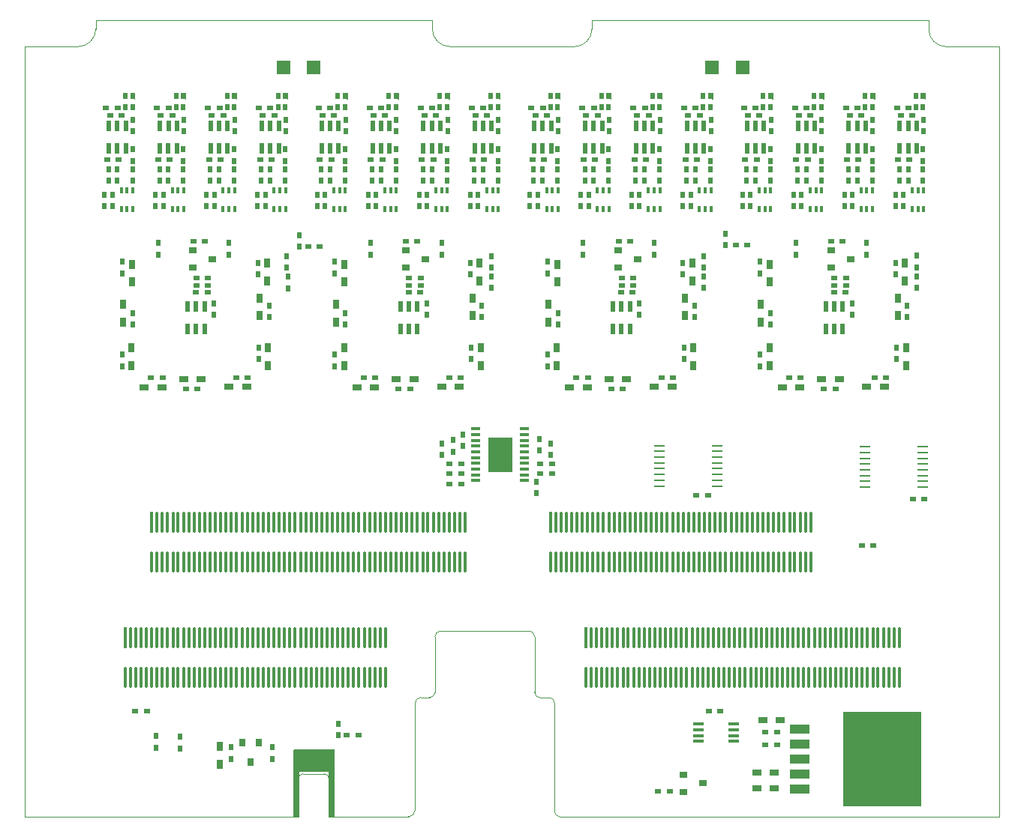
<source format=gbp>
G04 This is an RS-274x file exported by *
G04 gerbv version 2.4.0 *
G04 More information is available about gerbv at *
G04 http://gerbv.gpleda.org/ *
G04 --End of header info--*
%MOIN*%
%FSLAX23Y23*%
%IPPOS*%
%IN "carrier13.revD.layout.p"*%
G04 --Define apertures--*
%ADD10C,0.0010*%
%ADD11C,0.0050*%
%ADD12R,0.0138X0.0965*%
%ADD13O,0.0138X0.0965*%
%ADD14R,0.0600X0.0600*%
%ADD15R,0.0200X0.0500*%
%ADD16R,0.0315X0.0197*%
%ADD17R,0.0433X0.0315*%
%ADD18R,0.0197X0.0315*%
%ADD19R,0.0256X0.0374*%
%ADD20R,0.0315X0.0433*%
%ADD21R,0.0492X0.0098*%
%ADD22O,0.0492X0.0098*%
%ADD23R,0.0059X0.0059*%
%ADD24C,0.0000*%
%ADD25R,0.0158X0.0276*%
%ADD26R,0.0374X0.0256*%
%ADD27R,0.0472X0.0138*%
%ADD28C,0.0039*%
%ADD29R,0.0709X0.0984*%
%ADD30R,0.0413X0.0177*%
%ADD31R,0.1079X0.1520*%
%ADD32R,0.0900X0.0420*%
%ADD33R,0.3500X0.4200*%
%ADD34R,0.1811X0.0984*%
G04 --Start main section--*
G54D11*
G01X02157Y01004D02*
G01X02176Y01004D01*
G01X02176Y01004D02*
G01X02176Y01295D01*
G01X02176Y01295D02*
G01X02157Y01295D01*
G01X02157Y01295D02*
G01X02157Y01004D01*
G01X02158Y01004D02*
G01X02158Y01295D01*
G01X02160Y01004D02*
G01X02160Y01295D01*
G01X02163Y01004D02*
G01X02163Y01295D01*
G01X02165Y01004D02*
G01X02165Y01295D01*
G01X02168Y01004D02*
G01X02168Y01295D01*
G01X02170Y01004D02*
G01X02170Y01295D01*
G01X02173Y01004D02*
G01X02173Y01295D01*
G01X02175Y01004D02*
G01X02175Y01295D01*
G01X02000Y01004D02*
G01X02018Y01004D01*
G01X02018Y01004D02*
G01X02018Y01295D01*
G01X02018Y01295D02*
G01X02000Y01295D01*
G01X02000Y01295D02*
G01X02000Y01004D01*
G01X02000Y01004D02*
G01X02000Y01295D01*
G01X02003Y01004D02*
G01X02003Y01295D01*
G01X02005Y01004D02*
G01X02005Y01295D01*
G01X02008Y01004D02*
G01X02008Y01295D01*
G01X02010Y01004D02*
G01X02010Y01295D01*
G01X02013Y01004D02*
G01X02013Y01295D01*
G01X02015Y01004D02*
G01X02015Y01295D01*
G01X02018Y01004D02*
G01X02018Y01295D01*
G54D12*
G01X01248Y01796D03*
G01X03138Y02308D03*
G01X01366Y02308D03*
G01X03295Y01796D03*
G54D13*
G01X01272Y01796D03*
G01X01295Y01796D03*
G01X01319Y01796D03*
G01X01343Y01796D03*
G01X01366Y01796D03*
G01X01390Y01796D03*
G01X01413Y01796D03*
G01X01437Y01796D03*
G01X01461Y01796D03*
G01X01484Y01796D03*
G01X01508Y01796D03*
G01X01532Y01796D03*
G01X01555Y01796D03*
G01X01579Y01796D03*
G01X01602Y01796D03*
G01X01626Y01796D03*
G01X01650Y01796D03*
G01X01673Y01796D03*
G01X01697Y01796D03*
G01X01720Y01796D03*
G01X01744Y01796D03*
G01X01768Y01796D03*
G01X01791Y01796D03*
G01X01815Y01796D03*
G01X01839Y01796D03*
G01X01862Y01796D03*
G01X01886Y01796D03*
G01X01909Y01796D03*
G01X01933Y01796D03*
G01X01957Y01796D03*
G01X01980Y01796D03*
G01X02004Y01796D03*
G01X02028Y01796D03*
G01X02051Y01796D03*
G01X02075Y01796D03*
G01X02098Y01796D03*
G01X02122Y01796D03*
G01X02146Y01796D03*
G01X02169Y01796D03*
G01X02193Y01796D03*
G01X02217Y01796D03*
G01X02240Y01796D03*
G01X02264Y01796D03*
G01X02287Y01796D03*
G01X02311Y01796D03*
G01X02335Y01796D03*
G01X02358Y01796D03*
G01X02382Y01796D03*
G01X02406Y01796D03*
G01X02406Y01621D03*
G01X02382Y01621D03*
G01X02358Y01621D03*
G01X02335Y01621D03*
G01X02311Y01621D03*
G01X02287Y01621D03*
G01X02264Y01621D03*
G01X02240Y01621D03*
G01X02217Y01621D03*
G01X02193Y01621D03*
G01X02169Y01621D03*
G01X02146Y01621D03*
G01X02122Y01621D03*
G01X02098Y01621D03*
G01X02075Y01621D03*
G01X02051Y01621D03*
G01X02028Y01621D03*
G01X02004Y01621D03*
G01X01980Y01621D03*
G01X01957Y01621D03*
G01X01933Y01621D03*
G01X01909Y01621D03*
G01X01886Y01621D03*
G01X01862Y01621D03*
G01X01839Y01621D03*
G01X01815Y01621D03*
G01X01791Y01621D03*
G01X01768Y01621D03*
G01X01744Y01621D03*
G01X01720Y01621D03*
G01X01697Y01621D03*
G01X01673Y01621D03*
G01X01650Y01621D03*
G01X01626Y01621D03*
G01X01602Y01621D03*
G01X01579Y01621D03*
G01X01555Y01621D03*
G01X01532Y01621D03*
G01X01508Y01621D03*
G01X01484Y01621D03*
G01X01461Y01621D03*
G01X01437Y01621D03*
G01X01413Y01621D03*
G01X01390Y01621D03*
G01X01366Y01621D03*
G01X01343Y01621D03*
G01X01319Y01621D03*
G01X01295Y01621D03*
G01X01272Y01621D03*
G01X01248Y01621D03*
G01X03161Y02308D03*
G01X03185Y02308D03*
G01X03209Y02308D03*
G01X03232Y02308D03*
G01X03256Y02308D03*
G01X03280Y02308D03*
G01X03303Y02308D03*
G01X03327Y02308D03*
G01X03350Y02308D03*
G01X03374Y02308D03*
G01X03398Y02308D03*
G01X03421Y02308D03*
G01X03445Y02308D03*
G01X03469Y02308D03*
G01X03492Y02308D03*
G01X03516Y02308D03*
G01X03539Y02308D03*
G01X03563Y02308D03*
G01X03587Y02308D03*
G01X03610Y02308D03*
G01X03634Y02308D03*
G01X03657Y02308D03*
G01X03681Y02308D03*
G01X03705Y02308D03*
G01X03728Y02308D03*
G01X03752Y02308D03*
G01X03776Y02308D03*
G01X03799Y02308D03*
G01X03823Y02308D03*
G01X03846Y02308D03*
G01X03870Y02308D03*
G01X03894Y02308D03*
G01X03917Y02308D03*
G01X03941Y02308D03*
G01X03965Y02308D03*
G01X03988Y02308D03*
G01X04012Y02308D03*
G01X04035Y02308D03*
G01X04059Y02308D03*
G01X04083Y02308D03*
G01X04106Y02308D03*
G01X04130Y02308D03*
G01X04154Y02308D03*
G01X04177Y02308D03*
G01X04201Y02308D03*
G01X04224Y02308D03*
G01X04248Y02308D03*
G01X04272Y02308D03*
G01X04295Y02308D03*
G01X04295Y02133D03*
G01X04272Y02133D03*
G01X04248Y02133D03*
G01X04224Y02133D03*
G01X04201Y02133D03*
G01X04177Y02133D03*
G01X04154Y02133D03*
G01X04130Y02133D03*
G01X04106Y02133D03*
G01X04083Y02133D03*
G01X04059Y02133D03*
G01X04035Y02133D03*
G01X04012Y02133D03*
G01X03988Y02133D03*
G01X03965Y02133D03*
G01X03941Y02133D03*
G01X03917Y02133D03*
G01X03894Y02133D03*
G01X03870Y02133D03*
G01X03846Y02133D03*
G01X03823Y02133D03*
G01X03799Y02133D03*
G01X03776Y02133D03*
G01X03752Y02133D03*
G01X03728Y02133D03*
G01X03705Y02133D03*
G01X03681Y02133D03*
G01X03657Y02133D03*
G01X03634Y02133D03*
G01X03610Y02133D03*
G01X03587Y02133D03*
G01X03563Y02133D03*
G01X03539Y02133D03*
G01X03516Y02133D03*
G01X03492Y02133D03*
G01X03469Y02133D03*
G01X03445Y02133D03*
G01X03421Y02133D03*
G01X03398Y02133D03*
G01X03374Y02133D03*
G01X03350Y02133D03*
G01X03327Y02133D03*
G01X03303Y02133D03*
G01X03280Y02133D03*
G01X03256Y02133D03*
G01X03232Y02133D03*
G01X03209Y02133D03*
G01X03185Y02133D03*
G01X03161Y02133D03*
G01X03138Y02133D03*
G01X01390Y02308D03*
G01X01413Y02308D03*
G01X01437Y02308D03*
G01X01461Y02308D03*
G01X01484Y02308D03*
G01X01508Y02308D03*
G01X01532Y02308D03*
G01X01555Y02308D03*
G01X01579Y02308D03*
G01X01602Y02308D03*
G01X01626Y02308D03*
G01X01650Y02308D03*
G01X01673Y02308D03*
G01X01697Y02308D03*
G01X01720Y02308D03*
G01X01744Y02308D03*
G01X01768Y02308D03*
G01X01791Y02308D03*
G01X01815Y02308D03*
G01X01839Y02308D03*
G01X01862Y02308D03*
G01X01886Y02308D03*
G01X01909Y02308D03*
G01X01933Y02308D03*
G01X01957Y02308D03*
G01X01980Y02308D03*
G01X02004Y02308D03*
G01X02028Y02308D03*
G01X02051Y02308D03*
G01X02075Y02308D03*
G01X02098Y02308D03*
G01X02122Y02308D03*
G01X02146Y02308D03*
G01X02169Y02308D03*
G01X02193Y02308D03*
G01X02217Y02308D03*
G01X02240Y02308D03*
G01X02264Y02308D03*
G01X02287Y02308D03*
G01X02311Y02308D03*
G01X02335Y02308D03*
G01X02358Y02308D03*
G01X02382Y02308D03*
G01X02406Y02308D03*
G01X02429Y02308D03*
G01X02453Y02308D03*
G01X02476Y02308D03*
G01X02500Y02308D03*
G01X02524Y02308D03*
G01X02547Y02308D03*
G01X02571Y02308D03*
G01X02594Y02308D03*
G01X02618Y02308D03*
G01X02642Y02308D03*
G01X02665Y02308D03*
G01X02689Y02308D03*
G01X02713Y02308D03*
G01X02736Y02308D03*
G01X02760Y02308D03*
G01X02760Y02133D03*
G01X02736Y02133D03*
G01X02713Y02133D03*
G01X02689Y02133D03*
G01X02665Y02133D03*
G01X02642Y02133D03*
G01X02618Y02133D03*
G01X02594Y02133D03*
G01X02571Y02133D03*
G01X02547Y02133D03*
G01X02524Y02133D03*
G01X02500Y02133D03*
G01X02476Y02133D03*
G01X02453Y02133D03*
G01X02429Y02133D03*
G01X02406Y02133D03*
G01X02382Y02133D03*
G01X02358Y02133D03*
G01X02335Y02133D03*
G01X02311Y02133D03*
G01X02287Y02133D03*
G01X02264Y02133D03*
G01X02240Y02133D03*
G01X02217Y02133D03*
G01X02193Y02133D03*
G01X02169Y02133D03*
G01X02146Y02133D03*
G01X02122Y02133D03*
G01X02098Y02133D03*
G01X02075Y02133D03*
G01X02051Y02133D03*
G01X02028Y02133D03*
G01X02004Y02133D03*
G01X01980Y02133D03*
G01X01957Y02133D03*
G01X01933Y02133D03*
G01X01909Y02133D03*
G01X01886Y02133D03*
G01X01862Y02133D03*
G01X01839Y02133D03*
G01X01815Y02133D03*
G01X01791Y02133D03*
G01X01768Y02133D03*
G01X01744Y02133D03*
G01X01720Y02133D03*
G01X01697Y02133D03*
G01X01673Y02133D03*
G01X01650Y02133D03*
G01X01626Y02133D03*
G01X01602Y02133D03*
G01X01579Y02133D03*
G01X01555Y02133D03*
G01X01532Y02133D03*
G01X01508Y02133D03*
G01X01484Y02133D03*
G01X01461Y02133D03*
G01X01437Y02133D03*
G01X01413Y02133D03*
G01X01390Y02133D03*
G01X01366Y02133D03*
G01X03319Y01796D03*
G01X03343Y01796D03*
G01X03366Y01796D03*
G01X03390Y01796D03*
G01X03413Y01796D03*
G01X03437Y01796D03*
G01X03461Y01796D03*
G01X03484Y01796D03*
G01X03508Y01796D03*
G01X03532Y01796D03*
G01X03555Y01796D03*
G01X03579Y01796D03*
G01X03602Y01796D03*
G01X03626Y01796D03*
G01X03650Y01796D03*
G01X03673Y01796D03*
G01X03697Y01796D03*
G01X03720Y01796D03*
G01X03744Y01796D03*
G01X03768Y01796D03*
G01X03791Y01796D03*
G01X03815Y01796D03*
G01X03839Y01796D03*
G01X03862Y01796D03*
G01X03886Y01796D03*
G01X03909Y01796D03*
G01X03933Y01796D03*
G01X03957Y01796D03*
G01X03980Y01796D03*
G01X04004Y01796D03*
G01X04028Y01796D03*
G01X04051Y01796D03*
G01X04075Y01796D03*
G01X04098Y01796D03*
G01X04122Y01796D03*
G01X04146Y01796D03*
G01X04169Y01796D03*
G01X04193Y01796D03*
G01X04217Y01796D03*
G01X04240Y01796D03*
G01X04264Y01796D03*
G01X04287Y01796D03*
G01X04311Y01796D03*
G01X04335Y01796D03*
G01X04358Y01796D03*
G01X04382Y01796D03*
G01X04406Y01796D03*
G01X04429Y01796D03*
G01X04453Y01796D03*
G01X04476Y01796D03*
G01X04500Y01796D03*
G01X04524Y01796D03*
G01X04547Y01796D03*
G01X04571Y01796D03*
G01X04594Y01796D03*
G01X04618Y01796D03*
G01X04642Y01796D03*
G01X04665Y01796D03*
G01X04689Y01796D03*
G01X04689Y01621D03*
G01X04665Y01621D03*
G01X04642Y01621D03*
G01X04618Y01621D03*
G01X04594Y01621D03*
G01X04571Y01621D03*
G01X04547Y01621D03*
G01X04524Y01621D03*
G01X04500Y01621D03*
G01X04476Y01621D03*
G01X04453Y01621D03*
G01X04429Y01621D03*
G01X04406Y01621D03*
G01X04382Y01621D03*
G01X04358Y01621D03*
G01X04335Y01621D03*
G01X04311Y01621D03*
G01X04287Y01621D03*
G01X04264Y01621D03*
G01X04240Y01621D03*
G01X04217Y01621D03*
G01X04193Y01621D03*
G01X04169Y01621D03*
G01X04146Y01621D03*
G01X04122Y01621D03*
G01X04098Y01621D03*
G01X04075Y01621D03*
G01X04051Y01621D03*
G01X04028Y01621D03*
G01X04004Y01621D03*
G01X03980Y01621D03*
G01X03957Y01621D03*
G01X03933Y01621D03*
G01X03909Y01621D03*
G01X03886Y01621D03*
G01X03862Y01621D03*
G01X03839Y01621D03*
G01X03815Y01621D03*
G01X03791Y01621D03*
G01X03768Y01621D03*
G01X03744Y01621D03*
G01X03720Y01621D03*
G01X03697Y01621D03*
G01X03673Y01621D03*
G01X03650Y01621D03*
G01X03626Y01621D03*
G01X03602Y01621D03*
G01X03579Y01621D03*
G01X03555Y01621D03*
G01X03532Y01621D03*
G01X03508Y01621D03*
G01X03484Y01621D03*
G01X03461Y01621D03*
G01X03437Y01621D03*
G01X03413Y01621D03*
G01X03390Y01621D03*
G01X03366Y01621D03*
G01X03343Y01621D03*
G01X03319Y01621D03*
G01X03295Y01621D03*
G54D14*
G01X02086Y04334D03*
G01X01951Y04334D03*
G01X03857Y04332D03*
G01X03992Y04332D03*
G54D15*
G01X01931Y03972D03*
G01X01893Y03972D03*
G01X01856Y03972D03*
G01X01856Y04072D03*
G01X01893Y04072D03*
G01X01931Y04072D03*
G01X02649Y03972D03*
G01X02612Y03972D03*
G01X02574Y03972D03*
G01X02574Y04072D03*
G01X02612Y04072D03*
G01X02649Y04072D03*
G01X02423Y03972D03*
G01X02385Y03972D03*
G01X02348Y03972D03*
G01X02348Y04072D03*
G01X02385Y04072D03*
G01X02423Y04072D03*
G01X02196Y03972D03*
G01X02159Y03972D03*
G01X02121Y03972D03*
G01X02121Y04072D03*
G01X02159Y04072D03*
G01X02196Y04072D03*
G01X03820Y03972D03*
G01X03783Y03972D03*
G01X03745Y03972D03*
G01X03745Y04072D03*
G01X03783Y04072D03*
G01X03820Y04072D03*
G01X03594Y03972D03*
G01X03557Y03972D03*
G01X03519Y03972D03*
G01X03519Y04072D03*
G01X03557Y04072D03*
G01X03594Y04072D03*
G01X03368Y03972D03*
G01X03330Y03972D03*
G01X03293Y03972D03*
G01X03293Y04072D03*
G01X03330Y04072D03*
G01X03368Y04072D03*
G01X03141Y03972D03*
G01X03104Y03972D03*
G01X03066Y03972D03*
G01X03066Y04072D03*
G01X03104Y04072D03*
G01X03141Y04072D03*
G01X04765Y03972D03*
G01X04728Y03972D03*
G01X04690Y03972D03*
G01X04690Y04072D03*
G01X04728Y04072D03*
G01X04765Y04072D03*
G01X04539Y03972D03*
G01X04501Y03972D03*
G01X04464Y03972D03*
G01X04464Y04072D03*
G01X04502Y04072D03*
G01X04539Y04072D03*
G01X04313Y03972D03*
G01X04275Y03972D03*
G01X04238Y03972D03*
G01X04238Y04072D03*
G01X04275Y04072D03*
G01X04313Y04072D03*
G01X01704Y03972D03*
G01X01667Y03972D03*
G01X01629Y03972D03*
G01X01629Y04072D03*
G01X01667Y04072D03*
G01X01704Y04072D03*
G01X04086Y03972D03*
G01X04049Y03972D03*
G01X04011Y03972D03*
G01X04011Y04072D03*
G01X04049Y04072D03*
G01X04086Y04072D03*
G01X01478Y03972D03*
G01X01440Y03972D03*
G01X01403Y03972D03*
G01X01403Y04072D03*
G01X01441Y04072D03*
G01X01478Y04072D03*
G01X01252Y03972D03*
G01X01214Y03972D03*
G01X01177Y03972D03*
G01X01177Y04072D03*
G01X01214Y04072D03*
G01X01252Y04072D03*
G01X02876Y03972D03*
G01X02838Y03972D03*
G01X02801Y03972D03*
G01X02801Y04072D03*
G01X02838Y04072D03*
G01X02876Y04072D03*
G01X01527Y03271D03*
G01X01564Y03271D03*
G01X01602Y03271D03*
G01X01602Y03171D03*
G01X01564Y03171D03*
G01X01527Y03171D03*
G01X02472Y03271D03*
G01X02509Y03271D03*
G01X02547Y03271D03*
G01X02547Y03171D03*
G01X02509Y03171D03*
G01X02472Y03171D03*
G01X03417Y03271D03*
G01X03454Y03271D03*
G01X03492Y03271D03*
G01X03492Y03171D03*
G01X03454Y03171D03*
G01X03417Y03171D03*
G01X04362Y03271D03*
G01X04399Y03271D03*
G01X04437Y03271D03*
G01X04437Y03171D03*
G01X04399Y03171D03*
G01X04362Y03171D03*
G54D16*
G01X01615Y03332D03*
G01X01563Y03332D03*
G01X01565Y03362D03*
G01X01616Y03362D03*
G01X01860Y04120D03*
G01X01911Y04120D03*
G01X01894Y04152D03*
G01X01843Y04152D03*
G01X01622Y03923D03*
G01X01673Y03923D03*
G01X01570Y02904D03*
G01X01519Y02904D03*
G01X01415Y02953D03*
G01X01364Y02953D03*
G01X03617Y01112D03*
G01X03668Y01112D03*
G01X01616Y03397D03*
G01X01565Y03397D03*
G01X01551Y03560D03*
G01X01602Y03560D03*
G01X04749Y02412D03*
G01X04800Y02412D03*
G01X03842Y01468D03*
G01X03893Y01468D03*
G01X01848Y03923D03*
G01X01899Y03923D03*
G01X01395Y03923D03*
G01X01446Y03923D03*
G01X01169Y03923D03*
G01X01220Y03923D03*
G01X01634Y04120D03*
G01X01685Y04120D03*
G01X01407Y04120D03*
G01X01459Y04120D03*
G01X01181Y04120D03*
G01X01232Y04120D03*
G01X01668Y04152D03*
G01X01617Y04152D03*
G01X01441Y04152D03*
G01X01390Y04152D03*
G01X01215Y04152D03*
G01X01164Y04152D03*
G01X02560Y03332D03*
G01X02508Y03332D03*
G01X02515Y02904D03*
G01X02464Y02904D03*
G01X02360Y02953D03*
G01X02309Y02953D03*
G01X02566Y03923D03*
G01X02618Y03923D03*
G01X02340Y03923D03*
G01X02391Y03923D03*
G01X02114Y03923D03*
G01X02165Y03923D03*
G01X02793Y03923D03*
G01X02844Y03923D03*
G01X02561Y03397D03*
G01X02510Y03397D03*
G01X02510Y03362D03*
G01X02561Y03362D03*
G01X02579Y04120D03*
G01X02630Y04120D03*
G01X02352Y04120D03*
G01X02404Y04120D03*
G01X02126Y04120D03*
G01X02177Y04120D03*
G01X02805Y04120D03*
G01X02856Y04120D03*
G01X02613Y04152D03*
G01X02562Y04152D03*
G01X02386Y04152D03*
G01X02335Y04152D03*
G01X02160Y04152D03*
G01X02109Y04152D03*
G01X02839Y04152D03*
G01X02788Y04152D03*
G01X03504Y03332D03*
G01X03453Y03332D03*
G01X03460Y02904D03*
G01X03409Y02904D03*
G01X03305Y02953D03*
G01X03254Y02953D03*
G01X03738Y03923D03*
G01X03789Y03923D03*
G01X03511Y03923D03*
G01X03563Y03923D03*
G01X03285Y03923D03*
G01X03336Y03923D03*
G01X03059Y03923D03*
G01X03110Y03923D03*
G01X03506Y03397D03*
G01X03455Y03397D03*
G01X03441Y03560D03*
G01X03492Y03560D03*
G01X03455Y03362D03*
G01X03506Y03362D03*
G01X03750Y04120D03*
G01X03801Y04120D03*
G01X03524Y04120D03*
G01X03575Y04120D03*
G01X03297Y04120D03*
G01X03348Y04120D03*
G01X03071Y04120D03*
G01X03122Y04120D03*
G01X03784Y04152D03*
G01X03733Y04152D03*
G01X03558Y04152D03*
G01X03506Y04152D03*
G01X03331Y04152D03*
G01X03280Y04152D03*
G01X03105Y04152D03*
G01X03054Y04152D03*
G01X04449Y03332D03*
G01X04398Y03332D03*
G01X04405Y02904D03*
G01X04354Y02904D03*
G01X04250Y02953D03*
G01X04199Y02953D03*
G01X04683Y03923D03*
G01X04734Y03923D03*
G01X04456Y03923D03*
G01X04507Y03923D03*
G01X04230Y03923D03*
G01X04281Y03923D03*
G01X04003Y03923D03*
G01X04055Y03923D03*
G01X04451Y03397D03*
G01X04400Y03397D03*
G01X04386Y03560D03*
G01X04437Y03560D03*
G01X02741Y02570D03*
G01X02689Y02570D03*
G01X04400Y03362D03*
G01X04451Y03362D03*
G01X04695Y04120D03*
G01X04746Y04120D03*
G01X04469Y04120D03*
G01X04520Y04120D03*
G01X04242Y04120D03*
G01X04293Y04120D03*
G01X04016Y04120D03*
G01X04067Y04120D03*
G01X04729Y04152D03*
G01X04678Y04152D03*
G01X04502Y04152D03*
G01X04451Y04152D03*
G01X04276Y04152D03*
G01X04225Y04152D03*
G01X04050Y04152D03*
G01X03999Y04152D03*
G01X03787Y02429D03*
G01X03839Y02429D03*
G01X04574Y02206D03*
G01X04523Y02206D03*
G01X01794Y02953D03*
G01X01743Y02953D03*
G01X02739Y02953D03*
G01X02688Y02953D03*
G01X02496Y03560D03*
G01X02547Y03560D03*
G01X03684Y02953D03*
G01X03633Y02953D03*
G01X04629Y02953D03*
G01X04578Y02953D03*
G01X03962Y03542D03*
G01X04013Y03542D03*
G01X02062Y03537D03*
G01X02113Y03537D03*
G01X02234Y01364D03*
G01X02285Y01364D03*
G01X01294Y01470D03*
G01X01346Y01470D03*
G01X04146Y01375D03*
G01X04094Y01375D03*
G01X04146Y01320D03*
G01X04094Y01320D03*
G01X02741Y02480D03*
G01X02689Y02480D03*
G01X02741Y02525D03*
G01X02689Y02525D03*
G01X03094Y02570D03*
G01X03146Y02570D03*
G01X03094Y02525D03*
G01X03146Y02525D03*
G54D17*
G01X01587Y02945D03*
G01X01508Y02945D03*
G01X01412Y02911D03*
G01X01333Y02911D03*
G01X02532Y02945D03*
G01X02453Y02945D03*
G01X02357Y02911D03*
G01X02278Y02911D03*
G01X03476Y02945D03*
G01X03398Y02945D03*
G01X03302Y02911D03*
G01X03223Y02911D03*
G01X04421Y02945D03*
G01X04343Y02945D03*
G01X04247Y02911D03*
G01X04168Y02911D03*
G01X01788Y02913D03*
G01X01710Y02913D03*
G01X02733Y02913D03*
G01X02655Y02913D03*
G01X03678Y02913D03*
G01X03599Y02913D03*
G01X04623Y02913D03*
G01X04544Y02913D03*
G01X04159Y01430D03*
G01X04081Y01430D03*
G01X04134Y01195D03*
G01X04056Y01195D03*
G01X04134Y01125D03*
G01X04056Y01125D03*
G54D18*
G01X01643Y03232D03*
G01X01643Y03283D03*
G01X01960Y04207D03*
G01X01960Y04156D03*
G01X01928Y04156D03*
G01X01928Y04207D03*
G01X01627Y03880D03*
G01X01627Y03829D03*
G01X01667Y03829D03*
G01X01667Y03880D03*
G01X01837Y03716D03*
G01X01837Y03767D03*
G01X01235Y03468D03*
G01X01235Y03417D03*
G01X01889Y03222D03*
G01X01889Y03274D03*
G01X01838Y03463D03*
G01X01838Y03412D03*
G01X01843Y03087D03*
G01X01843Y03035D03*
G01X01235Y03003D03*
G01X01235Y03055D03*
G01X01282Y03188D03*
G01X01282Y03239D03*
G01X03075Y02491D03*
G01X03075Y02439D03*
G01X01962Y04050D03*
G01X01962Y04101D03*
G01X01736Y04050D03*
G01X01736Y04101D03*
G01X01509Y04050D03*
G01X01509Y04101D03*
G01X01283Y04050D03*
G01X01283Y04101D03*
G01X01960Y03829D03*
G01X01960Y03880D03*
G01X01733Y03829D03*
G01X01733Y03880D03*
G01X01507Y03829D03*
G01X01507Y03880D03*
G01X01281Y03829D03*
G01X01281Y03880D03*
G01X01701Y04156D03*
G01X01701Y04207D03*
G01X01475Y04156D03*
G01X01475Y04207D03*
G01X01249Y04156D03*
G01X01249Y04207D03*
G01X01733Y04207D03*
G01X01733Y04156D03*
G01X01507Y04207D03*
G01X01507Y04156D03*
G01X01281Y04207D03*
G01X01281Y04156D03*
G01X01854Y03880D03*
G01X01854Y03829D03*
G01X01401Y03880D03*
G01X01401Y03829D03*
G01X01175Y03880D03*
G01X01175Y03829D03*
G01X01893Y03829D03*
G01X01893Y03880D03*
G01X01440Y03829D03*
G01X01440Y03880D03*
G01X01214Y03829D03*
G01X01214Y03880D03*
G01X01960Y03969D03*
G01X01960Y03917D03*
G01X01733Y03969D03*
G01X01733Y03917D03*
G01X01507Y03969D03*
G01X01507Y03917D03*
G01X01281Y03969D03*
G01X01281Y03917D03*
G01X02180Y03003D03*
G01X02180Y03055D03*
G01X02180Y03468D03*
G01X02180Y03417D03*
G01X02834Y03222D03*
G01X02834Y03274D03*
G01X02782Y03463D03*
G01X02782Y03412D03*
G01X02787Y03087D03*
G01X02787Y03035D03*
G01X02226Y03188D03*
G01X02226Y03239D03*
G01X02782Y03716D03*
G01X02782Y03767D03*
G01X02907Y04050D03*
G01X02907Y04101D03*
G01X02681Y04050D03*
G01X02681Y04101D03*
G01X02454Y04050D03*
G01X02454Y04101D03*
G01X02228Y04050D03*
G01X02228Y04101D03*
G01X02678Y03829D03*
G01X02678Y03880D03*
G01X02452Y03829D03*
G01X02452Y03880D03*
G01X02225Y03829D03*
G01X02225Y03880D03*
G01X02905Y03829D03*
G01X02905Y03880D03*
G01X02646Y04156D03*
G01X02646Y04207D03*
G01X02420Y04156D03*
G01X02420Y04207D03*
G01X02193Y04156D03*
G01X02193Y04207D03*
G01X02873Y04156D03*
G01X02873Y04207D03*
G01X02655Y03552D03*
G01X02655Y03500D03*
G01X02588Y03232D03*
G01X02588Y03283D03*
G01X02678Y04207D03*
G01X02678Y04156D03*
G01X02452Y04207D03*
G01X02452Y04156D03*
G01X02225Y04207D03*
G01X02225Y04156D03*
G01X02905Y04207D03*
G01X02905Y04156D03*
G01X02572Y03880D03*
G01X02572Y03829D03*
G01X02346Y03880D03*
G01X02346Y03829D03*
G01X02120Y03880D03*
G01X02120Y03829D03*
G01X02799Y03880D03*
G01X02799Y03829D03*
G01X02612Y03829D03*
G01X02612Y03880D03*
G01X02385Y03829D03*
G01X02385Y03880D03*
G01X02159Y03829D03*
G01X02159Y03880D03*
G01X02838Y03829D03*
G01X02838Y03880D03*
G01X02678Y03969D03*
G01X02678Y03917D03*
G01X02452Y03969D03*
G01X02452Y03917D03*
G01X02225Y03969D03*
G01X02225Y03917D03*
G01X02905Y03969D03*
G01X02905Y03917D03*
G01X03125Y03468D03*
G01X03125Y03417D03*
G01X03779Y03222D03*
G01X03779Y03274D03*
G01X03727Y03463D03*
G01X03727Y03412D03*
G01X03732Y03087D03*
G01X03732Y03035D03*
G01X03125Y03003D03*
G01X03125Y03055D03*
G01X03171Y03188D03*
G01X03171Y03239D03*
G01X03852Y04050D03*
G01X03852Y04101D03*
G01X03625Y04050D03*
G01X03625Y04101D03*
G01X03399Y04050D03*
G01X03399Y04101D03*
G01X03173Y04050D03*
G01X03173Y04101D03*
G01X03849Y03829D03*
G01X03849Y03880D03*
G01X03623Y03829D03*
G01X03623Y03880D03*
G01X03397Y03829D03*
G01X03397Y03880D03*
G01X03170Y03829D03*
G01X03170Y03880D03*
G01X03817Y04156D03*
G01X03817Y04207D03*
G01X03591Y04156D03*
G01X03591Y04207D03*
G01X03365Y04156D03*
G01X03365Y04207D03*
G01X03138Y04156D03*
G01X03138Y04207D03*
G01X03533Y03232D03*
G01X03533Y03283D03*
G01X03849Y04207D03*
G01X03849Y04156D03*
G01X03623Y04207D03*
G01X03623Y04156D03*
G01X03397Y04207D03*
G01X03397Y04156D03*
G01X03170Y04207D03*
G01X03170Y04156D03*
G01X03744Y03880D03*
G01X03744Y03829D03*
G01X03517Y03880D03*
G01X03517Y03829D03*
G01X03291Y03880D03*
G01X03291Y03829D03*
G01X03064Y03880D03*
G01X03064Y03829D03*
G01X03783Y03829D03*
G01X03783Y03880D03*
G01X03557Y03829D03*
G01X03557Y03880D03*
G01X03330Y03829D03*
G01X03330Y03880D03*
G01X03104Y03829D03*
G01X03104Y03880D03*
G01X03849Y03969D03*
G01X03849Y03917D03*
G01X03623Y03969D03*
G01X03623Y03917D03*
G01X03397Y03969D03*
G01X03397Y03917D03*
G01X03170Y03969D03*
G01X03170Y03917D03*
G01X04069Y03468D03*
G01X04069Y03417D03*
G01X04724Y03222D03*
G01X04724Y03274D03*
G01X04672Y03463D03*
G01X04672Y03412D03*
G01X04677Y03087D03*
G01X04677Y03035D03*
G01X04069Y03003D03*
G01X04069Y03055D03*
G01X04116Y03188D03*
G01X04116Y03239D03*
G01X04671Y03716D03*
G01X04671Y03767D03*
G01X04797Y04050D03*
G01X04797Y04101D03*
G01X04570Y04050D03*
G01X04570Y04101D03*
G01X04344Y04050D03*
G01X04344Y04101D03*
G01X04118Y04050D03*
G01X04118Y04101D03*
G01X04794Y03829D03*
G01X04794Y03880D03*
G01X04568Y03829D03*
G01X04568Y03880D03*
G01X04342Y03829D03*
G01X04342Y03880D03*
G01X04115Y03829D03*
G01X04115Y03880D03*
G01X04762Y04156D03*
G01X04762Y04207D03*
G01X04536Y04156D03*
G01X04536Y04207D03*
G01X04310Y04156D03*
G01X04310Y04207D03*
G01X04083Y04156D03*
G01X04083Y04207D03*
G01X01971Y03402D03*
G01X01971Y03351D03*
G01X01965Y03443D03*
G01X01965Y03494D03*
G01X02876Y03443D03*
G01X02876Y03494D03*
G01X03820Y03403D03*
G01X03820Y03352D03*
G01X03820Y03443D03*
G01X03820Y03494D03*
G01X04766Y03403D03*
G01X04766Y03352D03*
G01X04766Y03444D03*
G01X04766Y03496D03*
G01X04478Y03232D03*
G01X04478Y03283D03*
G01X04794Y04207D03*
G01X04794Y04156D03*
G01X04568Y04207D03*
G01X04568Y04156D03*
G01X04342Y04207D03*
G01X04342Y04156D03*
G01X04115Y04207D03*
G01X04115Y04156D03*
G01X04688Y03880D03*
G01X04688Y03829D03*
G01X04462Y03880D03*
G01X04462Y03829D03*
G01X04236Y03880D03*
G01X04236Y03829D03*
G01X04009Y03880D03*
G01X04009Y03829D03*
G01X04728Y03829D03*
G01X04728Y03880D03*
G01X04501Y03829D03*
G01X04501Y03880D03*
G01X04275Y03829D03*
G01X04275Y03880D03*
G01X04049Y03829D03*
G01X04049Y03880D03*
G01X04794Y03969D03*
G01X04794Y03917D03*
G01X04568Y03969D03*
G01X04568Y03917D03*
G01X04342Y03969D03*
G01X04342Y03917D03*
G01X04115Y03969D03*
G01X04115Y03917D03*
G01X02196Y01363D03*
G01X02196Y01414D03*
G01X02023Y03536D03*
G01X02023Y03587D03*
G01X03917Y03543D03*
G01X03917Y03594D03*
G01X01719Y01308D03*
G01X01719Y01257D03*
G01X01904Y01308D03*
G01X01904Y01257D03*
G01X03726Y03716D03*
G01X03726Y03767D03*
G01X03500Y03716D03*
G01X03500Y03767D03*
G01X03274Y03716D03*
G01X03274Y03767D03*
G01X03047Y03716D03*
G01X03047Y03767D03*
G01X02555Y03716D03*
G01X02555Y03767D03*
G01X02329Y03716D03*
G01X02329Y03767D03*
G01X02102Y03716D03*
G01X02102Y03767D03*
G01X01384Y03716D03*
G01X01384Y03767D03*
G01X01157Y03716D03*
G01X01157Y03767D03*
G01X04445Y03716D03*
G01X04445Y03767D03*
G01X04219Y03716D03*
G01X04219Y03767D03*
G01X03992Y03716D03*
G01X03992Y03767D03*
G01X01610Y03716D03*
G01X01610Y03767D03*
G01X01710Y03552D03*
G01X01710Y03500D03*
G01X01395Y03552D03*
G01X01395Y03500D03*
G01X02340Y03552D03*
G01X02340Y03500D03*
G01X03599Y03552D03*
G01X03599Y03500D03*
G01X03284Y03552D03*
G01X03284Y03500D03*
G01X04544Y03552D03*
G01X04544Y03500D03*
G01X04229Y03552D03*
G01X04229Y03500D03*
G01X01192Y03716D03*
G01X01192Y03767D03*
G01X01871Y03716D03*
G01X01871Y03767D03*
G01X01645Y03716D03*
G01X01645Y03767D03*
G01X01418Y03716D03*
G01X01418Y03767D03*
G01X02816Y03716D03*
G01X02816Y03767D03*
G01X02590Y03716D03*
G01X02590Y03767D03*
G01X02363Y03716D03*
G01X02363Y03767D03*
G01X02137Y03716D03*
G01X02137Y03767D03*
G01X03761Y03716D03*
G01X03761Y03767D03*
G01X03534Y03716D03*
G01X03534Y03767D03*
G01X03308Y03716D03*
G01X03308Y03767D03*
G01X03082Y03716D03*
G01X03082Y03767D03*
G01X04706Y03716D03*
G01X04706Y03767D03*
G01X04479Y03716D03*
G01X04479Y03767D03*
G01X04253Y03716D03*
G01X04253Y03767D03*
G01X04027Y03716D03*
G01X04027Y03767D03*
G01X01386Y01358D03*
G01X01386Y01307D03*
G01X01492Y01355D03*
G01X01492Y01304D03*
G01X02750Y02649D03*
G01X02750Y02701D03*
G01X02876Y03403D03*
G01X02876Y03352D03*
G01X02655Y02609D03*
G01X02655Y02661D03*
G01X02705Y02624D03*
G01X02705Y02676D03*
G01X03090Y02629D03*
G01X03090Y02681D03*
G01X03140Y02609D03*
G01X03140Y02661D03*
G54D19*
G01X01769Y01328D03*
G01X01844Y01328D03*
G01X01806Y01242D03*
G54D20*
G01X01279Y03457D03*
G01X01279Y03378D03*
G01X01847Y03228D03*
G01X01847Y03307D03*
G01X01879Y03462D03*
G01X01879Y03383D03*
G01X01884Y03086D03*
G01X01884Y03007D03*
G01X01277Y03007D03*
G01X01277Y03086D03*
G01X01240Y03199D03*
G01X01240Y03278D03*
G01X02792Y03228D03*
G01X02792Y03307D03*
G01X02824Y03462D03*
G01X02824Y03383D03*
G01X02829Y03086D03*
G01X02829Y03007D03*
G01X02221Y03007D03*
G01X02221Y03086D03*
G01X02185Y03199D03*
G01X02185Y03278D03*
G01X02224Y03457D03*
G01X02224Y03378D03*
G01X03169Y03457D03*
G01X03169Y03378D03*
G01X03737Y03228D03*
G01X03737Y03307D03*
G01X03769Y03462D03*
G01X03769Y03383D03*
G01X03774Y03086D03*
G01X03774Y03007D03*
G01X03166Y03007D03*
G01X03166Y03086D03*
G01X03129Y03199D03*
G01X03129Y03278D03*
G01X04114Y03457D03*
G01X04114Y03378D03*
G01X04682Y03228D03*
G01X04682Y03307D03*
G01X04714Y03462D03*
G01X04714Y03383D03*
G01X04719Y03086D03*
G01X04719Y03007D03*
G01X04111Y03007D03*
G01X04111Y03086D03*
G01X04074Y03199D03*
G01X04074Y03278D03*
G01X01670Y01312D03*
G01X01670Y01234D03*
G54D21*
G01X03879Y02651D03*
G01X04791Y02645D03*
G54D22*
G01X03879Y02625D03*
G01X03879Y02599D03*
G01X03879Y02574D03*
G01X03879Y02548D03*
G01X03879Y02523D03*
G01X03879Y02497D03*
G01X03879Y02471D03*
G01X03623Y02471D03*
G01X03623Y02497D03*
G01X03623Y02523D03*
G01X03623Y02548D03*
G01X03623Y02574D03*
G01X03623Y02599D03*
G01X03623Y02625D03*
G01X03623Y02651D03*
G01X04791Y02620D03*
G01X04791Y02594D03*
G01X04791Y02568D03*
G01X04791Y02543D03*
G01X04791Y02517D03*
G01X04791Y02492D03*
G01X04791Y02466D03*
G01X04535Y02466D03*
G01X04535Y02492D03*
G01X04535Y02517D03*
G01X04535Y02543D03*
G01X04535Y02568D03*
G01X04535Y02594D03*
G01X04535Y02620D03*
G01X04535Y02645D03*
G54D23*
G01X01964Y04206D03*
G01X01738Y04206D03*
G01X01512Y04206D03*
G01X01285Y04206D03*
G01X02683Y04206D03*
G01X02456Y04206D03*
G01X02230Y04206D03*
G01X02909Y04206D03*
G01X03854Y04206D03*
G01X03628Y04206D03*
G01X03401Y04206D03*
G01X03175Y04206D03*
G01X04799Y04206D03*
G01X04573Y04206D03*
G01X04346Y04206D03*
G01X04120Y04206D03*
G54D24*
G01X01969Y04194D02*
G01X01967Y04195D01*
G01X01967Y04195D02*
G01X01965Y04196D01*
G01X01965Y04196D02*
G01X01964Y04197D01*
G01X01964Y04197D02*
G01X01962Y04198D01*
G01X01962Y04198D02*
G01X01961Y04200D01*
G01X01961Y04200D02*
G01X01960Y04202D01*
G01X01960Y04202D02*
G01X01960Y04204D01*
G01X01960Y04204D02*
G01X01959Y04206D01*
G01X01959Y04206D02*
G01X01960Y04209D01*
G01X01960Y04209D02*
G01X01960Y04211D01*
G01X01960Y04211D02*
G01X01961Y04213D01*
G01X01961Y04213D02*
G01X01963Y04214D01*
G01X01963Y04214D02*
G01X01964Y04216D01*
G01X01964Y04216D02*
G01X01965Y04217D01*
G01X01965Y04217D02*
G01X01967Y04218D01*
G01X01967Y04218D02*
G01X01969Y04218D01*
G01X01969Y04218D02*
G01X01969Y04194D01*
G01X01959Y04206D02*
G01X01959Y04206D01*
G01X01959Y04206D02*
G01X01959Y04207D01*
G01X01960Y04206D02*
G01X01960Y04207D01*
G01X01960Y04205D02*
G01X01960Y04207D01*
G01X01960Y04205D02*
G01X01960Y04207D01*
G01X01960Y04205D02*
G01X01960Y04207D01*
G01X01960Y04205D02*
G01X01960Y04208D01*
G01X01960Y04204D02*
G01X01960Y04208D01*
G01X01960Y04204D02*
G01X01960Y04208D01*
G01X01960Y04204D02*
G01X01960Y04208D01*
G01X01960Y04204D02*
G01X01960Y04208D01*
G01X01960Y04204D02*
G01X01960Y04209D01*
G01X01960Y04204D02*
G01X01960Y04209D01*
G01X01960Y04204D02*
G01X01960Y04209D01*
G01X01960Y04204D02*
G01X01960Y04209D01*
G01X01960Y04204D02*
G01X01960Y04209D01*
G01X01960Y04204D02*
G01X01960Y04209D01*
G01X01960Y04203D02*
G01X01960Y04209D01*
G01X01960Y04203D02*
G01X01960Y04209D01*
G01X01960Y04203D02*
G01X01960Y04209D01*
G01X01960Y04203D02*
G01X01960Y04209D01*
G01X01960Y04203D02*
G01X01960Y04209D01*
G01X01960Y04203D02*
G01X01960Y04209D01*
G01X01960Y04203D02*
G01X01960Y04209D01*
G01X01960Y04203D02*
G01X01960Y04209D01*
G01X01960Y04203D02*
G01X01960Y04210D01*
G01X01960Y04203D02*
G01X01960Y04210D01*
G01X01960Y04203D02*
G01X01960Y04210D01*
G01X01960Y04203D02*
G01X01960Y04210D01*
G01X01960Y04203D02*
G01X01960Y04210D01*
G01X01960Y04202D02*
G01X01960Y04210D01*
G01X01960Y04202D02*
G01X01960Y04210D01*
G01X01960Y04202D02*
G01X01960Y04210D01*
G01X01960Y04202D02*
G01X01960Y04210D01*
G01X01960Y04202D02*
G01X01960Y04210D01*
G01X01960Y04202D02*
G01X01960Y04210D01*
G01X01960Y04202D02*
G01X01960Y04210D01*
G01X01960Y04202D02*
G01X01960Y04210D01*
G01X01960Y04202D02*
G01X01960Y04211D01*
G01X01960Y04202D02*
G01X01960Y04211D01*
G01X01960Y04202D02*
G01X01960Y04211D01*
G01X01960Y04202D02*
G01X01960Y04211D01*
G01X01960Y04202D02*
G01X01960Y04211D01*
G01X01960Y04202D02*
G01X01960Y04211D01*
G01X01960Y04202D02*
G01X01960Y04211D01*
G01X01960Y04202D02*
G01X01960Y04211D01*
G01X01960Y04202D02*
G01X01960Y04211D01*
G01X01960Y04202D02*
G01X01960Y04211D01*
G01X01960Y04202D02*
G01X01960Y04211D01*
G01X01960Y04201D02*
G01X01960Y04211D01*
G01X01960Y04201D02*
G01X01960Y04211D01*
G01X01960Y04201D02*
G01X01960Y04211D01*
G01X01960Y04201D02*
G01X01960Y04211D01*
G01X01961Y04201D02*
G01X01961Y04211D01*
G01X01961Y04201D02*
G01X01961Y04211D01*
G01X01961Y04201D02*
G01X01961Y04211D01*
G01X01961Y04201D02*
G01X01961Y04211D01*
G01X01961Y04201D02*
G01X01961Y04211D01*
G01X01961Y04201D02*
G01X01961Y04211D01*
G01X01961Y04201D02*
G01X01961Y04211D01*
G01X01961Y04201D02*
G01X01961Y04211D01*
G01X01961Y04201D02*
G01X01961Y04211D01*
G01X01961Y04201D02*
G01X01961Y04212D01*
G01X01961Y04201D02*
G01X01961Y04212D01*
G01X01961Y04201D02*
G01X01961Y04212D01*
G01X01961Y04201D02*
G01X01961Y04212D01*
G01X01961Y04201D02*
G01X01961Y04212D01*
G01X01961Y04201D02*
G01X01961Y04212D01*
G01X01961Y04201D02*
G01X01961Y04212D01*
G01X01961Y04201D02*
G01X01961Y04212D01*
G01X01961Y04201D02*
G01X01961Y04212D01*
G01X01961Y04201D02*
G01X01961Y04212D01*
G01X01961Y04200D02*
G01X01961Y04212D01*
G01X01961Y04200D02*
G01X01961Y04212D01*
G01X01961Y04200D02*
G01X01961Y04212D01*
G01X01961Y04200D02*
G01X01961Y04212D01*
G01X01961Y04200D02*
G01X01961Y04212D01*
G01X01961Y04200D02*
G01X01961Y04212D01*
G01X01961Y04200D02*
G01X01961Y04212D01*
G01X01961Y04200D02*
G01X01961Y04212D01*
G01X01961Y04200D02*
G01X01961Y04212D01*
G01X01961Y04200D02*
G01X01961Y04212D01*
G01X01961Y04200D02*
G01X01961Y04212D01*
G01X01961Y04200D02*
G01X01961Y04212D01*
G01X01961Y04200D02*
G01X01961Y04212D01*
G01X01961Y04200D02*
G01X01961Y04212D01*
G01X01961Y04200D02*
G01X01961Y04212D01*
G01X01961Y04200D02*
G01X01961Y04213D01*
G01X01961Y04200D02*
G01X01961Y04213D01*
G01X01961Y04200D02*
G01X01961Y04213D01*
G01X01961Y04200D02*
G01X01961Y04213D01*
G01X01961Y04200D02*
G01X01961Y04213D01*
G01X01961Y04200D02*
G01X01961Y04213D01*
G01X01961Y04200D02*
G01X01961Y04213D01*
G01X01961Y04200D02*
G01X01961Y04213D01*
G01X01961Y04200D02*
G01X01961Y04213D01*
G01X01961Y04200D02*
G01X01961Y04213D01*
G01X01961Y04200D02*
G01X01961Y04213D01*
G01X01961Y04200D02*
G01X01961Y04213D01*
G01X01961Y04200D02*
G01X01961Y04213D01*
G01X01961Y04200D02*
G01X01961Y04213D01*
G01X01961Y04200D02*
G01X01961Y04213D01*
G01X01961Y04199D02*
G01X01961Y04213D01*
G01X01962Y04199D02*
G01X01962Y04213D01*
G01X01962Y04199D02*
G01X01962Y04213D01*
G01X01962Y04199D02*
G01X01962Y04213D01*
G01X01962Y04199D02*
G01X01962Y04213D01*
G01X01962Y04199D02*
G01X01962Y04213D01*
G01X01962Y04199D02*
G01X01962Y04213D01*
G01X01962Y04199D02*
G01X01962Y04213D01*
G01X01962Y04199D02*
G01X01962Y04213D01*
G01X01962Y04199D02*
G01X01962Y04213D01*
G01X01962Y04199D02*
G01X01962Y04213D01*
G01X01962Y04199D02*
G01X01962Y04213D01*
G01X01962Y04199D02*
G01X01962Y04213D01*
G01X01962Y04199D02*
G01X01962Y04213D01*
G01X01962Y04199D02*
G01X01962Y04213D01*
G01X01962Y04199D02*
G01X01962Y04213D01*
G01X01962Y04199D02*
G01X01962Y04213D01*
G01X01962Y04199D02*
G01X01962Y04213D01*
G01X01962Y04199D02*
G01X01962Y04213D01*
G01X01962Y04199D02*
G01X01962Y04213D01*
G01X01962Y04199D02*
G01X01962Y04214D01*
G01X01962Y04199D02*
G01X01962Y04214D01*
G01X01962Y04199D02*
G01X01962Y04214D01*
G01X01962Y04199D02*
G01X01962Y04214D01*
G01X01962Y04199D02*
G01X01962Y04214D01*
G01X01962Y04199D02*
G01X01962Y04214D01*
G01X01962Y04199D02*
G01X01962Y04214D01*
G01X01962Y04199D02*
G01X01962Y04214D01*
G01X01962Y04199D02*
G01X01962Y04214D01*
G01X01962Y04199D02*
G01X01962Y04214D01*
G01X01962Y04199D02*
G01X01962Y04214D01*
G01X01962Y04199D02*
G01X01962Y04214D01*
G01X01962Y04199D02*
G01X01962Y04214D01*
G01X01962Y04199D02*
G01X01962Y04214D01*
G01X01962Y04199D02*
G01X01962Y04214D01*
G01X01962Y04199D02*
G01X01962Y04214D01*
G01X01962Y04198D02*
G01X01962Y04214D01*
G01X01962Y04198D02*
G01X01962Y04214D01*
G01X01962Y04198D02*
G01X01962Y04214D01*
G01X01962Y04198D02*
G01X01962Y04214D01*
G01X01962Y04198D02*
G01X01962Y04214D01*
G01X01962Y04198D02*
G01X01962Y04214D01*
G01X01962Y04198D02*
G01X01962Y04214D01*
G01X01962Y04198D02*
G01X01962Y04214D01*
G01X01962Y04198D02*
G01X01962Y04214D01*
G01X01962Y04198D02*
G01X01962Y04214D01*
G01X01962Y04198D02*
G01X01962Y04214D01*
G01X01962Y04198D02*
G01X01962Y04214D01*
G01X01962Y04198D02*
G01X01962Y04214D01*
G01X01962Y04198D02*
G01X01962Y04214D01*
G01X01962Y04198D02*
G01X01962Y04214D01*
G01X01962Y04198D02*
G01X01962Y04214D01*
G01X01963Y04198D02*
G01X01963Y04214D01*
G01X01963Y04198D02*
G01X01963Y04214D01*
G01X01963Y04198D02*
G01X01963Y04214D01*
G01X01963Y04198D02*
G01X01963Y04214D01*
G01X01963Y04198D02*
G01X01963Y04214D01*
G01X01963Y04198D02*
G01X01963Y04215D01*
G01X01963Y04198D02*
G01X01963Y04215D01*
G01X01963Y04198D02*
G01X01963Y04215D01*
G01X01963Y04198D02*
G01X01963Y04215D01*
G01X01963Y04198D02*
G01X01963Y04215D01*
G01X01963Y04198D02*
G01X01963Y04215D01*
G01X01963Y04198D02*
G01X01963Y04215D01*
G01X01963Y04198D02*
G01X01963Y04215D01*
G01X01963Y04198D02*
G01X01963Y04215D01*
G01X01963Y04198D02*
G01X01963Y04215D01*
G01X01963Y04198D02*
G01X01963Y04215D01*
G01X01963Y04198D02*
G01X01963Y04215D01*
G01X01963Y04198D02*
G01X01963Y04215D01*
G01X01963Y04198D02*
G01X01963Y04215D01*
G01X01963Y04198D02*
G01X01963Y04215D01*
G01X01963Y04198D02*
G01X01963Y04215D01*
G01X01963Y04198D02*
G01X01963Y04215D01*
G01X01963Y04198D02*
G01X01963Y04215D01*
G01X01963Y04198D02*
G01X01963Y04215D01*
G01X01963Y04198D02*
G01X01963Y04215D01*
G01X01963Y04198D02*
G01X01963Y04215D01*
G01X01963Y04198D02*
G01X01963Y04215D01*
G01X01963Y04198D02*
G01X01963Y04215D01*
G01X01963Y04198D02*
G01X01963Y04215D01*
G01X01963Y04198D02*
G01X01963Y04215D01*
G01X01963Y04197D02*
G01X01963Y04215D01*
G01X01963Y04197D02*
G01X01963Y04215D01*
G01X01963Y04197D02*
G01X01963Y04215D01*
G01X01963Y04197D02*
G01X01963Y04215D01*
G01X01963Y04197D02*
G01X01963Y04215D01*
G01X01963Y04197D02*
G01X01963Y04215D01*
G01X01963Y04197D02*
G01X01963Y04215D01*
G01X01963Y04197D02*
G01X01963Y04215D01*
G01X01963Y04197D02*
G01X01963Y04215D01*
G01X01963Y04197D02*
G01X01963Y04215D01*
G01X01963Y04197D02*
G01X01963Y04215D01*
G01X01963Y04197D02*
G01X01963Y04215D01*
G01X01963Y04197D02*
G01X01963Y04215D01*
G01X01963Y04197D02*
G01X01963Y04215D01*
G01X01963Y04197D02*
G01X01963Y04215D01*
G01X01963Y04197D02*
G01X01963Y04215D01*
G01X01963Y04197D02*
G01X01963Y04215D01*
G01X01963Y04197D02*
G01X01963Y04215D01*
G01X01963Y04197D02*
G01X01963Y04215D01*
G01X01963Y04197D02*
G01X01963Y04215D01*
G01X01963Y04197D02*
G01X01963Y04215D01*
G01X01964Y04197D02*
G01X01964Y04215D01*
G01X01964Y04197D02*
G01X01964Y04215D01*
G01X01964Y04197D02*
G01X01964Y04215D01*
G01X01964Y04197D02*
G01X01964Y04215D01*
G01X01964Y04197D02*
G01X01964Y04215D01*
G01X01964Y04197D02*
G01X01964Y04215D01*
G01X01964Y04197D02*
G01X01964Y04215D01*
G01X01964Y04197D02*
G01X01964Y04216D01*
G01X01964Y04197D02*
G01X01964Y04216D01*
G01X01964Y04197D02*
G01X01964Y04216D01*
G01X01964Y04197D02*
G01X01964Y04216D01*
G01X01964Y04197D02*
G01X01964Y04216D01*
G01X01964Y04197D02*
G01X01964Y04216D01*
G01X01964Y04197D02*
G01X01964Y04216D01*
G01X01964Y04197D02*
G01X01964Y04216D01*
G01X01964Y04197D02*
G01X01964Y04216D01*
G01X01964Y04197D02*
G01X01964Y04216D01*
G01X01964Y04197D02*
G01X01964Y04216D01*
G01X01964Y04197D02*
G01X01964Y04216D01*
G01X01964Y04197D02*
G01X01964Y04216D01*
G01X01964Y04197D02*
G01X01964Y04216D01*
G01X01964Y04197D02*
G01X01964Y04216D01*
G01X01964Y04197D02*
G01X01964Y04216D01*
G01X01964Y04197D02*
G01X01964Y04216D01*
G01X01964Y04197D02*
G01X01964Y04216D01*
G01X01964Y04197D02*
G01X01964Y04216D01*
G01X01964Y04197D02*
G01X01964Y04216D01*
G01X01964Y04197D02*
G01X01964Y04216D01*
G01X01964Y04197D02*
G01X01964Y04216D01*
G01X01964Y04197D02*
G01X01964Y04216D01*
G01X01964Y04197D02*
G01X01964Y04216D01*
G01X01964Y04197D02*
G01X01964Y04216D01*
G01X01964Y04197D02*
G01X01964Y04216D01*
G01X01964Y04197D02*
G01X01964Y04216D01*
G01X01964Y04197D02*
G01X01964Y04216D01*
G01X01964Y04196D02*
G01X01964Y04216D01*
G01X01964Y04196D02*
G01X01964Y04216D01*
G01X01964Y04196D02*
G01X01964Y04216D01*
G01X01964Y04196D02*
G01X01964Y04216D01*
G01X01964Y04196D02*
G01X01964Y04216D01*
G01X01964Y04196D02*
G01X01964Y04216D01*
G01X01964Y04196D02*
G01X01964Y04216D01*
G01X01964Y04196D02*
G01X01964Y04216D01*
G01X01964Y04196D02*
G01X01964Y04216D01*
G01X01964Y04196D02*
G01X01964Y04216D01*
G01X01964Y04196D02*
G01X01964Y04216D01*
G01X01964Y04196D02*
G01X01964Y04216D01*
G01X01964Y04196D02*
G01X01964Y04216D01*
G01X01964Y04196D02*
G01X01964Y04216D01*
G01X01964Y04196D02*
G01X01964Y04216D01*
G01X01964Y04196D02*
G01X01964Y04216D01*
G01X01965Y04196D02*
G01X01965Y04216D01*
G01X01965Y04196D02*
G01X01965Y04216D01*
G01X01965Y04196D02*
G01X01965Y04216D01*
G01X01965Y04196D02*
G01X01965Y04216D01*
G01X01965Y04196D02*
G01X01965Y04216D01*
G01X01965Y04196D02*
G01X01965Y04216D01*
G01X01965Y04196D02*
G01X01965Y04216D01*
G01X01965Y04196D02*
G01X01965Y04216D01*
G01X01965Y04196D02*
G01X01965Y04216D01*
G01X01965Y04196D02*
G01X01965Y04216D01*
G01X01965Y04196D02*
G01X01965Y04216D01*
G01X01965Y04196D02*
G01X01965Y04216D01*
G01X01965Y04196D02*
G01X01965Y04216D01*
G01X01965Y04196D02*
G01X01965Y04216D01*
G01X01965Y04196D02*
G01X01965Y04216D01*
G01X01965Y04196D02*
G01X01965Y04216D01*
G01X01965Y04196D02*
G01X01965Y04216D01*
G01X01965Y04196D02*
G01X01965Y04216D01*
G01X01965Y04196D02*
G01X01965Y04216D01*
G01X01965Y04196D02*
G01X01965Y04216D01*
G01X01965Y04196D02*
G01X01965Y04216D01*
G01X01965Y04196D02*
G01X01965Y04217D01*
G01X01965Y04196D02*
G01X01965Y04217D01*
G01X01965Y04196D02*
G01X01965Y04217D01*
G01X01965Y04196D02*
G01X01965Y04217D01*
G01X01965Y04196D02*
G01X01965Y04217D01*
G01X01965Y04196D02*
G01X01965Y04217D01*
G01X01965Y04196D02*
G01X01965Y04217D01*
G01X01965Y04196D02*
G01X01965Y04217D01*
G01X01965Y04196D02*
G01X01965Y04217D01*
G01X01965Y04196D02*
G01X01965Y04217D01*
G01X01965Y04196D02*
G01X01965Y04217D01*
G01X01965Y04196D02*
G01X01965Y04217D01*
G01X01965Y04196D02*
G01X01965Y04217D01*
G01X01965Y04196D02*
G01X01965Y04217D01*
G01X01965Y04196D02*
G01X01965Y04217D01*
G01X01965Y04196D02*
G01X01965Y04217D01*
G01X01965Y04196D02*
G01X01965Y04217D01*
G01X01965Y04196D02*
G01X01965Y04217D01*
G01X01965Y04196D02*
G01X01965Y04217D01*
G01X01965Y04196D02*
G01X01965Y04217D01*
G01X01965Y04196D02*
G01X01965Y04217D01*
G01X01965Y04196D02*
G01X01965Y04217D01*
G01X01965Y04196D02*
G01X01965Y04217D01*
G01X01965Y04196D02*
G01X01965Y04217D01*
G01X01965Y04196D02*
G01X01965Y04217D01*
G01X01965Y04196D02*
G01X01965Y04217D01*
G01X01965Y04196D02*
G01X01965Y04217D01*
G01X01965Y04196D02*
G01X01965Y04217D01*
G01X01965Y04196D02*
G01X01965Y04217D01*
G01X01965Y04196D02*
G01X01965Y04217D01*
G01X01966Y04196D02*
G01X01966Y04217D01*
G01X01966Y04196D02*
G01X01966Y04217D01*
G01X01966Y04196D02*
G01X01966Y04217D01*
G01X01966Y04196D02*
G01X01966Y04217D01*
G01X01966Y04196D02*
G01X01966Y04217D01*
G01X01966Y04195D02*
G01X01966Y04217D01*
G01X01966Y04195D02*
G01X01966Y04217D01*
G01X01966Y04195D02*
G01X01966Y04217D01*
G01X01966Y04195D02*
G01X01966Y04217D01*
G01X01966Y04195D02*
G01X01966Y04217D01*
G01X01966Y04195D02*
G01X01966Y04217D01*
G01X01966Y04195D02*
G01X01966Y04217D01*
G01X01966Y04195D02*
G01X01966Y04217D01*
G01X01966Y04195D02*
G01X01966Y04217D01*
G01X01966Y04195D02*
G01X01966Y04217D01*
G01X01966Y04195D02*
G01X01966Y04217D01*
G01X01966Y04195D02*
G01X01966Y04217D01*
G01X01966Y04195D02*
G01X01966Y04217D01*
G01X01966Y04195D02*
G01X01966Y04217D01*
G01X01966Y04195D02*
G01X01966Y04217D01*
G01X01966Y04195D02*
G01X01966Y04217D01*
G01X01966Y04195D02*
G01X01966Y04217D01*
G01X01966Y04195D02*
G01X01966Y04217D01*
G01X01966Y04195D02*
G01X01966Y04217D01*
G01X01966Y04195D02*
G01X01966Y04217D01*
G01X01966Y04195D02*
G01X01966Y04217D01*
G01X01966Y04195D02*
G01X01966Y04217D01*
G01X01966Y04195D02*
G01X01966Y04217D01*
G01X01966Y04195D02*
G01X01966Y04217D01*
G01X01966Y04195D02*
G01X01966Y04217D01*
G01X01966Y04195D02*
G01X01966Y04217D01*
G01X01966Y04195D02*
G01X01966Y04217D01*
G01X01966Y04195D02*
G01X01966Y04217D01*
G01X01966Y04195D02*
G01X01966Y04217D01*
G01X01966Y04195D02*
G01X01966Y04217D01*
G01X01966Y04195D02*
G01X01966Y04217D01*
G01X01966Y04195D02*
G01X01966Y04217D01*
G01X01966Y04195D02*
G01X01966Y04217D01*
G01X01966Y04195D02*
G01X01966Y04217D01*
G01X01966Y04195D02*
G01X01966Y04217D01*
G01X01966Y04195D02*
G01X01966Y04217D01*
G01X01966Y04195D02*
G01X01966Y04217D01*
G01X01966Y04195D02*
G01X01966Y04217D01*
G01X01966Y04195D02*
G01X01966Y04217D01*
G01X01966Y04195D02*
G01X01966Y04217D01*
G01X01966Y04195D02*
G01X01966Y04217D01*
G01X01966Y04195D02*
G01X01966Y04217D01*
G01X01966Y04195D02*
G01X01966Y04217D01*
G01X01966Y04195D02*
G01X01966Y04217D01*
G01X01966Y04195D02*
G01X01966Y04217D01*
G01X01967Y04195D02*
G01X01967Y04217D01*
G01X01967Y04195D02*
G01X01967Y04217D01*
G01X01967Y04195D02*
G01X01967Y04217D01*
G01X01967Y04195D02*
G01X01967Y04217D01*
G01X01967Y04195D02*
G01X01967Y04217D01*
G01X01967Y04195D02*
G01X01967Y04217D01*
G01X01967Y04195D02*
G01X01967Y04217D01*
G01X01967Y04195D02*
G01X01967Y04217D01*
G01X01967Y04195D02*
G01X01967Y04218D01*
G01X01967Y04195D02*
G01X01967Y04218D01*
G01X01967Y04195D02*
G01X01967Y04218D01*
G01X01967Y04195D02*
G01X01967Y04218D01*
G01X01967Y04195D02*
G01X01967Y04218D01*
G01X01967Y04195D02*
G01X01967Y04218D01*
G01X01967Y04195D02*
G01X01967Y04218D01*
G01X01967Y04195D02*
G01X01967Y04218D01*
G01X01967Y04195D02*
G01X01967Y04218D01*
G01X01967Y04195D02*
G01X01967Y04218D01*
G01X01967Y04195D02*
G01X01967Y04218D01*
G01X01967Y04195D02*
G01X01967Y04218D01*
G01X01967Y04195D02*
G01X01967Y04218D01*
G01X01967Y04195D02*
G01X01967Y04218D01*
G01X01967Y04195D02*
G01X01967Y04218D01*
G01X01967Y04195D02*
G01X01967Y04218D01*
G01X01967Y04195D02*
G01X01967Y04218D01*
G01X01967Y04195D02*
G01X01967Y04218D01*
G01X01967Y04195D02*
G01X01967Y04218D01*
G01X01967Y04195D02*
G01X01967Y04218D01*
G01X01967Y04195D02*
G01X01967Y04218D01*
G01X01967Y04195D02*
G01X01967Y04218D01*
G01X01967Y04195D02*
G01X01967Y04218D01*
G01X01967Y04195D02*
G01X01967Y04218D01*
G01X01967Y04195D02*
G01X01967Y04218D01*
G01X01967Y04195D02*
G01X01967Y04218D01*
G01X01967Y04195D02*
G01X01967Y04218D01*
G01X01967Y04195D02*
G01X01967Y04218D01*
G01X01967Y04195D02*
G01X01967Y04218D01*
G01X01967Y04195D02*
G01X01967Y04218D01*
G01X01967Y04195D02*
G01X01967Y04218D01*
G01X01967Y04195D02*
G01X01967Y04218D01*
G01X01967Y04195D02*
G01X01967Y04218D01*
G01X01967Y04195D02*
G01X01967Y04218D01*
G01X01967Y04195D02*
G01X01967Y04218D01*
G01X01967Y04195D02*
G01X01967Y04218D01*
G01X01967Y04195D02*
G01X01967Y04218D01*
G01X01967Y04195D02*
G01X01967Y04218D01*
G01X01967Y04195D02*
G01X01967Y04218D01*
G01X01967Y04195D02*
G01X01967Y04218D01*
G01X01967Y04195D02*
G01X01967Y04218D01*
G01X01967Y04195D02*
G01X01967Y04218D01*
G01X01967Y04195D02*
G01X01967Y04218D01*
G01X01968Y04195D02*
G01X01968Y04218D01*
G01X01968Y04195D02*
G01X01968Y04218D01*
G01X01968Y04195D02*
G01X01968Y04218D01*
G01X01968Y04195D02*
G01X01968Y04218D01*
G01X01968Y04195D02*
G01X01968Y04218D01*
G01X01968Y04195D02*
G01X01968Y04218D01*
G01X01968Y04195D02*
G01X01968Y04218D01*
G01X01968Y04195D02*
G01X01968Y04218D01*
G01X01968Y04194D02*
G01X01968Y04218D01*
G01X01968Y04194D02*
G01X01968Y04218D01*
G01X01968Y04194D02*
G01X01968Y04218D01*
G01X01968Y04194D02*
G01X01968Y04218D01*
G01X01968Y04194D02*
G01X01968Y04218D01*
G01X01968Y04194D02*
G01X01968Y04218D01*
G01X01968Y04194D02*
G01X01968Y04218D01*
G01X01968Y04194D02*
G01X01968Y04218D01*
G01X01968Y04194D02*
G01X01968Y04218D01*
G01X01968Y04194D02*
G01X01968Y04218D01*
G01X01968Y04194D02*
G01X01968Y04218D01*
G01X01968Y04194D02*
G01X01968Y04218D01*
G01X01968Y04194D02*
G01X01968Y04218D01*
G01X01968Y04194D02*
G01X01968Y04218D01*
G01X01968Y04194D02*
G01X01968Y04218D01*
G01X01968Y04194D02*
G01X01968Y04218D01*
G01X01968Y04194D02*
G01X01968Y04218D01*
G01X01968Y04194D02*
G01X01968Y04218D01*
G01X01968Y04194D02*
G01X01968Y04218D01*
G01X01968Y04194D02*
G01X01968Y04218D01*
G01X01968Y04194D02*
G01X01968Y04218D01*
G01X01968Y04194D02*
G01X01968Y04218D01*
G01X01968Y04194D02*
G01X01968Y04218D01*
G01X01968Y04194D02*
G01X01968Y04218D01*
G01X01968Y04194D02*
G01X01968Y04218D01*
G01X01968Y04194D02*
G01X01968Y04218D01*
G01X01968Y04194D02*
G01X01968Y04218D01*
G01X01968Y04194D02*
G01X01968Y04218D01*
G01X01968Y04194D02*
G01X01968Y04218D01*
G01X01968Y04194D02*
G01X01968Y04218D01*
G01X01968Y04194D02*
G01X01968Y04218D01*
G01X01968Y04194D02*
G01X01968Y04218D01*
G01X01968Y04194D02*
G01X01968Y04218D01*
G01X01968Y04194D02*
G01X01968Y04218D01*
G01X01968Y04194D02*
G01X01968Y04218D01*
G01X01968Y04194D02*
G01X01968Y04218D01*
G01X01968Y04194D02*
G01X01968Y04218D01*
G01X01968Y04194D02*
G01X01968Y04218D01*
G01X01968Y04194D02*
G01X01968Y04218D01*
G01X01968Y04194D02*
G01X01968Y04218D01*
G01X01968Y04194D02*
G01X01968Y04218D01*
G01X01968Y04194D02*
G01X01968Y04218D01*
G01X01968Y04194D02*
G01X01968Y04218D01*
G01X01969Y04194D02*
G01X01969Y04218D01*
G01X01969Y04194D02*
G01X01969Y04218D01*
G01X01969Y04194D02*
G01X01969Y04218D01*
G01X01969Y04194D02*
G01X01969Y04218D01*
G01X01969Y04194D02*
G01X01969Y04218D01*
G01X01969Y04194D02*
G01X01969Y04218D01*
G01X01969Y04194D02*
G01X01969Y04218D01*
G01X01969Y04194D02*
G01X01969Y04218D01*
G01X01969Y04194D02*
G01X01969Y04218D01*
G01X01969Y04194D02*
G01X01969Y04218D01*
G01X01969Y04194D02*
G01X01969Y04218D01*
G01X01969Y04194D02*
G01X01969Y04218D01*
G01X01969Y04194D02*
G01X01969Y04218D01*
G01X01969Y04194D02*
G01X01969Y04218D01*
G01X01969Y04194D02*
G01X01969Y04218D01*
G01X01969Y04194D02*
G01X01969Y04218D01*
G01X01969Y04194D02*
G01X01969Y04218D01*
G01X01969Y04194D02*
G01X01969Y04218D01*
G01X01969Y04194D02*
G01X01969Y04218D01*
G01X01969Y04194D02*
G01X01969Y04218D01*
G01X01969Y04194D02*
G01X01969Y04218D01*
G01X01969Y04194D02*
G01X01969Y04218D01*
G01X01969Y04194D02*
G01X01969Y04218D01*
G01X01969Y04194D02*
G01X01969Y04218D01*
G01X01969Y04194D02*
G01X01969Y04218D01*
G01X01969Y04194D02*
G01X01969Y04218D01*
G01X01969Y04194D02*
G01X01969Y04218D01*
G01X01969Y04194D02*
G01X01969Y04218D01*
G01X01969Y04194D02*
G01X01969Y04218D01*
G01X01969Y04194D02*
G01X01969Y04218D01*
G01X01969Y04194D02*
G01X01969Y04218D01*
G01X01969Y04194D02*
G01X01969Y04218D01*
G01X01969Y04194D02*
G01X01969Y04218D01*
G01X01969Y04194D02*
G01X01969Y04218D01*
G01X01969Y04194D02*
G01X01969Y04218D01*
G01X01969Y04194D02*
G01X01969Y04218D01*
G01X01969Y04194D02*
G01X01969Y04218D01*
G01X01969Y04194D02*
G01X01969Y04218D01*
G01X01969Y04194D02*
G01X01969Y04218D01*
G01X01969Y04194D02*
G01X01969Y04218D01*
G01X01969Y04194D02*
G01X01969Y04218D01*
G01X01969Y04194D02*
G01X01969Y04218D01*
G01X01743Y04194D02*
G01X01741Y04195D01*
G01X01741Y04195D02*
G01X01739Y04196D01*
G01X01739Y04196D02*
G01X01737Y04197D01*
G01X01737Y04197D02*
G01X01736Y04198D01*
G01X01736Y04198D02*
G01X01735Y04200D01*
G01X01735Y04200D02*
G01X01734Y04202D01*
G01X01734Y04202D02*
G01X01733Y04204D01*
G01X01733Y04204D02*
G01X01733Y04206D01*
G01X01733Y04206D02*
G01X01733Y04209D01*
G01X01733Y04209D02*
G01X01734Y04211D01*
G01X01734Y04211D02*
G01X01735Y04213D01*
G01X01735Y04213D02*
G01X01736Y04214D01*
G01X01736Y04214D02*
G01X01738Y04216D01*
G01X01738Y04216D02*
G01X01739Y04217D01*
G01X01739Y04217D02*
G01X01741Y04218D01*
G01X01741Y04218D02*
G01X01743Y04218D01*
G01X01743Y04218D02*
G01X01743Y04194D01*
G01X01733Y04206D02*
G01X01733Y04206D01*
G01X01733Y04206D02*
G01X01733Y04207D01*
G01X01733Y04206D02*
G01X01733Y04207D01*
G01X01733Y04205D02*
G01X01733Y04207D01*
G01X01733Y04205D02*
G01X01733Y04207D01*
G01X01733Y04205D02*
G01X01733Y04207D01*
G01X01733Y04205D02*
G01X01733Y04208D01*
G01X01733Y04204D02*
G01X01733Y04208D01*
G01X01733Y04204D02*
G01X01733Y04208D01*
G01X01733Y04204D02*
G01X01733Y04208D01*
G01X01733Y04204D02*
G01X01733Y04208D01*
G01X01733Y04204D02*
G01X01733Y04209D01*
G01X01733Y04204D02*
G01X01733Y04209D01*
G01X01733Y04204D02*
G01X01733Y04209D01*
G01X01733Y04204D02*
G01X01733Y04209D01*
G01X01733Y04204D02*
G01X01733Y04209D01*
G01X01733Y04204D02*
G01X01733Y04209D01*
G01X01733Y04203D02*
G01X01733Y04209D01*
G01X01733Y04203D02*
G01X01733Y04209D01*
G01X01733Y04203D02*
G01X01733Y04209D01*
G01X01733Y04203D02*
G01X01733Y04209D01*
G01X01734Y04203D02*
G01X01734Y04209D01*
G01X01734Y04203D02*
G01X01734Y04209D01*
G01X01734Y04203D02*
G01X01734Y04209D01*
G01X01734Y04203D02*
G01X01734Y04209D01*
G01X01734Y04203D02*
G01X01734Y04210D01*
G01X01734Y04203D02*
G01X01734Y04210D01*
G01X01734Y04203D02*
G01X01734Y04210D01*
G01X01734Y04203D02*
G01X01734Y04210D01*
G01X01734Y04203D02*
G01X01734Y04210D01*
G01X01734Y04202D02*
G01X01734Y04210D01*
G01X01734Y04202D02*
G01X01734Y04210D01*
G01X01734Y04202D02*
G01X01734Y04210D01*
G01X01734Y04202D02*
G01X01734Y04210D01*
G01X01734Y04202D02*
G01X01734Y04210D01*
G01X01734Y04202D02*
G01X01734Y04210D01*
G01X01734Y04202D02*
G01X01734Y04210D01*
G01X01734Y04202D02*
G01X01734Y04210D01*
G01X01734Y04202D02*
G01X01734Y04211D01*
G01X01734Y04202D02*
G01X01734Y04211D01*
G01X01734Y04202D02*
G01X01734Y04211D01*
G01X01734Y04202D02*
G01X01734Y04211D01*
G01X01734Y04202D02*
G01X01734Y04211D01*
G01X01734Y04202D02*
G01X01734Y04211D01*
G01X01734Y04202D02*
G01X01734Y04211D01*
G01X01734Y04202D02*
G01X01734Y04211D01*
G01X01734Y04202D02*
G01X01734Y04211D01*
G01X01734Y04202D02*
G01X01734Y04211D01*
G01X01734Y04202D02*
G01X01734Y04211D01*
G01X01734Y04201D02*
G01X01734Y04211D01*
G01X01734Y04201D02*
G01X01734Y04211D01*
G01X01734Y04201D02*
G01X01734Y04211D01*
G01X01734Y04201D02*
G01X01734Y04211D01*
G01X01734Y04201D02*
G01X01734Y04211D01*
G01X01734Y04201D02*
G01X01734Y04211D01*
G01X01734Y04201D02*
G01X01734Y04211D01*
G01X01734Y04201D02*
G01X01734Y04211D01*
G01X01734Y04201D02*
G01X01734Y04211D01*
G01X01734Y04201D02*
G01X01734Y04211D01*
G01X01734Y04201D02*
G01X01734Y04211D01*
G01X01734Y04201D02*
G01X01734Y04211D01*
G01X01734Y04201D02*
G01X01734Y04211D01*
G01X01734Y04201D02*
G01X01734Y04212D01*
G01X01734Y04201D02*
G01X01734Y04212D01*
G01X01734Y04201D02*
G01X01734Y04212D01*
G01X01734Y04201D02*
G01X01734Y04212D01*
G01X01734Y04201D02*
G01X01734Y04212D01*
G01X01734Y04201D02*
G01X01734Y04212D01*
G01X01734Y04201D02*
G01X01734Y04212D01*
G01X01734Y04201D02*
G01X01734Y04212D01*
G01X01734Y04201D02*
G01X01734Y04212D01*
G01X01734Y04201D02*
G01X01734Y04212D01*
G01X01735Y04200D02*
G01X01735Y04212D01*
G01X01735Y04200D02*
G01X01735Y04212D01*
G01X01735Y04200D02*
G01X01735Y04212D01*
G01X01735Y04200D02*
G01X01735Y04212D01*
G01X01735Y04200D02*
G01X01735Y04212D01*
G01X01735Y04200D02*
G01X01735Y04212D01*
G01X01735Y04200D02*
G01X01735Y04212D01*
G01X01735Y04200D02*
G01X01735Y04212D01*
G01X01735Y04200D02*
G01X01735Y04212D01*
G01X01735Y04200D02*
G01X01735Y04212D01*
G01X01735Y04200D02*
G01X01735Y04212D01*
G01X01735Y04200D02*
G01X01735Y04212D01*
G01X01735Y04200D02*
G01X01735Y04212D01*
G01X01735Y04200D02*
G01X01735Y04212D01*
G01X01735Y04200D02*
G01X01735Y04212D01*
G01X01735Y04200D02*
G01X01735Y04213D01*
G01X01735Y04200D02*
G01X01735Y04213D01*
G01X01735Y04200D02*
G01X01735Y04213D01*
G01X01735Y04200D02*
G01X01735Y04213D01*
G01X01735Y04200D02*
G01X01735Y04213D01*
G01X01735Y04200D02*
G01X01735Y04213D01*
G01X01735Y04200D02*
G01X01735Y04213D01*
G01X01735Y04200D02*
G01X01735Y04213D01*
G01X01735Y04200D02*
G01X01735Y04213D01*
G01X01735Y04200D02*
G01X01735Y04213D01*
G01X01735Y04200D02*
G01X01735Y04213D01*
G01X01735Y04200D02*
G01X01735Y04213D01*
G01X01735Y04200D02*
G01X01735Y04213D01*
G01X01735Y04200D02*
G01X01735Y04213D01*
G01X01735Y04200D02*
G01X01735Y04213D01*
G01X01735Y04199D02*
G01X01735Y04213D01*
G01X01735Y04199D02*
G01X01735Y04213D01*
G01X01735Y04199D02*
G01X01735Y04213D01*
G01X01735Y04199D02*
G01X01735Y04213D01*
G01X01735Y04199D02*
G01X01735Y04213D01*
G01X01735Y04199D02*
G01X01735Y04213D01*
G01X01735Y04199D02*
G01X01735Y04213D01*
G01X01735Y04199D02*
G01X01735Y04213D01*
G01X01735Y04199D02*
G01X01735Y04213D01*
G01X01735Y04199D02*
G01X01735Y04213D01*
G01X01735Y04199D02*
G01X01735Y04213D01*
G01X01735Y04199D02*
G01X01735Y04213D01*
G01X01735Y04199D02*
G01X01735Y04213D01*
G01X01735Y04199D02*
G01X01735Y04213D01*
G01X01735Y04199D02*
G01X01735Y04213D01*
G01X01735Y04199D02*
G01X01735Y04213D01*
G01X01735Y04199D02*
G01X01735Y04213D01*
G01X01735Y04199D02*
G01X01735Y04213D01*
G01X01735Y04199D02*
G01X01735Y04213D01*
G01X01735Y04199D02*
G01X01735Y04213D01*
G01X01735Y04199D02*
G01X01735Y04214D01*
G01X01736Y04199D02*
G01X01736Y04214D01*
G01X01736Y04199D02*
G01X01736Y04214D01*
G01X01736Y04199D02*
G01X01736Y04214D01*
G01X01736Y04199D02*
G01X01736Y04214D01*
G01X01736Y04199D02*
G01X01736Y04214D01*
G01X01736Y04199D02*
G01X01736Y04214D01*
G01X01736Y04199D02*
G01X01736Y04214D01*
G01X01736Y04199D02*
G01X01736Y04214D01*
G01X01736Y04199D02*
G01X01736Y04214D01*
G01X01736Y04199D02*
G01X01736Y04214D01*
G01X01736Y04199D02*
G01X01736Y04214D01*
G01X01736Y04199D02*
G01X01736Y04214D01*
G01X01736Y04199D02*
G01X01736Y04214D01*
G01X01736Y04199D02*
G01X01736Y04214D01*
G01X01736Y04199D02*
G01X01736Y04214D01*
G01X01736Y04198D02*
G01X01736Y04214D01*
G01X01736Y04198D02*
G01X01736Y04214D01*
G01X01736Y04198D02*
G01X01736Y04214D01*
G01X01736Y04198D02*
G01X01736Y04214D01*
G01X01736Y04198D02*
G01X01736Y04214D01*
G01X01736Y04198D02*
G01X01736Y04214D01*
G01X01736Y04198D02*
G01X01736Y04214D01*
G01X01736Y04198D02*
G01X01736Y04214D01*
G01X01736Y04198D02*
G01X01736Y04214D01*
G01X01736Y04198D02*
G01X01736Y04214D01*
G01X01736Y04198D02*
G01X01736Y04214D01*
G01X01736Y04198D02*
G01X01736Y04214D01*
G01X01736Y04198D02*
G01X01736Y04214D01*
G01X01736Y04198D02*
G01X01736Y04214D01*
G01X01736Y04198D02*
G01X01736Y04214D01*
G01X01736Y04198D02*
G01X01736Y04214D01*
G01X01736Y04198D02*
G01X01736Y04214D01*
G01X01736Y04198D02*
G01X01736Y04214D01*
G01X01736Y04198D02*
G01X01736Y04214D01*
G01X01736Y04198D02*
G01X01736Y04214D01*
G01X01736Y04198D02*
G01X01736Y04214D01*
G01X01736Y04198D02*
G01X01736Y04215D01*
G01X01736Y04198D02*
G01X01736Y04215D01*
G01X01736Y04198D02*
G01X01736Y04215D01*
G01X01736Y04198D02*
G01X01736Y04215D01*
G01X01736Y04198D02*
G01X01736Y04215D01*
G01X01736Y04198D02*
G01X01736Y04215D01*
G01X01736Y04198D02*
G01X01736Y04215D01*
G01X01736Y04198D02*
G01X01736Y04215D01*
G01X01736Y04198D02*
G01X01736Y04215D01*
G01X01736Y04198D02*
G01X01736Y04215D01*
G01X01736Y04198D02*
G01X01736Y04215D01*
G01X01736Y04198D02*
G01X01736Y04215D01*
G01X01736Y04198D02*
G01X01736Y04215D01*
G01X01736Y04198D02*
G01X01736Y04215D01*
G01X01737Y04198D02*
G01X01737Y04215D01*
G01X01737Y04198D02*
G01X01737Y04215D01*
G01X01737Y04198D02*
G01X01737Y04215D01*
G01X01737Y04198D02*
G01X01737Y04215D01*
G01X01737Y04198D02*
G01X01737Y04215D01*
G01X01737Y04198D02*
G01X01737Y04215D01*
G01X01737Y04198D02*
G01X01737Y04215D01*
G01X01737Y04198D02*
G01X01737Y04215D01*
G01X01737Y04198D02*
G01X01737Y04215D01*
G01X01737Y04198D02*
G01X01737Y04215D01*
G01X01737Y04198D02*
G01X01737Y04215D01*
G01X01737Y04197D02*
G01X01737Y04215D01*
G01X01737Y04197D02*
G01X01737Y04215D01*
G01X01737Y04197D02*
G01X01737Y04215D01*
G01X01737Y04197D02*
G01X01737Y04215D01*
G01X01737Y04197D02*
G01X01737Y04215D01*
G01X01737Y04197D02*
G01X01737Y04215D01*
G01X01737Y04197D02*
G01X01737Y04215D01*
G01X01737Y04197D02*
G01X01737Y04215D01*
G01X01737Y04197D02*
G01X01737Y04215D01*
G01X01737Y04197D02*
G01X01737Y04215D01*
G01X01737Y04197D02*
G01X01737Y04215D01*
G01X01737Y04197D02*
G01X01737Y04215D01*
G01X01737Y04197D02*
G01X01737Y04215D01*
G01X01737Y04197D02*
G01X01737Y04215D01*
G01X01737Y04197D02*
G01X01737Y04215D01*
G01X01737Y04197D02*
G01X01737Y04215D01*
G01X01737Y04197D02*
G01X01737Y04215D01*
G01X01737Y04197D02*
G01X01737Y04215D01*
G01X01737Y04197D02*
G01X01737Y04215D01*
G01X01737Y04197D02*
G01X01737Y04215D01*
G01X01737Y04197D02*
G01X01737Y04215D01*
G01X01737Y04197D02*
G01X01737Y04215D01*
G01X01737Y04197D02*
G01X01737Y04215D01*
G01X01737Y04197D02*
G01X01737Y04215D01*
G01X01737Y04197D02*
G01X01737Y04215D01*
G01X01737Y04197D02*
G01X01737Y04215D01*
G01X01737Y04197D02*
G01X01737Y04215D01*
G01X01737Y04197D02*
G01X01737Y04215D01*
G01X01737Y04197D02*
G01X01737Y04216D01*
G01X01737Y04197D02*
G01X01737Y04216D01*
G01X01737Y04197D02*
G01X01737Y04216D01*
G01X01737Y04197D02*
G01X01737Y04216D01*
G01X01737Y04197D02*
G01X01737Y04216D01*
G01X01737Y04197D02*
G01X01737Y04216D01*
G01X01737Y04197D02*
G01X01737Y04216D01*
G01X01737Y04197D02*
G01X01737Y04216D01*
G01X01737Y04197D02*
G01X01737Y04216D01*
G01X01737Y04197D02*
G01X01737Y04216D01*
G01X01737Y04197D02*
G01X01737Y04216D01*
G01X01737Y04197D02*
G01X01737Y04216D01*
G01X01738Y04197D02*
G01X01738Y04216D01*
G01X01738Y04197D02*
G01X01738Y04216D01*
G01X01738Y04197D02*
G01X01738Y04216D01*
G01X01738Y04197D02*
G01X01738Y04216D01*
G01X01738Y04197D02*
G01X01738Y04216D01*
G01X01738Y04197D02*
G01X01738Y04216D01*
G01X01738Y04197D02*
G01X01738Y04216D01*
G01X01738Y04197D02*
G01X01738Y04216D01*
G01X01738Y04197D02*
G01X01738Y04216D01*
G01X01738Y04197D02*
G01X01738Y04216D01*
G01X01738Y04197D02*
G01X01738Y04216D01*
G01X01738Y04197D02*
G01X01738Y04216D01*
G01X01738Y04197D02*
G01X01738Y04216D01*
G01X01738Y04197D02*
G01X01738Y04216D01*
G01X01738Y04197D02*
G01X01738Y04216D01*
G01X01738Y04197D02*
G01X01738Y04216D01*
G01X01738Y04196D02*
G01X01738Y04216D01*
G01X01738Y04196D02*
G01X01738Y04216D01*
G01X01738Y04196D02*
G01X01738Y04216D01*
G01X01738Y04196D02*
G01X01738Y04216D01*
G01X01738Y04196D02*
G01X01738Y04216D01*
G01X01738Y04196D02*
G01X01738Y04216D01*
G01X01738Y04196D02*
G01X01738Y04216D01*
G01X01738Y04196D02*
G01X01738Y04216D01*
G01X01738Y04196D02*
G01X01738Y04216D01*
G01X01738Y04196D02*
G01X01738Y04216D01*
G01X01738Y04196D02*
G01X01738Y04216D01*
G01X01738Y04196D02*
G01X01738Y04216D01*
G01X01738Y04196D02*
G01X01738Y04216D01*
G01X01738Y04196D02*
G01X01738Y04216D01*
G01X01738Y04196D02*
G01X01738Y04216D01*
G01X01738Y04196D02*
G01X01738Y04216D01*
G01X01738Y04196D02*
G01X01738Y04216D01*
G01X01738Y04196D02*
G01X01738Y04216D01*
G01X01738Y04196D02*
G01X01738Y04216D01*
G01X01738Y04196D02*
G01X01738Y04216D01*
G01X01738Y04196D02*
G01X01738Y04216D01*
G01X01738Y04196D02*
G01X01738Y04216D01*
G01X01738Y04196D02*
G01X01738Y04216D01*
G01X01738Y04196D02*
G01X01738Y04216D01*
G01X01738Y04196D02*
G01X01738Y04216D01*
G01X01738Y04196D02*
G01X01738Y04216D01*
G01X01738Y04196D02*
G01X01738Y04216D01*
G01X01738Y04196D02*
G01X01738Y04216D01*
G01X01738Y04196D02*
G01X01738Y04216D01*
G01X01738Y04196D02*
G01X01738Y04216D01*
G01X01738Y04196D02*
G01X01738Y04216D01*
G01X01738Y04196D02*
G01X01738Y04216D01*
G01X01738Y04196D02*
G01X01738Y04216D01*
G01X01738Y04196D02*
G01X01738Y04216D01*
G01X01738Y04196D02*
G01X01738Y04216D01*
G01X01739Y04196D02*
G01X01739Y04216D01*
G01X01739Y04196D02*
G01X01739Y04216D01*
G01X01739Y04196D02*
G01X01739Y04217D01*
G01X01739Y04196D02*
G01X01739Y04217D01*
G01X01739Y04196D02*
G01X01739Y04217D01*
G01X01739Y04196D02*
G01X01739Y04217D01*
G01X01739Y04196D02*
G01X01739Y04217D01*
G01X01739Y04196D02*
G01X01739Y04217D01*
G01X01739Y04196D02*
G01X01739Y04217D01*
G01X01739Y04196D02*
G01X01739Y04217D01*
G01X01739Y04196D02*
G01X01739Y04217D01*
G01X01739Y04196D02*
G01X01739Y04217D01*
G01X01739Y04196D02*
G01X01739Y04217D01*
G01X01739Y04196D02*
G01X01739Y04217D01*
G01X01739Y04196D02*
G01X01739Y04217D01*
G01X01739Y04196D02*
G01X01739Y04217D01*
G01X01739Y04196D02*
G01X01739Y04217D01*
G01X01739Y04196D02*
G01X01739Y04217D01*
G01X01739Y04196D02*
G01X01739Y04217D01*
G01X01739Y04196D02*
G01X01739Y04217D01*
G01X01739Y04196D02*
G01X01739Y04217D01*
G01X01739Y04196D02*
G01X01739Y04217D01*
G01X01739Y04196D02*
G01X01739Y04217D01*
G01X01739Y04196D02*
G01X01739Y04217D01*
G01X01739Y04196D02*
G01X01739Y04217D01*
G01X01739Y04196D02*
G01X01739Y04217D01*
G01X01739Y04196D02*
G01X01739Y04217D01*
G01X01739Y04196D02*
G01X01739Y04217D01*
G01X01739Y04196D02*
G01X01739Y04217D01*
G01X01739Y04196D02*
G01X01739Y04217D01*
G01X01739Y04196D02*
G01X01739Y04217D01*
G01X01739Y04196D02*
G01X01739Y04217D01*
G01X01739Y04196D02*
G01X01739Y04217D01*
G01X01739Y04196D02*
G01X01739Y04217D01*
G01X01739Y04196D02*
G01X01739Y04217D01*
G01X01739Y04196D02*
G01X01739Y04217D01*
G01X01739Y04196D02*
G01X01739Y04217D01*
G01X01739Y04195D02*
G01X01739Y04217D01*
G01X01739Y04195D02*
G01X01739Y04217D01*
G01X01739Y04195D02*
G01X01739Y04217D01*
G01X01739Y04195D02*
G01X01739Y04217D01*
G01X01739Y04195D02*
G01X01739Y04217D01*
G01X01739Y04195D02*
G01X01739Y04217D01*
G01X01739Y04195D02*
G01X01739Y04217D01*
G01X01739Y04195D02*
G01X01739Y04217D01*
G01X01739Y04195D02*
G01X01739Y04217D01*
G01X01739Y04195D02*
G01X01739Y04217D01*
G01X01739Y04195D02*
G01X01739Y04217D01*
G01X01739Y04195D02*
G01X01739Y04217D01*
G01X01739Y04195D02*
G01X01739Y04217D01*
G01X01739Y04195D02*
G01X01739Y04217D01*
G01X01740Y04195D02*
G01X01740Y04217D01*
G01X01740Y04195D02*
G01X01740Y04217D01*
G01X01740Y04195D02*
G01X01740Y04217D01*
G01X01740Y04195D02*
G01X01740Y04217D01*
G01X01740Y04195D02*
G01X01740Y04217D01*
G01X01740Y04195D02*
G01X01740Y04217D01*
G01X01740Y04195D02*
G01X01740Y04217D01*
G01X01740Y04195D02*
G01X01740Y04217D01*
G01X01740Y04195D02*
G01X01740Y04217D01*
G01X01740Y04195D02*
G01X01740Y04217D01*
G01X01740Y04195D02*
G01X01740Y04217D01*
G01X01740Y04195D02*
G01X01740Y04217D01*
G01X01740Y04195D02*
G01X01740Y04217D01*
G01X01740Y04195D02*
G01X01740Y04217D01*
G01X01740Y04195D02*
G01X01740Y04217D01*
G01X01740Y04195D02*
G01X01740Y04217D01*
G01X01740Y04195D02*
G01X01740Y04217D01*
G01X01740Y04195D02*
G01X01740Y04217D01*
G01X01740Y04195D02*
G01X01740Y04217D01*
G01X01740Y04195D02*
G01X01740Y04217D01*
G01X01740Y04195D02*
G01X01740Y04217D01*
G01X01740Y04195D02*
G01X01740Y04217D01*
G01X01740Y04195D02*
G01X01740Y04217D01*
G01X01740Y04195D02*
G01X01740Y04217D01*
G01X01740Y04195D02*
G01X01740Y04217D01*
G01X01740Y04195D02*
G01X01740Y04217D01*
G01X01740Y04195D02*
G01X01740Y04217D01*
G01X01740Y04195D02*
G01X01740Y04217D01*
G01X01740Y04195D02*
G01X01740Y04217D01*
G01X01740Y04195D02*
G01X01740Y04217D01*
G01X01740Y04195D02*
G01X01740Y04217D01*
G01X01740Y04195D02*
G01X01740Y04217D01*
G01X01740Y04195D02*
G01X01740Y04217D01*
G01X01740Y04195D02*
G01X01740Y04217D01*
G01X01740Y04195D02*
G01X01740Y04217D01*
G01X01740Y04195D02*
G01X01740Y04217D01*
G01X01740Y04195D02*
G01X01740Y04217D01*
G01X01740Y04195D02*
G01X01740Y04217D01*
G01X01740Y04195D02*
G01X01740Y04217D01*
G01X01740Y04195D02*
G01X01740Y04218D01*
G01X01740Y04195D02*
G01X01740Y04218D01*
G01X01740Y04195D02*
G01X01740Y04218D01*
G01X01740Y04195D02*
G01X01740Y04218D01*
G01X01740Y04195D02*
G01X01740Y04218D01*
G01X01740Y04195D02*
G01X01740Y04218D01*
G01X01740Y04195D02*
G01X01740Y04218D01*
G01X01740Y04195D02*
G01X01740Y04218D01*
G01X01740Y04195D02*
G01X01740Y04218D01*
G01X01740Y04195D02*
G01X01740Y04218D01*
G01X01740Y04195D02*
G01X01740Y04218D01*
G01X01740Y04195D02*
G01X01740Y04218D01*
G01X01741Y04195D02*
G01X01741Y04218D01*
G01X01741Y04195D02*
G01X01741Y04218D01*
G01X01741Y04195D02*
G01X01741Y04218D01*
G01X01741Y04195D02*
G01X01741Y04218D01*
G01X01741Y04195D02*
G01X01741Y04218D01*
G01X01741Y04195D02*
G01X01741Y04218D01*
G01X01741Y04195D02*
G01X01741Y04218D01*
G01X01741Y04195D02*
G01X01741Y04218D01*
G01X01741Y04195D02*
G01X01741Y04218D01*
G01X01741Y04195D02*
G01X01741Y04218D01*
G01X01741Y04195D02*
G01X01741Y04218D01*
G01X01741Y04195D02*
G01X01741Y04218D01*
G01X01741Y04195D02*
G01X01741Y04218D01*
G01X01741Y04195D02*
G01X01741Y04218D01*
G01X01741Y04195D02*
G01X01741Y04218D01*
G01X01741Y04195D02*
G01X01741Y04218D01*
G01X01741Y04195D02*
G01X01741Y04218D01*
G01X01741Y04195D02*
G01X01741Y04218D01*
G01X01741Y04195D02*
G01X01741Y04218D01*
G01X01741Y04195D02*
G01X01741Y04218D01*
G01X01741Y04195D02*
G01X01741Y04218D01*
G01X01741Y04195D02*
G01X01741Y04218D01*
G01X01741Y04195D02*
G01X01741Y04218D01*
G01X01741Y04195D02*
G01X01741Y04218D01*
G01X01741Y04195D02*
G01X01741Y04218D01*
G01X01741Y04195D02*
G01X01741Y04218D01*
G01X01741Y04195D02*
G01X01741Y04218D01*
G01X01741Y04195D02*
G01X01741Y04218D01*
G01X01741Y04195D02*
G01X01741Y04218D01*
G01X01741Y04195D02*
G01X01741Y04218D01*
G01X01741Y04195D02*
G01X01741Y04218D01*
G01X01741Y04195D02*
G01X01741Y04218D01*
G01X01741Y04195D02*
G01X01741Y04218D01*
G01X01741Y04195D02*
G01X01741Y04218D01*
G01X01741Y04195D02*
G01X01741Y04218D01*
G01X01741Y04195D02*
G01X01741Y04218D01*
G01X01741Y04195D02*
G01X01741Y04218D01*
G01X01741Y04195D02*
G01X01741Y04218D01*
G01X01741Y04195D02*
G01X01741Y04218D01*
G01X01741Y04194D02*
G01X01741Y04218D01*
G01X01741Y04194D02*
G01X01741Y04218D01*
G01X01741Y04194D02*
G01X01741Y04218D01*
G01X01741Y04194D02*
G01X01741Y04218D01*
G01X01741Y04194D02*
G01X01741Y04218D01*
G01X01741Y04194D02*
G01X01741Y04218D01*
G01X01741Y04194D02*
G01X01741Y04218D01*
G01X01741Y04194D02*
G01X01741Y04218D01*
G01X01741Y04194D02*
G01X01741Y04218D01*
G01X01741Y04194D02*
G01X01741Y04218D01*
G01X01741Y04194D02*
G01X01741Y04218D01*
G01X01742Y04194D02*
G01X01742Y04218D01*
G01X01742Y04194D02*
G01X01742Y04218D01*
G01X01742Y04194D02*
G01X01742Y04218D01*
G01X01742Y04194D02*
G01X01742Y04218D01*
G01X01742Y04194D02*
G01X01742Y04218D01*
G01X01742Y04194D02*
G01X01742Y04218D01*
G01X01742Y04194D02*
G01X01742Y04218D01*
G01X01742Y04194D02*
G01X01742Y04218D01*
G01X01742Y04194D02*
G01X01742Y04218D01*
G01X01742Y04194D02*
G01X01742Y04218D01*
G01X01742Y04194D02*
G01X01742Y04218D01*
G01X01742Y04194D02*
G01X01742Y04218D01*
G01X01742Y04194D02*
G01X01742Y04218D01*
G01X01742Y04194D02*
G01X01742Y04218D01*
G01X01742Y04194D02*
G01X01742Y04218D01*
G01X01742Y04194D02*
G01X01742Y04218D01*
G01X01742Y04194D02*
G01X01742Y04218D01*
G01X01742Y04194D02*
G01X01742Y04218D01*
G01X01742Y04194D02*
G01X01742Y04218D01*
G01X01742Y04194D02*
G01X01742Y04218D01*
G01X01742Y04194D02*
G01X01742Y04218D01*
G01X01742Y04194D02*
G01X01742Y04218D01*
G01X01742Y04194D02*
G01X01742Y04218D01*
G01X01742Y04194D02*
G01X01742Y04218D01*
G01X01742Y04194D02*
G01X01742Y04218D01*
G01X01742Y04194D02*
G01X01742Y04218D01*
G01X01742Y04194D02*
G01X01742Y04218D01*
G01X01742Y04194D02*
G01X01742Y04218D01*
G01X01742Y04194D02*
G01X01742Y04218D01*
G01X01742Y04194D02*
G01X01742Y04218D01*
G01X01742Y04194D02*
G01X01742Y04218D01*
G01X01742Y04194D02*
G01X01742Y04218D01*
G01X01742Y04194D02*
G01X01742Y04218D01*
G01X01742Y04194D02*
G01X01742Y04218D01*
G01X01742Y04194D02*
G01X01742Y04218D01*
G01X01742Y04194D02*
G01X01742Y04218D01*
G01X01742Y04194D02*
G01X01742Y04218D01*
G01X01742Y04194D02*
G01X01742Y04218D01*
G01X01742Y04194D02*
G01X01742Y04218D01*
G01X01742Y04194D02*
G01X01742Y04218D01*
G01X01742Y04194D02*
G01X01742Y04218D01*
G01X01742Y04194D02*
G01X01742Y04218D01*
G01X01742Y04194D02*
G01X01742Y04218D01*
G01X01742Y04194D02*
G01X01742Y04218D01*
G01X01742Y04194D02*
G01X01742Y04218D01*
G01X01742Y04194D02*
G01X01742Y04218D01*
G01X01742Y04194D02*
G01X01742Y04218D01*
G01X01742Y04194D02*
G01X01742Y04218D01*
G01X01742Y04194D02*
G01X01742Y04218D01*
G01X01742Y04194D02*
G01X01742Y04218D01*
G01X01742Y04194D02*
G01X01742Y04218D01*
G01X01743Y04194D02*
G01X01743Y04218D01*
G01X01743Y04194D02*
G01X01743Y04218D01*
G01X01743Y04194D02*
G01X01743Y04218D01*
G01X01743Y04194D02*
G01X01743Y04218D01*
G01X01743Y04194D02*
G01X01743Y04218D01*
G01X01743Y04194D02*
G01X01743Y04218D01*
G01X01743Y04194D02*
G01X01743Y04218D01*
G01X01743Y04194D02*
G01X01743Y04218D01*
G01X01743Y04194D02*
G01X01743Y04218D01*
G01X01743Y04194D02*
G01X01743Y04218D01*
G01X01743Y04194D02*
G01X01743Y04218D01*
G01X01743Y04194D02*
G01X01743Y04218D01*
G01X01743Y04194D02*
G01X01743Y04218D01*
G01X01743Y04194D02*
G01X01743Y04218D01*
G01X01743Y04194D02*
G01X01743Y04218D01*
G01X01743Y04194D02*
G01X01743Y04218D01*
G01X01743Y04194D02*
G01X01743Y04218D01*
G01X01743Y04194D02*
G01X01743Y04218D01*
G01X01743Y04194D02*
G01X01743Y04218D01*
G01X01743Y04194D02*
G01X01743Y04218D01*
G01X01743Y04194D02*
G01X01743Y04218D01*
G01X01743Y04194D02*
G01X01743Y04218D01*
G01X01743Y04194D02*
G01X01743Y04218D01*
G01X01517Y04194D02*
G01X01515Y04195D01*
G01X01515Y04195D02*
G01X01513Y04196D01*
G01X01513Y04196D02*
G01X01511Y04197D01*
G01X01511Y04197D02*
G01X01510Y04198D01*
G01X01510Y04198D02*
G01X01508Y04200D01*
G01X01508Y04200D02*
G01X01507Y04202D01*
G01X01507Y04202D02*
G01X01507Y04204D01*
G01X01507Y04204D02*
G01X01507Y04206D01*
G01X01507Y04206D02*
G01X01507Y04209D01*
G01X01507Y04209D02*
G01X01507Y04211D01*
G01X01507Y04211D02*
G01X01508Y04213D01*
G01X01508Y04213D02*
G01X01510Y04214D01*
G01X01510Y04214D02*
G01X01511Y04216D01*
G01X01511Y04216D02*
G01X01513Y04217D01*
G01X01513Y04217D02*
G01X01514Y04218D01*
G01X01514Y04218D02*
G01X01517Y04218D01*
G01X01517Y04218D02*
G01X01517Y04194D01*
G01X01507Y04206D02*
G01X01507Y04206D01*
G01X01507Y04206D02*
G01X01507Y04207D01*
G01X01507Y04206D02*
G01X01507Y04207D01*
G01X01507Y04205D02*
G01X01507Y04207D01*
G01X01507Y04205D02*
G01X01507Y04207D01*
G01X01507Y04205D02*
G01X01507Y04207D01*
G01X01507Y04205D02*
G01X01507Y04208D01*
G01X01507Y04204D02*
G01X01507Y04208D01*
G01X01507Y04204D02*
G01X01507Y04208D01*
G01X01507Y04204D02*
G01X01507Y04208D01*
G01X01507Y04204D02*
G01X01507Y04208D01*
G01X01507Y04204D02*
G01X01507Y04209D01*
G01X01507Y04204D02*
G01X01507Y04209D01*
G01X01507Y04204D02*
G01X01507Y04209D01*
G01X01507Y04204D02*
G01X01507Y04209D01*
G01X01507Y04204D02*
G01X01507Y04209D01*
G01X01507Y04204D02*
G01X01507Y04209D01*
G01X01507Y04203D02*
G01X01507Y04209D01*
G01X01507Y04203D02*
G01X01507Y04209D01*
G01X01507Y04203D02*
G01X01507Y04209D01*
G01X01507Y04203D02*
G01X01507Y04209D01*
G01X01507Y04203D02*
G01X01507Y04209D01*
G01X01507Y04203D02*
G01X01507Y04209D01*
G01X01507Y04203D02*
G01X01507Y04209D01*
G01X01507Y04203D02*
G01X01507Y04209D01*
G01X01507Y04203D02*
G01X01507Y04210D01*
G01X01507Y04203D02*
G01X01507Y04210D01*
G01X01507Y04203D02*
G01X01507Y04210D01*
G01X01507Y04203D02*
G01X01507Y04210D01*
G01X01507Y04203D02*
G01X01507Y04210D01*
G01X01507Y04202D02*
G01X01507Y04210D01*
G01X01507Y04202D02*
G01X01507Y04210D01*
G01X01507Y04202D02*
G01X01507Y04210D01*
G01X01507Y04202D02*
G01X01507Y04210D01*
G01X01507Y04202D02*
G01X01507Y04210D01*
G01X01507Y04202D02*
G01X01507Y04210D01*
G01X01507Y04202D02*
G01X01507Y04210D01*
G01X01507Y04202D02*
G01X01507Y04210D01*
G01X01507Y04202D02*
G01X01507Y04211D01*
G01X01507Y04202D02*
G01X01507Y04211D01*
G01X01508Y04202D02*
G01X01508Y04211D01*
G01X01508Y04202D02*
G01X01508Y04211D01*
G01X01508Y04202D02*
G01X01508Y04211D01*
G01X01508Y04202D02*
G01X01508Y04211D01*
G01X01508Y04202D02*
G01X01508Y04211D01*
G01X01508Y04202D02*
G01X01508Y04211D01*
G01X01508Y04202D02*
G01X01508Y04211D01*
G01X01508Y04202D02*
G01X01508Y04211D01*
G01X01508Y04202D02*
G01X01508Y04211D01*
G01X01508Y04201D02*
G01X01508Y04211D01*
G01X01508Y04201D02*
G01X01508Y04211D01*
G01X01508Y04201D02*
G01X01508Y04211D01*
G01X01508Y04201D02*
G01X01508Y04211D01*
G01X01508Y04201D02*
G01X01508Y04211D01*
G01X01508Y04201D02*
G01X01508Y04211D01*
G01X01508Y04201D02*
G01X01508Y04211D01*
G01X01508Y04201D02*
G01X01508Y04211D01*
G01X01508Y04201D02*
G01X01508Y04211D01*
G01X01508Y04201D02*
G01X01508Y04211D01*
G01X01508Y04201D02*
G01X01508Y04211D01*
G01X01508Y04201D02*
G01X01508Y04211D01*
G01X01508Y04201D02*
G01X01508Y04211D01*
G01X01508Y04201D02*
G01X01508Y04212D01*
G01X01508Y04201D02*
G01X01508Y04212D01*
G01X01508Y04201D02*
G01X01508Y04212D01*
G01X01508Y04201D02*
G01X01508Y04212D01*
G01X01508Y04201D02*
G01X01508Y04212D01*
G01X01508Y04201D02*
G01X01508Y04212D01*
G01X01508Y04201D02*
G01X01508Y04212D01*
G01X01508Y04201D02*
G01X01508Y04212D01*
G01X01508Y04201D02*
G01X01508Y04212D01*
G01X01508Y04201D02*
G01X01508Y04212D01*
G01X01508Y04200D02*
G01X01508Y04212D01*
G01X01508Y04200D02*
G01X01508Y04212D01*
G01X01508Y04200D02*
G01X01508Y04212D01*
G01X01508Y04200D02*
G01X01508Y04212D01*
G01X01508Y04200D02*
G01X01508Y04212D01*
G01X01508Y04200D02*
G01X01508Y04212D01*
G01X01508Y04200D02*
G01X01508Y04212D01*
G01X01508Y04200D02*
G01X01508Y04212D01*
G01X01508Y04200D02*
G01X01508Y04212D01*
G01X01508Y04200D02*
G01X01508Y04212D01*
G01X01508Y04200D02*
G01X01508Y04212D01*
G01X01508Y04200D02*
G01X01508Y04212D01*
G01X01508Y04200D02*
G01X01508Y04212D01*
G01X01508Y04200D02*
G01X01508Y04212D01*
G01X01508Y04200D02*
G01X01508Y04212D01*
G01X01508Y04200D02*
G01X01508Y04213D01*
G01X01508Y04200D02*
G01X01508Y04213D01*
G01X01508Y04200D02*
G01X01508Y04213D01*
G01X01508Y04200D02*
G01X01508Y04213D01*
G01X01509Y04200D02*
G01X01509Y04213D01*
G01X01509Y04200D02*
G01X01509Y04213D01*
G01X01509Y04200D02*
G01X01509Y04213D01*
G01X01509Y04200D02*
G01X01509Y04213D01*
G01X01509Y04200D02*
G01X01509Y04213D01*
G01X01509Y04200D02*
G01X01509Y04213D01*
G01X01509Y04200D02*
G01X01509Y04213D01*
G01X01509Y04200D02*
G01X01509Y04213D01*
G01X01509Y04200D02*
G01X01509Y04213D01*
G01X01509Y04200D02*
G01X01509Y04213D01*
G01X01509Y04200D02*
G01X01509Y04213D01*
G01X01509Y04199D02*
G01X01509Y04213D01*
G01X01509Y04199D02*
G01X01509Y04213D01*
G01X01509Y04199D02*
G01X01509Y04213D01*
G01X01509Y04199D02*
G01X01509Y04213D01*
G01X01509Y04199D02*
G01X01509Y04213D01*
G01X01509Y04199D02*
G01X01509Y04213D01*
G01X01509Y04199D02*
G01X01509Y04213D01*
G01X01509Y04199D02*
G01X01509Y04213D01*
G01X01509Y04199D02*
G01X01509Y04213D01*
G01X01509Y04199D02*
G01X01509Y04213D01*
G01X01509Y04199D02*
G01X01509Y04213D01*
G01X01509Y04199D02*
G01X01509Y04213D01*
G01X01509Y04199D02*
G01X01509Y04213D01*
G01X01509Y04199D02*
G01X01509Y04213D01*
G01X01509Y04199D02*
G01X01509Y04213D01*
G01X01509Y04199D02*
G01X01509Y04213D01*
G01X01509Y04199D02*
G01X01509Y04213D01*
G01X01509Y04199D02*
G01X01509Y04213D01*
G01X01509Y04199D02*
G01X01509Y04213D01*
G01X01509Y04199D02*
G01X01509Y04213D01*
G01X01509Y04199D02*
G01X01509Y04214D01*
G01X01509Y04199D02*
G01X01509Y04214D01*
G01X01509Y04199D02*
G01X01509Y04214D01*
G01X01509Y04199D02*
G01X01509Y04214D01*
G01X01509Y04199D02*
G01X01509Y04214D01*
G01X01509Y04199D02*
G01X01509Y04214D01*
G01X01509Y04199D02*
G01X01509Y04214D01*
G01X01509Y04199D02*
G01X01509Y04214D01*
G01X01509Y04199D02*
G01X01509Y04214D01*
G01X01509Y04199D02*
G01X01509Y04214D01*
G01X01509Y04199D02*
G01X01509Y04214D01*
G01X01509Y04199D02*
G01X01509Y04214D01*
G01X01509Y04199D02*
G01X01509Y04214D01*
G01X01509Y04199D02*
G01X01509Y04214D01*
G01X01509Y04199D02*
G01X01509Y04214D01*
G01X01509Y04199D02*
G01X01509Y04214D01*
G01X01509Y04198D02*
G01X01509Y04214D01*
G01X01509Y04198D02*
G01X01509Y04214D01*
G01X01509Y04198D02*
G01X01509Y04214D01*
G01X01509Y04198D02*
G01X01509Y04214D01*
G01X01510Y04198D02*
G01X01510Y04214D01*
G01X01510Y04198D02*
G01X01510Y04214D01*
G01X01510Y04198D02*
G01X01510Y04214D01*
G01X01510Y04198D02*
G01X01510Y04214D01*
G01X01510Y04198D02*
G01X01510Y04214D01*
G01X01510Y04198D02*
G01X01510Y04214D01*
G01X01510Y04198D02*
G01X01510Y04214D01*
G01X01510Y04198D02*
G01X01510Y04214D01*
G01X01510Y04198D02*
G01X01510Y04214D01*
G01X01510Y04198D02*
G01X01510Y04214D01*
G01X01510Y04198D02*
G01X01510Y04214D01*
G01X01510Y04198D02*
G01X01510Y04214D01*
G01X01510Y04198D02*
G01X01510Y04214D01*
G01X01510Y04198D02*
G01X01510Y04214D01*
G01X01510Y04198D02*
G01X01510Y04214D01*
G01X01510Y04198D02*
G01X01510Y04214D01*
G01X01510Y04198D02*
G01X01510Y04214D01*
G01X01510Y04198D02*
G01X01510Y04215D01*
G01X01510Y04198D02*
G01X01510Y04215D01*
G01X01510Y04198D02*
G01X01510Y04215D01*
G01X01510Y04198D02*
G01X01510Y04215D01*
G01X01510Y04198D02*
G01X01510Y04215D01*
G01X01510Y04198D02*
G01X01510Y04215D01*
G01X01510Y04198D02*
G01X01510Y04215D01*
G01X01510Y04198D02*
G01X01510Y04215D01*
G01X01510Y04198D02*
G01X01510Y04215D01*
G01X01510Y04198D02*
G01X01510Y04215D01*
G01X01510Y04198D02*
G01X01510Y04215D01*
G01X01510Y04198D02*
G01X01510Y04215D01*
G01X01510Y04198D02*
G01X01510Y04215D01*
G01X01510Y04198D02*
G01X01510Y04215D01*
G01X01510Y04198D02*
G01X01510Y04215D01*
G01X01510Y04198D02*
G01X01510Y04215D01*
G01X01510Y04198D02*
G01X01510Y04215D01*
G01X01510Y04198D02*
G01X01510Y04215D01*
G01X01510Y04198D02*
G01X01510Y04215D01*
G01X01510Y04198D02*
G01X01510Y04215D01*
G01X01510Y04198D02*
G01X01510Y04215D01*
G01X01510Y04198D02*
G01X01510Y04215D01*
G01X01510Y04198D02*
G01X01510Y04215D01*
G01X01510Y04198D02*
G01X01510Y04215D01*
G01X01510Y04198D02*
G01X01510Y04215D01*
G01X01510Y04197D02*
G01X01510Y04215D01*
G01X01510Y04197D02*
G01X01510Y04215D01*
G01X01510Y04197D02*
G01X01510Y04215D01*
G01X01510Y04197D02*
G01X01510Y04215D01*
G01X01510Y04197D02*
G01X01510Y04215D01*
G01X01510Y04197D02*
G01X01510Y04215D01*
G01X01510Y04197D02*
G01X01510Y04215D01*
G01X01510Y04197D02*
G01X01510Y04215D01*
G01X01510Y04197D02*
G01X01510Y04215D01*
G01X01511Y04197D02*
G01X01511Y04215D01*
G01X01511Y04197D02*
G01X01511Y04215D01*
G01X01511Y04197D02*
G01X01511Y04215D01*
G01X01511Y04197D02*
G01X01511Y04215D01*
G01X01511Y04197D02*
G01X01511Y04215D01*
G01X01511Y04197D02*
G01X01511Y04215D01*
G01X01511Y04197D02*
G01X01511Y04215D01*
G01X01511Y04197D02*
G01X01511Y04215D01*
G01X01511Y04197D02*
G01X01511Y04215D01*
G01X01511Y04197D02*
G01X01511Y04215D01*
G01X01511Y04197D02*
G01X01511Y04215D01*
G01X01511Y04197D02*
G01X01511Y04215D01*
G01X01511Y04197D02*
G01X01511Y04215D01*
G01X01511Y04197D02*
G01X01511Y04215D01*
G01X01511Y04197D02*
G01X01511Y04215D01*
G01X01511Y04197D02*
G01X01511Y04215D01*
G01X01511Y04197D02*
G01X01511Y04215D01*
G01X01511Y04197D02*
G01X01511Y04215D01*
G01X01511Y04197D02*
G01X01511Y04215D01*
G01X01511Y04197D02*
G01X01511Y04216D01*
G01X01511Y04197D02*
G01X01511Y04216D01*
G01X01511Y04197D02*
G01X01511Y04216D01*
G01X01511Y04197D02*
G01X01511Y04216D01*
G01X01511Y04197D02*
G01X01511Y04216D01*
G01X01511Y04197D02*
G01X01511Y04216D01*
G01X01511Y04197D02*
G01X01511Y04216D01*
G01X01511Y04197D02*
G01X01511Y04216D01*
G01X01511Y04197D02*
G01X01511Y04216D01*
G01X01511Y04197D02*
G01X01511Y04216D01*
G01X01511Y04197D02*
G01X01511Y04216D01*
G01X01511Y04197D02*
G01X01511Y04216D01*
G01X01511Y04197D02*
G01X01511Y04216D01*
G01X01511Y04197D02*
G01X01511Y04216D01*
G01X01511Y04197D02*
G01X01511Y04216D01*
G01X01511Y04197D02*
G01X01511Y04216D01*
G01X01511Y04197D02*
G01X01511Y04216D01*
G01X01511Y04197D02*
G01X01511Y04216D01*
G01X01511Y04197D02*
G01X01511Y04216D01*
G01X01511Y04197D02*
G01X01511Y04216D01*
G01X01511Y04197D02*
G01X01511Y04216D01*
G01X01511Y04197D02*
G01X01511Y04216D01*
G01X01511Y04197D02*
G01X01511Y04216D01*
G01X01511Y04197D02*
G01X01511Y04216D01*
G01X01511Y04197D02*
G01X01511Y04216D01*
G01X01511Y04197D02*
G01X01511Y04216D01*
G01X01511Y04197D02*
G01X01511Y04216D01*
G01X01511Y04197D02*
G01X01511Y04216D01*
G01X01511Y04196D02*
G01X01511Y04216D01*
G01X01511Y04196D02*
G01X01511Y04216D01*
G01X01511Y04196D02*
G01X01511Y04216D01*
G01X01512Y04196D02*
G01X01512Y04216D01*
G01X01512Y04196D02*
G01X01512Y04216D01*
G01X01512Y04196D02*
G01X01512Y04216D01*
G01X01512Y04196D02*
G01X01512Y04216D01*
G01X01512Y04196D02*
G01X01512Y04216D01*
G01X01512Y04196D02*
G01X01512Y04216D01*
G01X01512Y04196D02*
G01X01512Y04216D01*
G01X01512Y04196D02*
G01X01512Y04216D01*
G01X01512Y04196D02*
G01X01512Y04216D01*
G01X01512Y04196D02*
G01X01512Y04216D01*
G01X01512Y04196D02*
G01X01512Y04216D01*
G01X01512Y04196D02*
G01X01512Y04216D01*
G01X01512Y04196D02*
G01X01512Y04216D01*
G01X01512Y04196D02*
G01X01512Y04216D01*
G01X01512Y04196D02*
G01X01512Y04216D01*
G01X01512Y04196D02*
G01X01512Y04216D01*
G01X01512Y04196D02*
G01X01512Y04216D01*
G01X01512Y04196D02*
G01X01512Y04216D01*
G01X01512Y04196D02*
G01X01512Y04216D01*
G01X01512Y04196D02*
G01X01512Y04216D01*
G01X01512Y04196D02*
G01X01512Y04216D01*
G01X01512Y04196D02*
G01X01512Y04216D01*
G01X01512Y04196D02*
G01X01512Y04216D01*
G01X01512Y04196D02*
G01X01512Y04216D01*
G01X01512Y04196D02*
G01X01512Y04216D01*
G01X01512Y04196D02*
G01X01512Y04216D01*
G01X01512Y04196D02*
G01X01512Y04216D01*
G01X01512Y04196D02*
G01X01512Y04216D01*
G01X01512Y04196D02*
G01X01512Y04216D01*
G01X01512Y04196D02*
G01X01512Y04216D01*
G01X01512Y04196D02*
G01X01512Y04216D01*
G01X01512Y04196D02*
G01X01512Y04216D01*
G01X01512Y04196D02*
G01X01512Y04216D01*
G01X01512Y04196D02*
G01X01512Y04216D01*
G01X01512Y04196D02*
G01X01512Y04217D01*
G01X01512Y04196D02*
G01X01512Y04217D01*
G01X01512Y04196D02*
G01X01512Y04217D01*
G01X01512Y04196D02*
G01X01512Y04217D01*
G01X01512Y04196D02*
G01X01512Y04217D01*
G01X01512Y04196D02*
G01X01512Y04217D01*
G01X01512Y04196D02*
G01X01512Y04217D01*
G01X01512Y04196D02*
G01X01512Y04217D01*
G01X01512Y04196D02*
G01X01512Y04217D01*
G01X01512Y04196D02*
G01X01512Y04217D01*
G01X01512Y04196D02*
G01X01512Y04217D01*
G01X01512Y04196D02*
G01X01512Y04217D01*
G01X01512Y04196D02*
G01X01512Y04217D01*
G01X01512Y04196D02*
G01X01512Y04217D01*
G01X01512Y04196D02*
G01X01512Y04217D01*
G01X01512Y04196D02*
G01X01512Y04217D01*
G01X01512Y04196D02*
G01X01512Y04217D01*
G01X01513Y04196D02*
G01X01513Y04217D01*
G01X01513Y04196D02*
G01X01513Y04217D01*
G01X01513Y04196D02*
G01X01513Y04217D01*
G01X01513Y04196D02*
G01X01513Y04217D01*
G01X01513Y04196D02*
G01X01513Y04217D01*
G01X01513Y04196D02*
G01X01513Y04217D01*
G01X01513Y04196D02*
G01X01513Y04217D01*
G01X01513Y04196D02*
G01X01513Y04217D01*
G01X01513Y04196D02*
G01X01513Y04217D01*
G01X01513Y04196D02*
G01X01513Y04217D01*
G01X01513Y04196D02*
G01X01513Y04217D01*
G01X01513Y04196D02*
G01X01513Y04217D01*
G01X01513Y04196D02*
G01X01513Y04217D01*
G01X01513Y04196D02*
G01X01513Y04217D01*
G01X01513Y04196D02*
G01X01513Y04217D01*
G01X01513Y04196D02*
G01X01513Y04217D01*
G01X01513Y04196D02*
G01X01513Y04217D01*
G01X01513Y04196D02*
G01X01513Y04217D01*
G01X01513Y04195D02*
G01X01513Y04217D01*
G01X01513Y04195D02*
G01X01513Y04217D01*
G01X01513Y04195D02*
G01X01513Y04217D01*
G01X01513Y04195D02*
G01X01513Y04217D01*
G01X01513Y04195D02*
G01X01513Y04217D01*
G01X01513Y04195D02*
G01X01513Y04217D01*
G01X01513Y04195D02*
G01X01513Y04217D01*
G01X01513Y04195D02*
G01X01513Y04217D01*
G01X01513Y04195D02*
G01X01513Y04217D01*
G01X01513Y04195D02*
G01X01513Y04217D01*
G01X01513Y04195D02*
G01X01513Y04217D01*
G01X01513Y04195D02*
G01X01513Y04217D01*
G01X01513Y04195D02*
G01X01513Y04217D01*
G01X01513Y04195D02*
G01X01513Y04217D01*
G01X01513Y04195D02*
G01X01513Y04217D01*
G01X01513Y04195D02*
G01X01513Y04217D01*
G01X01513Y04195D02*
G01X01513Y04217D01*
G01X01513Y04195D02*
G01X01513Y04217D01*
G01X01513Y04195D02*
G01X01513Y04217D01*
G01X01513Y04195D02*
G01X01513Y04217D01*
G01X01513Y04195D02*
G01X01513Y04217D01*
G01X01513Y04195D02*
G01X01513Y04217D01*
G01X01513Y04195D02*
G01X01513Y04217D01*
G01X01513Y04195D02*
G01X01513Y04217D01*
G01X01513Y04195D02*
G01X01513Y04217D01*
G01X01513Y04195D02*
G01X01513Y04217D01*
G01X01513Y04195D02*
G01X01513Y04217D01*
G01X01513Y04195D02*
G01X01513Y04217D01*
G01X01513Y04195D02*
G01X01513Y04217D01*
G01X01513Y04195D02*
G01X01513Y04217D01*
G01X01513Y04195D02*
G01X01513Y04217D01*
G01X01513Y04195D02*
G01X01513Y04217D01*
G01X01513Y04195D02*
G01X01513Y04217D01*
G01X01514Y04195D02*
G01X01514Y04217D01*
G01X01514Y04195D02*
G01X01514Y04217D01*
G01X01514Y04195D02*
G01X01514Y04217D01*
G01X01514Y04195D02*
G01X01514Y04217D01*
G01X01514Y04195D02*
G01X01514Y04217D01*
G01X01514Y04195D02*
G01X01514Y04217D01*
G01X01514Y04195D02*
G01X01514Y04217D01*
G01X01514Y04195D02*
G01X01514Y04217D01*
G01X01514Y04195D02*
G01X01514Y04217D01*
G01X01514Y04195D02*
G01X01514Y04217D01*
G01X01514Y04195D02*
G01X01514Y04217D01*
G01X01514Y04195D02*
G01X01514Y04217D01*
G01X01514Y04195D02*
G01X01514Y04217D01*
G01X01514Y04195D02*
G01X01514Y04217D01*
G01X01514Y04195D02*
G01X01514Y04217D01*
G01X01514Y04195D02*
G01X01514Y04217D01*
G01X01514Y04195D02*
G01X01514Y04217D01*
G01X01514Y04195D02*
G01X01514Y04217D01*
G01X01514Y04195D02*
G01X01514Y04217D01*
G01X01514Y04195D02*
G01X01514Y04217D01*
G01X01514Y04195D02*
G01X01514Y04218D01*
G01X01514Y04195D02*
G01X01514Y04218D01*
G01X01514Y04195D02*
G01X01514Y04218D01*
G01X01514Y04195D02*
G01X01514Y04218D01*
G01X01514Y04195D02*
G01X01514Y04218D01*
G01X01514Y04195D02*
G01X01514Y04218D01*
G01X01514Y04195D02*
G01X01514Y04218D01*
G01X01514Y04195D02*
G01X01514Y04218D01*
G01X01514Y04195D02*
G01X01514Y04218D01*
G01X01514Y04195D02*
G01X01514Y04218D01*
G01X01514Y04195D02*
G01X01514Y04218D01*
G01X01514Y04195D02*
G01X01514Y04218D01*
G01X01514Y04195D02*
G01X01514Y04218D01*
G01X01514Y04195D02*
G01X01514Y04218D01*
G01X01514Y04195D02*
G01X01514Y04218D01*
G01X01514Y04195D02*
G01X01514Y04218D01*
G01X01514Y04195D02*
G01X01514Y04218D01*
G01X01514Y04195D02*
G01X01514Y04218D01*
G01X01514Y04195D02*
G01X01514Y04218D01*
G01X01514Y04195D02*
G01X01514Y04218D01*
G01X01514Y04195D02*
G01X01514Y04218D01*
G01X01514Y04195D02*
G01X01514Y04218D01*
G01X01514Y04195D02*
G01X01514Y04218D01*
G01X01514Y04195D02*
G01X01514Y04218D01*
G01X01514Y04195D02*
G01X01514Y04218D01*
G01X01514Y04195D02*
G01X01514Y04218D01*
G01X01514Y04195D02*
G01X01514Y04218D01*
G01X01514Y04195D02*
G01X01514Y04218D01*
G01X01514Y04195D02*
G01X01514Y04218D01*
G01X01514Y04195D02*
G01X01514Y04218D01*
G01X01514Y04195D02*
G01X01514Y04218D01*
G01X01515Y04195D02*
G01X01515Y04218D01*
G01X01515Y04195D02*
G01X01515Y04218D01*
G01X01515Y04195D02*
G01X01515Y04218D01*
G01X01515Y04195D02*
G01X01515Y04218D01*
G01X01515Y04195D02*
G01X01515Y04218D01*
G01X01515Y04195D02*
G01X01515Y04218D01*
G01X01515Y04195D02*
G01X01515Y04218D01*
G01X01515Y04195D02*
G01X01515Y04218D01*
G01X01515Y04195D02*
G01X01515Y04218D01*
G01X01515Y04195D02*
G01X01515Y04218D01*
G01X01515Y04195D02*
G01X01515Y04218D01*
G01X01515Y04195D02*
G01X01515Y04218D01*
G01X01515Y04195D02*
G01X01515Y04218D01*
G01X01515Y04195D02*
G01X01515Y04218D01*
G01X01515Y04195D02*
G01X01515Y04218D01*
G01X01515Y04195D02*
G01X01515Y04218D01*
G01X01515Y04195D02*
G01X01515Y04218D01*
G01X01515Y04195D02*
G01X01515Y04218D01*
G01X01515Y04195D02*
G01X01515Y04218D01*
G01X01515Y04195D02*
G01X01515Y04218D01*
G01X01515Y04194D02*
G01X01515Y04218D01*
G01X01515Y04194D02*
G01X01515Y04218D01*
G01X01515Y04194D02*
G01X01515Y04218D01*
G01X01515Y04194D02*
G01X01515Y04218D01*
G01X01515Y04194D02*
G01X01515Y04218D01*
G01X01515Y04194D02*
G01X01515Y04218D01*
G01X01515Y04194D02*
G01X01515Y04218D01*
G01X01515Y04194D02*
G01X01515Y04218D01*
G01X01515Y04194D02*
G01X01515Y04218D01*
G01X01515Y04194D02*
G01X01515Y04218D01*
G01X01515Y04194D02*
G01X01515Y04218D01*
G01X01515Y04194D02*
G01X01515Y04218D01*
G01X01515Y04194D02*
G01X01515Y04218D01*
G01X01515Y04194D02*
G01X01515Y04218D01*
G01X01515Y04194D02*
G01X01515Y04218D01*
G01X01515Y04194D02*
G01X01515Y04218D01*
G01X01515Y04194D02*
G01X01515Y04218D01*
G01X01515Y04194D02*
G01X01515Y04218D01*
G01X01515Y04194D02*
G01X01515Y04218D01*
G01X01515Y04194D02*
G01X01515Y04218D01*
G01X01515Y04194D02*
G01X01515Y04218D01*
G01X01515Y04194D02*
G01X01515Y04218D01*
G01X01515Y04194D02*
G01X01515Y04218D01*
G01X01515Y04194D02*
G01X01515Y04218D01*
G01X01515Y04194D02*
G01X01515Y04218D01*
G01X01515Y04194D02*
G01X01515Y04218D01*
G01X01515Y04194D02*
G01X01515Y04218D01*
G01X01515Y04194D02*
G01X01515Y04218D01*
G01X01515Y04194D02*
G01X01515Y04218D01*
G01X01515Y04194D02*
G01X01515Y04218D01*
G01X01515Y04194D02*
G01X01515Y04218D01*
G01X01516Y04194D02*
G01X01516Y04218D01*
G01X01516Y04194D02*
G01X01516Y04218D01*
G01X01516Y04194D02*
G01X01516Y04218D01*
G01X01516Y04194D02*
G01X01516Y04218D01*
G01X01516Y04194D02*
G01X01516Y04218D01*
G01X01516Y04194D02*
G01X01516Y04218D01*
G01X01516Y04194D02*
G01X01516Y04218D01*
G01X01516Y04194D02*
G01X01516Y04218D01*
G01X01516Y04194D02*
G01X01516Y04218D01*
G01X01516Y04194D02*
G01X01516Y04218D01*
G01X01516Y04194D02*
G01X01516Y04218D01*
G01X01516Y04194D02*
G01X01516Y04218D01*
G01X01516Y04194D02*
G01X01516Y04218D01*
G01X01516Y04194D02*
G01X01516Y04218D01*
G01X01516Y04194D02*
G01X01516Y04218D01*
G01X01516Y04194D02*
G01X01516Y04218D01*
G01X01516Y04194D02*
G01X01516Y04218D01*
G01X01516Y04194D02*
G01X01516Y04218D01*
G01X01516Y04194D02*
G01X01516Y04218D01*
G01X01516Y04194D02*
G01X01516Y04218D01*
G01X01516Y04194D02*
G01X01516Y04218D01*
G01X01516Y04194D02*
G01X01516Y04218D01*
G01X01516Y04194D02*
G01X01516Y04218D01*
G01X01516Y04194D02*
G01X01516Y04218D01*
G01X01516Y04194D02*
G01X01516Y04218D01*
G01X01516Y04194D02*
G01X01516Y04218D01*
G01X01516Y04194D02*
G01X01516Y04218D01*
G01X01516Y04194D02*
G01X01516Y04218D01*
G01X01516Y04194D02*
G01X01516Y04218D01*
G01X01516Y04194D02*
G01X01516Y04218D01*
G01X01516Y04194D02*
G01X01516Y04218D01*
G01X01516Y04194D02*
G01X01516Y04218D01*
G01X01516Y04194D02*
G01X01516Y04218D01*
G01X01516Y04194D02*
G01X01516Y04218D01*
G01X01516Y04194D02*
G01X01516Y04218D01*
G01X01516Y04194D02*
G01X01516Y04218D01*
G01X01516Y04194D02*
G01X01516Y04218D01*
G01X01516Y04194D02*
G01X01516Y04218D01*
G01X01516Y04194D02*
G01X01516Y04218D01*
G01X01516Y04194D02*
G01X01516Y04218D01*
G01X01516Y04194D02*
G01X01516Y04218D01*
G01X01516Y04194D02*
G01X01516Y04218D01*
G01X01516Y04194D02*
G01X01516Y04218D01*
G01X01516Y04194D02*
G01X01516Y04218D01*
G01X01516Y04194D02*
G01X01516Y04218D01*
G01X01516Y04194D02*
G01X01516Y04218D01*
G01X01516Y04194D02*
G01X01516Y04218D01*
G01X01516Y04194D02*
G01X01516Y04218D01*
G01X01516Y04194D02*
G01X01516Y04218D01*
G01X01516Y04194D02*
G01X01516Y04218D01*
G01X01517Y04194D02*
G01X01517Y04218D01*
G01X01517Y04194D02*
G01X01517Y04218D01*
G01X01517Y04194D02*
G01X01517Y04218D01*
G01X01517Y04194D02*
G01X01517Y04218D01*
G01X01290Y04194D02*
G01X01288Y04195D01*
G01X01288Y04195D02*
G01X01286Y04196D01*
G01X01286Y04196D02*
G01X01285Y04197D01*
G01X01285Y04197D02*
G01X01283Y04198D01*
G01X01283Y04198D02*
G01X01282Y04200D01*
G01X01282Y04200D02*
G01X01281Y04202D01*
G01X01281Y04202D02*
G01X01281Y04204D01*
G01X01281Y04204D02*
G01X01280Y04206D01*
G01X01280Y04206D02*
G01X01281Y04209D01*
G01X01281Y04209D02*
G01X01281Y04211D01*
G01X01281Y04211D02*
G01X01282Y04213D01*
G01X01282Y04213D02*
G01X01283Y04214D01*
G01X01283Y04214D02*
G01X01285Y04216D01*
G01X01285Y04216D02*
G01X01286Y04217D01*
G01X01286Y04217D02*
G01X01288Y04218D01*
G01X01288Y04218D02*
G01X01290Y04218D01*
G01X01290Y04218D02*
G01X01290Y04194D01*
G01X01280Y04206D02*
G01X01280Y04206D01*
G01X01280Y04206D02*
G01X01280Y04207D01*
G01X01280Y04206D02*
G01X01280Y04207D01*
G01X01280Y04205D02*
G01X01280Y04207D01*
G01X01280Y04205D02*
G01X01280Y04207D01*
G01X01280Y04205D02*
G01X01280Y04207D01*
G01X01280Y04205D02*
G01X01280Y04208D01*
G01X01280Y04204D02*
G01X01280Y04208D01*
G01X01280Y04204D02*
G01X01280Y04208D01*
G01X01281Y04204D02*
G01X01281Y04208D01*
G01X01281Y04204D02*
G01X01281Y04208D01*
G01X01281Y04204D02*
G01X01281Y04209D01*
G01X01281Y04204D02*
G01X01281Y04209D01*
G01X01281Y04204D02*
G01X01281Y04209D01*
G01X01281Y04204D02*
G01X01281Y04209D01*
G01X01281Y04204D02*
G01X01281Y04209D01*
G01X01281Y04204D02*
G01X01281Y04209D01*
G01X01281Y04203D02*
G01X01281Y04209D01*
G01X01281Y04203D02*
G01X01281Y04209D01*
G01X01281Y04203D02*
G01X01281Y04209D01*
G01X01281Y04203D02*
G01X01281Y04209D01*
G01X01281Y04203D02*
G01X01281Y04209D01*
G01X01281Y04203D02*
G01X01281Y04209D01*
G01X01281Y04203D02*
G01X01281Y04209D01*
G01X01281Y04203D02*
G01X01281Y04209D01*
G01X01281Y04203D02*
G01X01281Y04210D01*
G01X01281Y04203D02*
G01X01281Y04210D01*
G01X01281Y04203D02*
G01X01281Y04210D01*
G01X01281Y04203D02*
G01X01281Y04210D01*
G01X01281Y04203D02*
G01X01281Y04210D01*
G01X01281Y04202D02*
G01X01281Y04210D01*
G01X01281Y04202D02*
G01X01281Y04210D01*
G01X01281Y04202D02*
G01X01281Y04210D01*
G01X01281Y04202D02*
G01X01281Y04210D01*
G01X01281Y04202D02*
G01X01281Y04210D01*
G01X01281Y04202D02*
G01X01281Y04210D01*
G01X01281Y04202D02*
G01X01281Y04210D01*
G01X01281Y04202D02*
G01X01281Y04210D01*
G01X01281Y04202D02*
G01X01281Y04211D01*
G01X01281Y04202D02*
G01X01281Y04211D01*
G01X01281Y04202D02*
G01X01281Y04211D01*
G01X01281Y04202D02*
G01X01281Y04211D01*
G01X01281Y04202D02*
G01X01281Y04211D01*
G01X01281Y04202D02*
G01X01281Y04211D01*
G01X01281Y04202D02*
G01X01281Y04211D01*
G01X01281Y04202D02*
G01X01281Y04211D01*
G01X01281Y04202D02*
G01X01281Y04211D01*
G01X01281Y04202D02*
G01X01281Y04211D01*
G01X01281Y04202D02*
G01X01281Y04211D01*
G01X01281Y04201D02*
G01X01281Y04211D01*
G01X01281Y04201D02*
G01X01281Y04211D01*
G01X01281Y04201D02*
G01X01281Y04211D01*
G01X01281Y04201D02*
G01X01281Y04211D01*
G01X01281Y04201D02*
G01X01281Y04211D01*
G01X01281Y04201D02*
G01X01281Y04211D01*
G01X01281Y04201D02*
G01X01281Y04211D01*
G01X01281Y04201D02*
G01X01281Y04211D01*
G01X01281Y04201D02*
G01X01281Y04211D01*
G01X01281Y04201D02*
G01X01281Y04211D01*
G01X01282Y04201D02*
G01X01282Y04211D01*
G01X01282Y04201D02*
G01X01282Y04211D01*
G01X01282Y04201D02*
G01X01282Y04211D01*
G01X01282Y04201D02*
G01X01282Y04212D01*
G01X01282Y04201D02*
G01X01282Y04212D01*
G01X01282Y04201D02*
G01X01282Y04212D01*
G01X01282Y04201D02*
G01X01282Y04212D01*
G01X01282Y04201D02*
G01X01282Y04212D01*
G01X01282Y04201D02*
G01X01282Y04212D01*
G01X01282Y04201D02*
G01X01282Y04212D01*
G01X01282Y04201D02*
G01X01282Y04212D01*
G01X01282Y04201D02*
G01X01282Y04212D01*
G01X01282Y04201D02*
G01X01282Y04212D01*
G01X01282Y04200D02*
G01X01282Y04212D01*
G01X01282Y04200D02*
G01X01282Y04212D01*
G01X01282Y04200D02*
G01X01282Y04212D01*
G01X01282Y04200D02*
G01X01282Y04212D01*
G01X01282Y04200D02*
G01X01282Y04212D01*
G01X01282Y04200D02*
G01X01282Y04212D01*
G01X01282Y04200D02*
G01X01282Y04212D01*
G01X01282Y04200D02*
G01X01282Y04212D01*
G01X01282Y04200D02*
G01X01282Y04212D01*
G01X01282Y04200D02*
G01X01282Y04212D01*
G01X01282Y04200D02*
G01X01282Y04212D01*
G01X01282Y04200D02*
G01X01282Y04212D01*
G01X01282Y04200D02*
G01X01282Y04212D01*
G01X01282Y04200D02*
G01X01282Y04212D01*
G01X01282Y04200D02*
G01X01282Y04212D01*
G01X01282Y04200D02*
G01X01282Y04213D01*
G01X01282Y04200D02*
G01X01282Y04213D01*
G01X01282Y04200D02*
G01X01282Y04213D01*
G01X01282Y04200D02*
G01X01282Y04213D01*
G01X01282Y04200D02*
G01X01282Y04213D01*
G01X01282Y04200D02*
G01X01282Y04213D01*
G01X01282Y04200D02*
G01X01282Y04213D01*
G01X01282Y04200D02*
G01X01282Y04213D01*
G01X01282Y04200D02*
G01X01282Y04213D01*
G01X01282Y04200D02*
G01X01282Y04213D01*
G01X01282Y04200D02*
G01X01282Y04213D01*
G01X01282Y04200D02*
G01X01282Y04213D01*
G01X01282Y04200D02*
G01X01282Y04213D01*
G01X01282Y04200D02*
G01X01282Y04213D01*
G01X01282Y04200D02*
G01X01282Y04213D01*
G01X01282Y04199D02*
G01X01282Y04213D01*
G01X01282Y04199D02*
G01X01282Y04213D01*
G01X01282Y04199D02*
G01X01282Y04213D01*
G01X01282Y04199D02*
G01X01282Y04213D01*
G01X01282Y04199D02*
G01X01282Y04213D01*
G01X01282Y04199D02*
G01X01282Y04213D01*
G01X01282Y04199D02*
G01X01282Y04213D01*
G01X01282Y04199D02*
G01X01282Y04213D01*
G01X01283Y04199D02*
G01X01283Y04213D01*
G01X01283Y04199D02*
G01X01283Y04213D01*
G01X01283Y04199D02*
G01X01283Y04213D01*
G01X01283Y04199D02*
G01X01283Y04213D01*
G01X01283Y04199D02*
G01X01283Y04213D01*
G01X01283Y04199D02*
G01X01283Y04213D01*
G01X01283Y04199D02*
G01X01283Y04213D01*
G01X01283Y04199D02*
G01X01283Y04213D01*
G01X01283Y04199D02*
G01X01283Y04213D01*
G01X01283Y04199D02*
G01X01283Y04213D01*
G01X01283Y04199D02*
G01X01283Y04213D01*
G01X01283Y04199D02*
G01X01283Y04213D01*
G01X01283Y04199D02*
G01X01283Y04214D01*
G01X01283Y04199D02*
G01X01283Y04214D01*
G01X01283Y04199D02*
G01X01283Y04214D01*
G01X01283Y04199D02*
G01X01283Y04214D01*
G01X01283Y04199D02*
G01X01283Y04214D01*
G01X01283Y04199D02*
G01X01283Y04214D01*
G01X01283Y04199D02*
G01X01283Y04214D01*
G01X01283Y04199D02*
G01X01283Y04214D01*
G01X01283Y04199D02*
G01X01283Y04214D01*
G01X01283Y04199D02*
G01X01283Y04214D01*
G01X01283Y04199D02*
G01X01283Y04214D01*
G01X01283Y04199D02*
G01X01283Y04214D01*
G01X01283Y04199D02*
G01X01283Y04214D01*
G01X01283Y04199D02*
G01X01283Y04214D01*
G01X01283Y04199D02*
G01X01283Y04214D01*
G01X01283Y04199D02*
G01X01283Y04214D01*
G01X01283Y04198D02*
G01X01283Y04214D01*
G01X01283Y04198D02*
G01X01283Y04214D01*
G01X01283Y04198D02*
G01X01283Y04214D01*
G01X01283Y04198D02*
G01X01283Y04214D01*
G01X01283Y04198D02*
G01X01283Y04214D01*
G01X01283Y04198D02*
G01X01283Y04214D01*
G01X01283Y04198D02*
G01X01283Y04214D01*
G01X01283Y04198D02*
G01X01283Y04214D01*
G01X01283Y04198D02*
G01X01283Y04214D01*
G01X01283Y04198D02*
G01X01283Y04214D01*
G01X01283Y04198D02*
G01X01283Y04214D01*
G01X01283Y04198D02*
G01X01283Y04214D01*
G01X01283Y04198D02*
G01X01283Y04214D01*
G01X01283Y04198D02*
G01X01283Y04214D01*
G01X01283Y04198D02*
G01X01283Y04214D01*
G01X01283Y04198D02*
G01X01283Y04214D01*
G01X01283Y04198D02*
G01X01283Y04214D01*
G01X01283Y04198D02*
G01X01283Y04214D01*
G01X01283Y04198D02*
G01X01283Y04214D01*
G01X01283Y04198D02*
G01X01283Y04214D01*
G01X01283Y04198D02*
G01X01283Y04214D01*
G01X01283Y04198D02*
G01X01283Y04215D01*
G01X01283Y04198D02*
G01X01283Y04215D01*
G01X01284Y04198D02*
G01X01284Y04215D01*
G01X01284Y04198D02*
G01X01284Y04215D01*
G01X01284Y04198D02*
G01X01284Y04215D01*
G01X01284Y04198D02*
G01X01284Y04215D01*
G01X01284Y04198D02*
G01X01284Y04215D01*
G01X01284Y04198D02*
G01X01284Y04215D01*
G01X01284Y04198D02*
G01X01284Y04215D01*
G01X01284Y04198D02*
G01X01284Y04215D01*
G01X01284Y04198D02*
G01X01284Y04215D01*
G01X01284Y04198D02*
G01X01284Y04215D01*
G01X01284Y04198D02*
G01X01284Y04215D01*
G01X01284Y04198D02*
G01X01284Y04215D01*
G01X01284Y04198D02*
G01X01284Y04215D01*
G01X01284Y04198D02*
G01X01284Y04215D01*
G01X01284Y04198D02*
G01X01284Y04215D01*
G01X01284Y04198D02*
G01X01284Y04215D01*
G01X01284Y04198D02*
G01X01284Y04215D01*
G01X01284Y04198D02*
G01X01284Y04215D01*
G01X01284Y04198D02*
G01X01284Y04215D01*
G01X01284Y04198D02*
G01X01284Y04215D01*
G01X01284Y04198D02*
G01X01284Y04215D01*
G01X01284Y04198D02*
G01X01284Y04215D01*
G01X01284Y04198D02*
G01X01284Y04215D01*
G01X01284Y04197D02*
G01X01284Y04215D01*
G01X01284Y04197D02*
G01X01284Y04215D01*
G01X01284Y04197D02*
G01X01284Y04215D01*
G01X01284Y04197D02*
G01X01284Y04215D01*
G01X01284Y04197D02*
G01X01284Y04215D01*
G01X01284Y04197D02*
G01X01284Y04215D01*
G01X01284Y04197D02*
G01X01284Y04215D01*
G01X01284Y04197D02*
G01X01284Y04215D01*
G01X01284Y04197D02*
G01X01284Y04215D01*
G01X01284Y04197D02*
G01X01284Y04215D01*
G01X01284Y04197D02*
G01X01284Y04215D01*
G01X01284Y04197D02*
G01X01284Y04215D01*
G01X01284Y04197D02*
G01X01284Y04215D01*
G01X01284Y04197D02*
G01X01284Y04215D01*
G01X01284Y04197D02*
G01X01284Y04215D01*
G01X01284Y04197D02*
G01X01284Y04215D01*
G01X01284Y04197D02*
G01X01284Y04215D01*
G01X01284Y04197D02*
G01X01284Y04215D01*
G01X01284Y04197D02*
G01X01284Y04215D01*
G01X01284Y04197D02*
G01X01284Y04215D01*
G01X01284Y04197D02*
G01X01284Y04215D01*
G01X01284Y04197D02*
G01X01284Y04215D01*
G01X01284Y04197D02*
G01X01284Y04215D01*
G01X01284Y04197D02*
G01X01284Y04215D01*
G01X01284Y04197D02*
G01X01284Y04215D01*
G01X01284Y04197D02*
G01X01284Y04215D01*
G01X01284Y04197D02*
G01X01284Y04215D01*
G01X01284Y04197D02*
G01X01284Y04215D01*
G01X01285Y04197D02*
G01X01285Y04216D01*
G01X01285Y04197D02*
G01X01285Y04216D01*
G01X01285Y04197D02*
G01X01285Y04216D01*
G01X01285Y04197D02*
G01X01285Y04216D01*
G01X01285Y04197D02*
G01X01285Y04216D01*
G01X01285Y04197D02*
G01X01285Y04216D01*
G01X01285Y04197D02*
G01X01285Y04216D01*
G01X01285Y04197D02*
G01X01285Y04216D01*
G01X01285Y04197D02*
G01X01285Y04216D01*
G01X01285Y04197D02*
G01X01285Y04216D01*
G01X01285Y04197D02*
G01X01285Y04216D01*
G01X01285Y04197D02*
G01X01285Y04216D01*
G01X01285Y04197D02*
G01X01285Y04216D01*
G01X01285Y04197D02*
G01X01285Y04216D01*
G01X01285Y04197D02*
G01X01285Y04216D01*
G01X01285Y04197D02*
G01X01285Y04216D01*
G01X01285Y04197D02*
G01X01285Y04216D01*
G01X01285Y04197D02*
G01X01285Y04216D01*
G01X01285Y04197D02*
G01X01285Y04216D01*
G01X01285Y04197D02*
G01X01285Y04216D01*
G01X01285Y04197D02*
G01X01285Y04216D01*
G01X01285Y04197D02*
G01X01285Y04216D01*
G01X01285Y04197D02*
G01X01285Y04216D01*
G01X01285Y04197D02*
G01X01285Y04216D01*
G01X01285Y04197D02*
G01X01285Y04216D01*
G01X01285Y04197D02*
G01X01285Y04216D01*
G01X01285Y04197D02*
G01X01285Y04216D01*
G01X01285Y04197D02*
G01X01285Y04216D01*
G01X01285Y04196D02*
G01X01285Y04216D01*
G01X01285Y04196D02*
G01X01285Y04216D01*
G01X01285Y04196D02*
G01X01285Y04216D01*
G01X01285Y04196D02*
G01X01285Y04216D01*
G01X01285Y04196D02*
G01X01285Y04216D01*
G01X01285Y04196D02*
G01X01285Y04216D01*
G01X01285Y04196D02*
G01X01285Y04216D01*
G01X01285Y04196D02*
G01X01285Y04216D01*
G01X01285Y04196D02*
G01X01285Y04216D01*
G01X01285Y04196D02*
G01X01285Y04216D01*
G01X01285Y04196D02*
G01X01285Y04216D01*
G01X01285Y04196D02*
G01X01285Y04216D01*
G01X01285Y04196D02*
G01X01285Y04216D01*
G01X01285Y04196D02*
G01X01285Y04216D01*
G01X01285Y04196D02*
G01X01285Y04216D01*
G01X01285Y04196D02*
G01X01285Y04216D01*
G01X01285Y04196D02*
G01X01285Y04216D01*
G01X01285Y04196D02*
G01X01285Y04216D01*
G01X01285Y04196D02*
G01X01285Y04216D01*
G01X01285Y04196D02*
G01X01285Y04216D01*
G01X01285Y04196D02*
G01X01285Y04216D01*
G01X01285Y04196D02*
G01X01285Y04216D01*
G01X01285Y04196D02*
G01X01285Y04216D01*
G01X01286Y04196D02*
G01X01286Y04216D01*
G01X01286Y04196D02*
G01X01286Y04216D01*
G01X01286Y04196D02*
G01X01286Y04216D01*
G01X01286Y04196D02*
G01X01286Y04216D01*
G01X01286Y04196D02*
G01X01286Y04216D01*
G01X01286Y04196D02*
G01X01286Y04216D01*
G01X01286Y04196D02*
G01X01286Y04216D01*
G01X01286Y04196D02*
G01X01286Y04216D01*
G01X01286Y04196D02*
G01X01286Y04216D01*
G01X01286Y04196D02*
G01X01286Y04216D01*
G01X01286Y04196D02*
G01X01286Y04216D01*
G01X01286Y04196D02*
G01X01286Y04216D01*
G01X01286Y04196D02*
G01X01286Y04216D01*
G01X01286Y04196D02*
G01X01286Y04216D01*
G01X01286Y04196D02*
G01X01286Y04217D01*
G01X01286Y04196D02*
G01X01286Y04217D01*
G01X01286Y04196D02*
G01X01286Y04217D01*
G01X01286Y04196D02*
G01X01286Y04217D01*
G01X01286Y04196D02*
G01X01286Y04217D01*
G01X01286Y04196D02*
G01X01286Y04217D01*
G01X01286Y04196D02*
G01X01286Y04217D01*
G01X01286Y04196D02*
G01X01286Y04217D01*
G01X01286Y04196D02*
G01X01286Y04217D01*
G01X01286Y04196D02*
G01X01286Y04217D01*
G01X01286Y04196D02*
G01X01286Y04217D01*
G01X01286Y04196D02*
G01X01286Y04217D01*
G01X01286Y04196D02*
G01X01286Y04217D01*
G01X01286Y04196D02*
G01X01286Y04217D01*
G01X01286Y04196D02*
G01X01286Y04217D01*
G01X01286Y04196D02*
G01X01286Y04217D01*
G01X01286Y04196D02*
G01X01286Y04217D01*
G01X01286Y04196D02*
G01X01286Y04217D01*
G01X01286Y04196D02*
G01X01286Y04217D01*
G01X01286Y04196D02*
G01X01286Y04217D01*
G01X01286Y04196D02*
G01X01286Y04217D01*
G01X01286Y04196D02*
G01X01286Y04217D01*
G01X01286Y04196D02*
G01X01286Y04217D01*
G01X01286Y04196D02*
G01X01286Y04217D01*
G01X01286Y04196D02*
G01X01286Y04217D01*
G01X01286Y04196D02*
G01X01286Y04217D01*
G01X01286Y04196D02*
G01X01286Y04217D01*
G01X01286Y04196D02*
G01X01286Y04217D01*
G01X01286Y04196D02*
G01X01286Y04217D01*
G01X01286Y04196D02*
G01X01286Y04217D01*
G01X01286Y04196D02*
G01X01286Y04217D01*
G01X01286Y04196D02*
G01X01286Y04217D01*
G01X01286Y04196D02*
G01X01286Y04217D01*
G01X01286Y04196D02*
G01X01286Y04217D01*
G01X01286Y04196D02*
G01X01286Y04217D01*
G01X01286Y04195D02*
G01X01286Y04217D01*
G01X01287Y04195D02*
G01X01287Y04217D01*
G01X01287Y04195D02*
G01X01287Y04217D01*
G01X01287Y04195D02*
G01X01287Y04217D01*
G01X01287Y04195D02*
G01X01287Y04217D01*
G01X01287Y04195D02*
G01X01287Y04217D01*
G01X01287Y04195D02*
G01X01287Y04217D01*
G01X01287Y04195D02*
G01X01287Y04217D01*
G01X01287Y04195D02*
G01X01287Y04217D01*
G01X01287Y04195D02*
G01X01287Y04217D01*
G01X01287Y04195D02*
G01X01287Y04217D01*
G01X01287Y04195D02*
G01X01287Y04217D01*
G01X01287Y04195D02*
G01X01287Y04217D01*
G01X01287Y04195D02*
G01X01287Y04217D01*
G01X01287Y04195D02*
G01X01287Y04217D01*
G01X01287Y04195D02*
G01X01287Y04217D01*
G01X01287Y04195D02*
G01X01287Y04217D01*
G01X01287Y04195D02*
G01X01287Y04217D01*
G01X01287Y04195D02*
G01X01287Y04217D01*
G01X01287Y04195D02*
G01X01287Y04217D01*
G01X01287Y04195D02*
G01X01287Y04217D01*
G01X01287Y04195D02*
G01X01287Y04217D01*
G01X01287Y04195D02*
G01X01287Y04217D01*
G01X01287Y04195D02*
G01X01287Y04217D01*
G01X01287Y04195D02*
G01X01287Y04217D01*
G01X01287Y04195D02*
G01X01287Y04217D01*
G01X01287Y04195D02*
G01X01287Y04217D01*
G01X01287Y04195D02*
G01X01287Y04217D01*
G01X01287Y04195D02*
G01X01287Y04217D01*
G01X01287Y04195D02*
G01X01287Y04217D01*
G01X01287Y04195D02*
G01X01287Y04217D01*
G01X01287Y04195D02*
G01X01287Y04217D01*
G01X01287Y04195D02*
G01X01287Y04217D01*
G01X01287Y04195D02*
G01X01287Y04217D01*
G01X01287Y04195D02*
G01X01287Y04217D01*
G01X01287Y04195D02*
G01X01287Y04217D01*
G01X01287Y04195D02*
G01X01287Y04217D01*
G01X01287Y04195D02*
G01X01287Y04217D01*
G01X01287Y04195D02*
G01X01287Y04217D01*
G01X01287Y04195D02*
G01X01287Y04217D01*
G01X01287Y04195D02*
G01X01287Y04217D01*
G01X01287Y04195D02*
G01X01287Y04217D01*
G01X01287Y04195D02*
G01X01287Y04217D01*
G01X01287Y04195D02*
G01X01287Y04217D01*
G01X01287Y04195D02*
G01X01287Y04217D01*
G01X01287Y04195D02*
G01X01287Y04217D01*
G01X01287Y04195D02*
G01X01287Y04217D01*
G01X01287Y04195D02*
G01X01287Y04217D01*
G01X01287Y04195D02*
G01X01287Y04217D01*
G01X01287Y04195D02*
G01X01287Y04217D01*
G01X01287Y04195D02*
G01X01287Y04217D01*
G01X01287Y04195D02*
G01X01287Y04217D01*
G01X01288Y04195D02*
G01X01288Y04217D01*
G01X01288Y04195D02*
G01X01288Y04218D01*
G01X01288Y04195D02*
G01X01288Y04218D01*
G01X01288Y04195D02*
G01X01288Y04218D01*
G01X01288Y04195D02*
G01X01288Y04218D01*
G01X01288Y04195D02*
G01X01288Y04218D01*
G01X01288Y04195D02*
G01X01288Y04218D01*
G01X01288Y04195D02*
G01X01288Y04218D01*
G01X01288Y04195D02*
G01X01288Y04218D01*
G01X01288Y04195D02*
G01X01288Y04218D01*
G01X01288Y04195D02*
G01X01288Y04218D01*
G01X01288Y04195D02*
G01X01288Y04218D01*
G01X01288Y04195D02*
G01X01288Y04218D01*
G01X01288Y04195D02*
G01X01288Y04218D01*
G01X01288Y04195D02*
G01X01288Y04218D01*
G01X01288Y04195D02*
G01X01288Y04218D01*
G01X01288Y04195D02*
G01X01288Y04218D01*
G01X01288Y04195D02*
G01X01288Y04218D01*
G01X01288Y04195D02*
G01X01288Y04218D01*
G01X01288Y04195D02*
G01X01288Y04218D01*
G01X01288Y04195D02*
G01X01288Y04218D01*
G01X01288Y04195D02*
G01X01288Y04218D01*
G01X01288Y04195D02*
G01X01288Y04218D01*
G01X01288Y04195D02*
G01X01288Y04218D01*
G01X01288Y04195D02*
G01X01288Y04218D01*
G01X01288Y04195D02*
G01X01288Y04218D01*
G01X01288Y04195D02*
G01X01288Y04218D01*
G01X01288Y04195D02*
G01X01288Y04218D01*
G01X01288Y04195D02*
G01X01288Y04218D01*
G01X01288Y04195D02*
G01X01288Y04218D01*
G01X01288Y04195D02*
G01X01288Y04218D01*
G01X01288Y04195D02*
G01X01288Y04218D01*
G01X01288Y04195D02*
G01X01288Y04218D01*
G01X01288Y04195D02*
G01X01288Y04218D01*
G01X01288Y04195D02*
G01X01288Y04218D01*
G01X01288Y04195D02*
G01X01288Y04218D01*
G01X01288Y04195D02*
G01X01288Y04218D01*
G01X01288Y04195D02*
G01X01288Y04218D01*
G01X01288Y04195D02*
G01X01288Y04218D01*
G01X01288Y04195D02*
G01X01288Y04218D01*
G01X01288Y04195D02*
G01X01288Y04218D01*
G01X01288Y04195D02*
G01X01288Y04218D01*
G01X01288Y04195D02*
G01X01288Y04218D01*
G01X01288Y04195D02*
G01X01288Y04218D01*
G01X01288Y04195D02*
G01X01288Y04218D01*
G01X01288Y04195D02*
G01X01288Y04218D01*
G01X01288Y04195D02*
G01X01288Y04218D01*
G01X01288Y04195D02*
G01X01288Y04218D01*
G01X01288Y04195D02*
G01X01288Y04218D01*
G01X01288Y04195D02*
G01X01288Y04218D01*
G01X01288Y04195D02*
G01X01288Y04218D01*
G01X01289Y04195D02*
G01X01289Y04218D01*
G01X01289Y04194D02*
G01X01289Y04218D01*
G01X01289Y04194D02*
G01X01289Y04218D01*
G01X01289Y04194D02*
G01X01289Y04218D01*
G01X01289Y04194D02*
G01X01289Y04218D01*
G01X01289Y04194D02*
G01X01289Y04218D01*
G01X01289Y04194D02*
G01X01289Y04218D01*
G01X01289Y04194D02*
G01X01289Y04218D01*
G01X01289Y04194D02*
G01X01289Y04218D01*
G01X01289Y04194D02*
G01X01289Y04218D01*
G01X01289Y04194D02*
G01X01289Y04218D01*
G01X01289Y04194D02*
G01X01289Y04218D01*
G01X01289Y04194D02*
G01X01289Y04218D01*
G01X01289Y04194D02*
G01X01289Y04218D01*
G01X01289Y04194D02*
G01X01289Y04218D01*
G01X01289Y04194D02*
G01X01289Y04218D01*
G01X01289Y04194D02*
G01X01289Y04218D01*
G01X01289Y04194D02*
G01X01289Y04218D01*
G01X01289Y04194D02*
G01X01289Y04218D01*
G01X01289Y04194D02*
G01X01289Y04218D01*
G01X01289Y04194D02*
G01X01289Y04218D01*
G01X01289Y04194D02*
G01X01289Y04218D01*
G01X01289Y04194D02*
G01X01289Y04218D01*
G01X01289Y04194D02*
G01X01289Y04218D01*
G01X01289Y04194D02*
G01X01289Y04218D01*
G01X01289Y04194D02*
G01X01289Y04218D01*
G01X01289Y04194D02*
G01X01289Y04218D01*
G01X01289Y04194D02*
G01X01289Y04218D01*
G01X01289Y04194D02*
G01X01289Y04218D01*
G01X01289Y04194D02*
G01X01289Y04218D01*
G01X01289Y04194D02*
G01X01289Y04218D01*
G01X01289Y04194D02*
G01X01289Y04218D01*
G01X01289Y04194D02*
G01X01289Y04218D01*
G01X01289Y04194D02*
G01X01289Y04218D01*
G01X01289Y04194D02*
G01X01289Y04218D01*
G01X01289Y04194D02*
G01X01289Y04218D01*
G01X01289Y04194D02*
G01X01289Y04218D01*
G01X01289Y04194D02*
G01X01289Y04218D01*
G01X01289Y04194D02*
G01X01289Y04218D01*
G01X01289Y04194D02*
G01X01289Y04218D01*
G01X01289Y04194D02*
G01X01289Y04218D01*
G01X01289Y04194D02*
G01X01289Y04218D01*
G01X01289Y04194D02*
G01X01289Y04218D01*
G01X01289Y04194D02*
G01X01289Y04218D01*
G01X01289Y04194D02*
G01X01289Y04218D01*
G01X01289Y04194D02*
G01X01289Y04218D01*
G01X01289Y04194D02*
G01X01289Y04218D01*
G01X01289Y04194D02*
G01X01289Y04218D01*
G01X01289Y04194D02*
G01X01289Y04218D01*
G01X01289Y04194D02*
G01X01289Y04218D01*
G01X01289Y04194D02*
G01X01289Y04218D01*
G01X01290Y04194D02*
G01X01290Y04218D01*
G01X01290Y04194D02*
G01X01290Y04218D01*
G01X01290Y04194D02*
G01X01290Y04218D01*
G01X01290Y04194D02*
G01X01290Y04218D01*
G01X01290Y04194D02*
G01X01290Y04218D01*
G01X01290Y04194D02*
G01X01290Y04218D01*
G01X01290Y04194D02*
G01X01290Y04218D01*
G01X01290Y04194D02*
G01X01290Y04218D01*
G01X01290Y04194D02*
G01X01290Y04218D01*
G01X01290Y04194D02*
G01X01290Y04218D01*
G01X01290Y04194D02*
G01X01290Y04218D01*
G01X01290Y04194D02*
G01X01290Y04218D01*
G01X01290Y04194D02*
G01X01290Y04218D01*
G01X01290Y04194D02*
G01X01290Y04218D01*
G01X01290Y04194D02*
G01X01290Y04218D01*
G01X01290Y04194D02*
G01X01290Y04218D01*
G01X01290Y04194D02*
G01X01290Y04218D01*
G01X01290Y04194D02*
G01X01290Y04218D01*
G01X01290Y04194D02*
G01X01290Y04218D01*
G01X01290Y04194D02*
G01X01290Y04218D01*
G01X01290Y04194D02*
G01X01290Y04218D01*
G01X01290Y04194D02*
G01X01290Y04218D01*
G01X01290Y04194D02*
G01X01290Y04218D01*
G01X01290Y04194D02*
G01X01290Y04218D01*
G01X01290Y04194D02*
G01X01290Y04218D01*
G01X01290Y04194D02*
G01X01290Y04218D01*
G01X01290Y04194D02*
G01X01290Y04218D01*
G01X01290Y04194D02*
G01X01290Y04218D01*
G01X01290Y04194D02*
G01X01290Y04218D01*
G01X01290Y04194D02*
G01X01290Y04218D01*
G01X01290Y04194D02*
G01X01290Y04218D01*
G01X01290Y04194D02*
G01X01290Y04218D01*
G01X01290Y04194D02*
G01X01290Y04218D01*
G01X01290Y04194D02*
G01X01290Y04218D01*
G01X01290Y04194D02*
G01X01290Y04218D01*
G01X02688Y04194D02*
G01X02686Y04195D01*
G01X02686Y04195D02*
G01X02684Y04196D01*
G01X02684Y04196D02*
G01X02682Y04197D01*
G01X02682Y04197D02*
G01X02681Y04198D01*
G01X02681Y04198D02*
G01X02680Y04200D01*
G01X02680Y04200D02*
G01X02679Y04202D01*
G01X02679Y04202D02*
G01X02678Y04204D01*
G01X02678Y04204D02*
G01X02678Y04206D01*
G01X02678Y04206D02*
G01X02678Y04209D01*
G01X02678Y04209D02*
G01X02679Y04211D01*
G01X02679Y04211D02*
G01X02680Y04213D01*
G01X02680Y04213D02*
G01X02681Y04214D01*
G01X02681Y04214D02*
G01X02682Y04216D01*
G01X02682Y04216D02*
G01X02684Y04217D01*
G01X02684Y04217D02*
G01X02686Y04218D01*
G01X02686Y04218D02*
G01X02688Y04218D01*
G01X02688Y04218D02*
G01X02688Y04194D01*
G01X02678Y04206D02*
G01X02678Y04206D01*
G01X02678Y04206D02*
G01X02678Y04207D01*
G01X02678Y04206D02*
G01X02678Y04207D01*
G01X02678Y04205D02*
G01X02678Y04207D01*
G01X02678Y04205D02*
G01X02678Y04207D01*
G01X02678Y04205D02*
G01X02678Y04207D01*
G01X02678Y04205D02*
G01X02678Y04208D01*
G01X02678Y04204D02*
G01X02678Y04208D01*
G01X02678Y04204D02*
G01X02678Y04208D01*
G01X02678Y04204D02*
G01X02678Y04208D01*
G01X02678Y04204D02*
G01X02678Y04208D01*
G01X02678Y04204D02*
G01X02678Y04209D01*
G01X02678Y04204D02*
G01X02678Y04209D01*
G01X02678Y04204D02*
G01X02678Y04209D01*
G01X02678Y04204D02*
G01X02678Y04209D01*
G01X02678Y04204D02*
G01X02678Y04209D01*
G01X02678Y04204D02*
G01X02678Y04209D01*
G01X02678Y04203D02*
G01X02678Y04209D01*
G01X02678Y04203D02*
G01X02678Y04209D01*
G01X02678Y04203D02*
G01X02678Y04209D01*
G01X02678Y04203D02*
G01X02678Y04209D01*
G01X02678Y04203D02*
G01X02678Y04209D01*
G01X02678Y04203D02*
G01X02678Y04209D01*
G01X02678Y04203D02*
G01X02678Y04209D01*
G01X02678Y04203D02*
G01X02678Y04209D01*
G01X02678Y04203D02*
G01X02678Y04210D01*
G01X02678Y04203D02*
G01X02678Y04210D01*
G01X02679Y04203D02*
G01X02679Y04210D01*
G01X02679Y04203D02*
G01X02679Y04210D01*
G01X02679Y04203D02*
G01X02679Y04210D01*
G01X02679Y04202D02*
G01X02679Y04210D01*
G01X02679Y04202D02*
G01X02679Y04210D01*
G01X02679Y04202D02*
G01X02679Y04210D01*
G01X02679Y04202D02*
G01X02679Y04210D01*
G01X02679Y04202D02*
G01X02679Y04210D01*
G01X02679Y04202D02*
G01X02679Y04210D01*
G01X02679Y04202D02*
G01X02679Y04210D01*
G01X02679Y04202D02*
G01X02679Y04210D01*
G01X02679Y04202D02*
G01X02679Y04211D01*
G01X02679Y04202D02*
G01X02679Y04211D01*
G01X02679Y04202D02*
G01X02679Y04211D01*
G01X02679Y04202D02*
G01X02679Y04211D01*
G01X02679Y04202D02*
G01X02679Y04211D01*
G01X02679Y04202D02*
G01X02679Y04211D01*
G01X02679Y04202D02*
G01X02679Y04211D01*
G01X02679Y04202D02*
G01X02679Y04211D01*
G01X02679Y04202D02*
G01X02679Y04211D01*
G01X02679Y04202D02*
G01X02679Y04211D01*
G01X02679Y04202D02*
G01X02679Y04211D01*
G01X02679Y04201D02*
G01X02679Y04211D01*
G01X02679Y04201D02*
G01X02679Y04211D01*
G01X02679Y04201D02*
G01X02679Y04211D01*
G01X02679Y04201D02*
G01X02679Y04211D01*
G01X02679Y04201D02*
G01X02679Y04211D01*
G01X02679Y04201D02*
G01X02679Y04211D01*
G01X02679Y04201D02*
G01X02679Y04211D01*
G01X02679Y04201D02*
G01X02679Y04211D01*
G01X02679Y04201D02*
G01X02679Y04211D01*
G01X02679Y04201D02*
G01X02679Y04211D01*
G01X02679Y04201D02*
G01X02679Y04211D01*
G01X02679Y04201D02*
G01X02679Y04211D01*
G01X02679Y04201D02*
G01X02679Y04211D01*
G01X02679Y04201D02*
G01X02679Y04212D01*
G01X02679Y04201D02*
G01X02679Y04212D01*
G01X02679Y04201D02*
G01X02679Y04212D01*
G01X02679Y04201D02*
G01X02679Y04212D01*
G01X02679Y04201D02*
G01X02679Y04212D01*
G01X02679Y04201D02*
G01X02679Y04212D01*
G01X02679Y04201D02*
G01X02679Y04212D01*
G01X02679Y04201D02*
G01X02679Y04212D01*
G01X02679Y04201D02*
G01X02679Y04212D01*
G01X02679Y04201D02*
G01X02679Y04212D01*
G01X02679Y04200D02*
G01X02679Y04212D01*
G01X02679Y04200D02*
G01X02679Y04212D01*
G01X02679Y04200D02*
G01X02679Y04212D01*
G01X02679Y04200D02*
G01X02679Y04212D01*
G01X02679Y04200D02*
G01X02679Y04212D01*
G01X02679Y04200D02*
G01X02679Y04212D01*
G01X02680Y04200D02*
G01X02680Y04212D01*
G01X02680Y04200D02*
G01X02680Y04212D01*
G01X02680Y04200D02*
G01X02680Y04212D01*
G01X02680Y04200D02*
G01X02680Y04212D01*
G01X02680Y04200D02*
G01X02680Y04212D01*
G01X02680Y04200D02*
G01X02680Y04212D01*
G01X02680Y04200D02*
G01X02680Y04212D01*
G01X02680Y04200D02*
G01X02680Y04212D01*
G01X02680Y04200D02*
G01X02680Y04212D01*
G01X02680Y04200D02*
G01X02680Y04213D01*
G01X02680Y04200D02*
G01X02680Y04213D01*
G01X02680Y04200D02*
G01X02680Y04213D01*
G01X02680Y04200D02*
G01X02680Y04213D01*
G01X02680Y04200D02*
G01X02680Y04213D01*
G01X02680Y04200D02*
G01X02680Y04213D01*
G01X02680Y04200D02*
G01X02680Y04213D01*
G01X02680Y04200D02*
G01X02680Y04213D01*
G01X02680Y04200D02*
G01X02680Y04213D01*
G01X02680Y04200D02*
G01X02680Y04213D01*
G01X02680Y04200D02*
G01X02680Y04213D01*
G01X02680Y04200D02*
G01X02680Y04213D01*
G01X02680Y04200D02*
G01X02680Y04213D01*
G01X02680Y04200D02*
G01X02680Y04213D01*
G01X02680Y04200D02*
G01X02680Y04213D01*
G01X02680Y04199D02*
G01X02680Y04213D01*
G01X02680Y04199D02*
G01X02680Y04213D01*
G01X02680Y04199D02*
G01X02680Y04213D01*
G01X02680Y04199D02*
G01X02680Y04213D01*
G01X02680Y04199D02*
G01X02680Y04213D01*
G01X02680Y04199D02*
G01X02680Y04213D01*
G01X02680Y04199D02*
G01X02680Y04213D01*
G01X02680Y04199D02*
G01X02680Y04213D01*
G01X02680Y04199D02*
G01X02680Y04213D01*
G01X02680Y04199D02*
G01X02680Y04213D01*
G01X02680Y04199D02*
G01X02680Y04213D01*
G01X02680Y04199D02*
G01X02680Y04213D01*
G01X02680Y04199D02*
G01X02680Y04213D01*
G01X02680Y04199D02*
G01X02680Y04213D01*
G01X02680Y04199D02*
G01X02680Y04213D01*
G01X02680Y04199D02*
G01X02680Y04213D01*
G01X02680Y04199D02*
G01X02680Y04213D01*
G01X02680Y04199D02*
G01X02680Y04213D01*
G01X02680Y04199D02*
G01X02680Y04213D01*
G01X02680Y04199D02*
G01X02680Y04213D01*
G01X02680Y04199D02*
G01X02680Y04214D01*
G01X02680Y04199D02*
G01X02680Y04214D01*
G01X02680Y04199D02*
G01X02680Y04214D01*
G01X02680Y04199D02*
G01X02680Y04214D01*
G01X02680Y04199D02*
G01X02680Y04214D01*
G01X02680Y04199D02*
G01X02680Y04214D01*
G01X02680Y04199D02*
G01X02680Y04214D01*
G01X02681Y04199D02*
G01X02681Y04214D01*
G01X02681Y04199D02*
G01X02681Y04214D01*
G01X02681Y04199D02*
G01X02681Y04214D01*
G01X02681Y04199D02*
G01X02681Y04214D01*
G01X02681Y04199D02*
G01X02681Y04214D01*
G01X02681Y04199D02*
G01X02681Y04214D01*
G01X02681Y04199D02*
G01X02681Y04214D01*
G01X02681Y04199D02*
G01X02681Y04214D01*
G01X02681Y04199D02*
G01X02681Y04214D01*
G01X02681Y04198D02*
G01X02681Y04214D01*
G01X02681Y04198D02*
G01X02681Y04214D01*
G01X02681Y04198D02*
G01X02681Y04214D01*
G01X02681Y04198D02*
G01X02681Y04214D01*
G01X02681Y04198D02*
G01X02681Y04214D01*
G01X02681Y04198D02*
G01X02681Y04214D01*
G01X02681Y04198D02*
G01X02681Y04214D01*
G01X02681Y04198D02*
G01X02681Y04214D01*
G01X02681Y04198D02*
G01X02681Y04214D01*
G01X02681Y04198D02*
G01X02681Y04214D01*
G01X02681Y04198D02*
G01X02681Y04214D01*
G01X02681Y04198D02*
G01X02681Y04214D01*
G01X02681Y04198D02*
G01X02681Y04214D01*
G01X02681Y04198D02*
G01X02681Y04214D01*
G01X02681Y04198D02*
G01X02681Y04214D01*
G01X02681Y04198D02*
G01X02681Y04214D01*
G01X02681Y04198D02*
G01X02681Y04214D01*
G01X02681Y04198D02*
G01X02681Y04214D01*
G01X02681Y04198D02*
G01X02681Y04214D01*
G01X02681Y04198D02*
G01X02681Y04214D01*
G01X02681Y04198D02*
G01X02681Y04214D01*
G01X02681Y04198D02*
G01X02681Y04215D01*
G01X02681Y04198D02*
G01X02681Y04215D01*
G01X02681Y04198D02*
G01X02681Y04215D01*
G01X02681Y04198D02*
G01X02681Y04215D01*
G01X02681Y04198D02*
G01X02681Y04215D01*
G01X02681Y04198D02*
G01X02681Y04215D01*
G01X02681Y04198D02*
G01X02681Y04215D01*
G01X02681Y04198D02*
G01X02681Y04215D01*
G01X02681Y04198D02*
G01X02681Y04215D01*
G01X02681Y04198D02*
G01X02681Y04215D01*
G01X02681Y04198D02*
G01X02681Y04215D01*
G01X02681Y04198D02*
G01X02681Y04215D01*
G01X02681Y04198D02*
G01X02681Y04215D01*
G01X02681Y04198D02*
G01X02681Y04215D01*
G01X02681Y04198D02*
G01X02681Y04215D01*
G01X02681Y04198D02*
G01X02681Y04215D01*
G01X02681Y04198D02*
G01X02681Y04215D01*
G01X02681Y04198D02*
G01X02681Y04215D01*
G01X02681Y04198D02*
G01X02681Y04215D01*
G01X02681Y04198D02*
G01X02681Y04215D01*
G01X02682Y04198D02*
G01X02682Y04215D01*
G01X02682Y04198D02*
G01X02682Y04215D01*
G01X02682Y04198D02*
G01X02682Y04215D01*
G01X02682Y04198D02*
G01X02682Y04215D01*
G01X02682Y04198D02*
G01X02682Y04215D01*
G01X02682Y04197D02*
G01X02682Y04215D01*
G01X02682Y04197D02*
G01X02682Y04215D01*
G01X02682Y04197D02*
G01X02682Y04215D01*
G01X02682Y04197D02*
G01X02682Y04215D01*
G01X02682Y04197D02*
G01X02682Y04215D01*
G01X02682Y04197D02*
G01X02682Y04215D01*
G01X02682Y04197D02*
G01X02682Y04215D01*
G01X02682Y04197D02*
G01X02682Y04215D01*
G01X02682Y04197D02*
G01X02682Y04215D01*
G01X02682Y04197D02*
G01X02682Y04215D01*
G01X02682Y04197D02*
G01X02682Y04215D01*
G01X02682Y04197D02*
G01X02682Y04215D01*
G01X02682Y04197D02*
G01X02682Y04215D01*
G01X02682Y04197D02*
G01X02682Y04215D01*
G01X02682Y04197D02*
G01X02682Y04215D01*
G01X02682Y04197D02*
G01X02682Y04215D01*
G01X02682Y04197D02*
G01X02682Y04215D01*
G01X02682Y04197D02*
G01X02682Y04215D01*
G01X02682Y04197D02*
G01X02682Y04215D01*
G01X02682Y04197D02*
G01X02682Y04215D01*
G01X02682Y04197D02*
G01X02682Y04215D01*
G01X02682Y04197D02*
G01X02682Y04215D01*
G01X02682Y04197D02*
G01X02682Y04215D01*
G01X02682Y04197D02*
G01X02682Y04215D01*
G01X02682Y04197D02*
G01X02682Y04215D01*
G01X02682Y04197D02*
G01X02682Y04215D01*
G01X02682Y04197D02*
G01X02682Y04215D01*
G01X02682Y04197D02*
G01X02682Y04215D01*
G01X02682Y04197D02*
G01X02682Y04216D01*
G01X02682Y04197D02*
G01X02682Y04216D01*
G01X02682Y04197D02*
G01X02682Y04216D01*
G01X02682Y04197D02*
G01X02682Y04216D01*
G01X02682Y04197D02*
G01X02682Y04216D01*
G01X02682Y04197D02*
G01X02682Y04216D01*
G01X02682Y04197D02*
G01X02682Y04216D01*
G01X02682Y04197D02*
G01X02682Y04216D01*
G01X02682Y04197D02*
G01X02682Y04216D01*
G01X02682Y04197D02*
G01X02682Y04216D01*
G01X02682Y04197D02*
G01X02682Y04216D01*
G01X02682Y04197D02*
G01X02682Y04216D01*
G01X02682Y04197D02*
G01X02682Y04216D01*
G01X02682Y04197D02*
G01X02682Y04216D01*
G01X02682Y04197D02*
G01X02682Y04216D01*
G01X02682Y04197D02*
G01X02682Y04216D01*
G01X02682Y04197D02*
G01X02682Y04216D01*
G01X02682Y04197D02*
G01X02682Y04216D01*
G01X02683Y04197D02*
G01X02683Y04216D01*
G01X02683Y04197D02*
G01X02683Y04216D01*
G01X02683Y04197D02*
G01X02683Y04216D01*
G01X02683Y04197D02*
G01X02683Y04216D01*
G01X02683Y04197D02*
G01X02683Y04216D01*
G01X02683Y04197D02*
G01X02683Y04216D01*
G01X02683Y04197D02*
G01X02683Y04216D01*
G01X02683Y04197D02*
G01X02683Y04216D01*
G01X02683Y04197D02*
G01X02683Y04216D01*
G01X02683Y04197D02*
G01X02683Y04216D01*
G01X02683Y04196D02*
G01X02683Y04216D01*
G01X02683Y04196D02*
G01X02683Y04216D01*
G01X02683Y04196D02*
G01X02683Y04216D01*
G01X02683Y04196D02*
G01X02683Y04216D01*
G01X02683Y04196D02*
G01X02683Y04216D01*
G01X02683Y04196D02*
G01X02683Y04216D01*
G01X02683Y04196D02*
G01X02683Y04216D01*
G01X02683Y04196D02*
G01X02683Y04216D01*
G01X02683Y04196D02*
G01X02683Y04216D01*
G01X02683Y04196D02*
G01X02683Y04216D01*
G01X02683Y04196D02*
G01X02683Y04216D01*
G01X02683Y04196D02*
G01X02683Y04216D01*
G01X02683Y04196D02*
G01X02683Y04216D01*
G01X02683Y04196D02*
G01X02683Y04216D01*
G01X02683Y04196D02*
G01X02683Y04216D01*
G01X02683Y04196D02*
G01X02683Y04216D01*
G01X02683Y04196D02*
G01X02683Y04216D01*
G01X02683Y04196D02*
G01X02683Y04216D01*
G01X02683Y04196D02*
G01X02683Y04216D01*
G01X02683Y04196D02*
G01X02683Y04216D01*
G01X02683Y04196D02*
G01X02683Y04216D01*
G01X02683Y04196D02*
G01X02683Y04216D01*
G01X02683Y04196D02*
G01X02683Y04216D01*
G01X02683Y04196D02*
G01X02683Y04216D01*
G01X02683Y04196D02*
G01X02683Y04216D01*
G01X02683Y04196D02*
G01X02683Y04216D01*
G01X02683Y04196D02*
G01X02683Y04216D01*
G01X02683Y04196D02*
G01X02683Y04216D01*
G01X02683Y04196D02*
G01X02683Y04216D01*
G01X02683Y04196D02*
G01X02683Y04216D01*
G01X02683Y04196D02*
G01X02683Y04216D01*
G01X02683Y04196D02*
G01X02683Y04216D01*
G01X02683Y04196D02*
G01X02683Y04216D01*
G01X02683Y04196D02*
G01X02683Y04216D01*
G01X02683Y04196D02*
G01X02683Y04216D01*
G01X02683Y04196D02*
G01X02683Y04216D01*
G01X02683Y04196D02*
G01X02683Y04216D01*
G01X02683Y04196D02*
G01X02683Y04217D01*
G01X02683Y04196D02*
G01X02683Y04217D01*
G01X02683Y04196D02*
G01X02683Y04217D01*
G01X02683Y04196D02*
G01X02683Y04217D01*
G01X02684Y04196D02*
G01X02684Y04217D01*
G01X02684Y04196D02*
G01X02684Y04217D01*
G01X02684Y04196D02*
G01X02684Y04217D01*
G01X02684Y04196D02*
G01X02684Y04217D01*
G01X02684Y04196D02*
G01X02684Y04217D01*
G01X02684Y04196D02*
G01X02684Y04217D01*
G01X02684Y04196D02*
G01X02684Y04217D01*
G01X02684Y04196D02*
G01X02684Y04217D01*
G01X02684Y04196D02*
G01X02684Y04217D01*
G01X02684Y04196D02*
G01X02684Y04217D01*
G01X02684Y04196D02*
G01X02684Y04217D01*
G01X02684Y04196D02*
G01X02684Y04217D01*
G01X02684Y04196D02*
G01X02684Y04217D01*
G01X02684Y04196D02*
G01X02684Y04217D01*
G01X02684Y04196D02*
G01X02684Y04217D01*
G01X02684Y04196D02*
G01X02684Y04217D01*
G01X02684Y04196D02*
G01X02684Y04217D01*
G01X02684Y04196D02*
G01X02684Y04217D01*
G01X02684Y04196D02*
G01X02684Y04217D01*
G01X02684Y04196D02*
G01X02684Y04217D01*
G01X02684Y04196D02*
G01X02684Y04217D01*
G01X02684Y04196D02*
G01X02684Y04217D01*
G01X02684Y04196D02*
G01X02684Y04217D01*
G01X02684Y04196D02*
G01X02684Y04217D01*
G01X02684Y04196D02*
G01X02684Y04217D01*
G01X02684Y04196D02*
G01X02684Y04217D01*
G01X02684Y04196D02*
G01X02684Y04217D01*
G01X02684Y04196D02*
G01X02684Y04217D01*
G01X02684Y04196D02*
G01X02684Y04217D01*
G01X02684Y04196D02*
G01X02684Y04217D01*
G01X02684Y04196D02*
G01X02684Y04217D01*
G01X02684Y04195D02*
G01X02684Y04217D01*
G01X02684Y04195D02*
G01X02684Y04217D01*
G01X02684Y04195D02*
G01X02684Y04217D01*
G01X02684Y04195D02*
G01X02684Y04217D01*
G01X02684Y04195D02*
G01X02684Y04217D01*
G01X02684Y04195D02*
G01X02684Y04217D01*
G01X02684Y04195D02*
G01X02684Y04217D01*
G01X02684Y04195D02*
G01X02684Y04217D01*
G01X02684Y04195D02*
G01X02684Y04217D01*
G01X02684Y04195D02*
G01X02684Y04217D01*
G01X02684Y04195D02*
G01X02684Y04217D01*
G01X02684Y04195D02*
G01X02684Y04217D01*
G01X02684Y04195D02*
G01X02684Y04217D01*
G01X02684Y04195D02*
G01X02684Y04217D01*
G01X02684Y04195D02*
G01X02684Y04217D01*
G01X02684Y04195D02*
G01X02684Y04217D01*
G01X02684Y04195D02*
G01X02684Y04217D01*
G01X02684Y04195D02*
G01X02684Y04217D01*
G01X02684Y04195D02*
G01X02684Y04217D01*
G01X02684Y04195D02*
G01X02684Y04217D01*
G01X02685Y04195D02*
G01X02685Y04217D01*
G01X02685Y04195D02*
G01X02685Y04217D01*
G01X02685Y04195D02*
G01X02685Y04217D01*
G01X02685Y04195D02*
G01X02685Y04217D01*
G01X02685Y04195D02*
G01X02685Y04217D01*
G01X02685Y04195D02*
G01X02685Y04217D01*
G01X02685Y04195D02*
G01X02685Y04217D01*
G01X02685Y04195D02*
G01X02685Y04217D01*
G01X02685Y04195D02*
G01X02685Y04217D01*
G01X02685Y04195D02*
G01X02685Y04217D01*
G01X02685Y04195D02*
G01X02685Y04217D01*
G01X02685Y04195D02*
G01X02685Y04217D01*
G01X02685Y04195D02*
G01X02685Y04217D01*
G01X02685Y04195D02*
G01X02685Y04217D01*
G01X02685Y04195D02*
G01X02685Y04217D01*
G01X02685Y04195D02*
G01X02685Y04217D01*
G01X02685Y04195D02*
G01X02685Y04217D01*
G01X02685Y04195D02*
G01X02685Y04217D01*
G01X02685Y04195D02*
G01X02685Y04217D01*
G01X02685Y04195D02*
G01X02685Y04217D01*
G01X02685Y04195D02*
G01X02685Y04217D01*
G01X02685Y04195D02*
G01X02685Y04217D01*
G01X02685Y04195D02*
G01X02685Y04217D01*
G01X02685Y04195D02*
G01X02685Y04217D01*
G01X02685Y04195D02*
G01X02685Y04217D01*
G01X02685Y04195D02*
G01X02685Y04217D01*
G01X02685Y04195D02*
G01X02685Y04217D01*
G01X02685Y04195D02*
G01X02685Y04217D01*
G01X02685Y04195D02*
G01X02685Y04217D01*
G01X02685Y04195D02*
G01X02685Y04217D01*
G01X02685Y04195D02*
G01X02685Y04217D01*
G01X02685Y04195D02*
G01X02685Y04217D01*
G01X02685Y04195D02*
G01X02685Y04217D01*
G01X02685Y04195D02*
G01X02685Y04218D01*
G01X02685Y04195D02*
G01X02685Y04218D01*
G01X02685Y04195D02*
G01X02685Y04218D01*
G01X02685Y04195D02*
G01X02685Y04218D01*
G01X02685Y04195D02*
G01X02685Y04218D01*
G01X02685Y04195D02*
G01X02685Y04218D01*
G01X02685Y04195D02*
G01X02685Y04218D01*
G01X02685Y04195D02*
G01X02685Y04218D01*
G01X02685Y04195D02*
G01X02685Y04218D01*
G01X02685Y04195D02*
G01X02685Y04218D01*
G01X02685Y04195D02*
G01X02685Y04218D01*
G01X02685Y04195D02*
G01X02685Y04218D01*
G01X02685Y04195D02*
G01X02685Y04218D01*
G01X02685Y04195D02*
G01X02685Y04218D01*
G01X02685Y04195D02*
G01X02685Y04218D01*
G01X02685Y04195D02*
G01X02685Y04218D01*
G01X02685Y04195D02*
G01X02685Y04218D01*
G01X02685Y04195D02*
G01X02685Y04218D01*
G01X02686Y04195D02*
G01X02686Y04218D01*
G01X02686Y04195D02*
G01X02686Y04218D01*
G01X02686Y04195D02*
G01X02686Y04218D01*
G01X02686Y04195D02*
G01X02686Y04218D01*
G01X02686Y04195D02*
G01X02686Y04218D01*
G01X02686Y04195D02*
G01X02686Y04218D01*
G01X02686Y04195D02*
G01X02686Y04218D01*
G01X02686Y04195D02*
G01X02686Y04218D01*
G01X02686Y04195D02*
G01X02686Y04218D01*
G01X02686Y04195D02*
G01X02686Y04218D01*
G01X02686Y04195D02*
G01X02686Y04218D01*
G01X02686Y04195D02*
G01X02686Y04218D01*
G01X02686Y04195D02*
G01X02686Y04218D01*
G01X02686Y04195D02*
G01X02686Y04218D01*
G01X02686Y04195D02*
G01X02686Y04218D01*
G01X02686Y04195D02*
G01X02686Y04218D01*
G01X02686Y04195D02*
G01X02686Y04218D01*
G01X02686Y04195D02*
G01X02686Y04218D01*
G01X02686Y04195D02*
G01X02686Y04218D01*
G01X02686Y04195D02*
G01X02686Y04218D01*
G01X02686Y04195D02*
G01X02686Y04218D01*
G01X02686Y04195D02*
G01X02686Y04218D01*
G01X02686Y04195D02*
G01X02686Y04218D01*
G01X02686Y04195D02*
G01X02686Y04218D01*
G01X02686Y04195D02*
G01X02686Y04218D01*
G01X02686Y04195D02*
G01X02686Y04218D01*
G01X02686Y04195D02*
G01X02686Y04218D01*
G01X02686Y04195D02*
G01X02686Y04218D01*
G01X02686Y04195D02*
G01X02686Y04218D01*
G01X02686Y04195D02*
G01X02686Y04218D01*
G01X02686Y04195D02*
G01X02686Y04218D01*
G01X02686Y04195D02*
G01X02686Y04218D01*
G01X02686Y04195D02*
G01X02686Y04218D01*
G01X02686Y04194D02*
G01X02686Y04218D01*
G01X02686Y04194D02*
G01X02686Y04218D01*
G01X02686Y04194D02*
G01X02686Y04218D01*
G01X02686Y04194D02*
G01X02686Y04218D01*
G01X02686Y04194D02*
G01X02686Y04218D01*
G01X02686Y04194D02*
G01X02686Y04218D01*
G01X02686Y04194D02*
G01X02686Y04218D01*
G01X02686Y04194D02*
G01X02686Y04218D01*
G01X02686Y04194D02*
G01X02686Y04218D01*
G01X02686Y04194D02*
G01X02686Y04218D01*
G01X02686Y04194D02*
G01X02686Y04218D01*
G01X02686Y04194D02*
G01X02686Y04218D01*
G01X02686Y04194D02*
G01X02686Y04218D01*
G01X02686Y04194D02*
G01X02686Y04218D01*
G01X02686Y04194D02*
G01X02686Y04218D01*
G01X02686Y04194D02*
G01X02686Y04218D01*
G01X02686Y04194D02*
G01X02686Y04218D01*
G01X02687Y04194D02*
G01X02687Y04218D01*
G01X02687Y04194D02*
G01X02687Y04218D01*
G01X02687Y04194D02*
G01X02687Y04218D01*
G01X02687Y04194D02*
G01X02687Y04218D01*
G01X02687Y04194D02*
G01X02687Y04218D01*
G01X02687Y04194D02*
G01X02687Y04218D01*
G01X02687Y04194D02*
G01X02687Y04218D01*
G01X02687Y04194D02*
G01X02687Y04218D01*
G01X02687Y04194D02*
G01X02687Y04218D01*
G01X02687Y04194D02*
G01X02687Y04218D01*
G01X02687Y04194D02*
G01X02687Y04218D01*
G01X02687Y04194D02*
G01X02687Y04218D01*
G01X02687Y04194D02*
G01X02687Y04218D01*
G01X02687Y04194D02*
G01X02687Y04218D01*
G01X02687Y04194D02*
G01X02687Y04218D01*
G01X02687Y04194D02*
G01X02687Y04218D01*
G01X02687Y04194D02*
G01X02687Y04218D01*
G01X02687Y04194D02*
G01X02687Y04218D01*
G01X02687Y04194D02*
G01X02687Y04218D01*
G01X02687Y04194D02*
G01X02687Y04218D01*
G01X02687Y04194D02*
G01X02687Y04218D01*
G01X02687Y04194D02*
G01X02687Y04218D01*
G01X02687Y04194D02*
G01X02687Y04218D01*
G01X02687Y04194D02*
G01X02687Y04218D01*
G01X02687Y04194D02*
G01X02687Y04218D01*
G01X02687Y04194D02*
G01X02687Y04218D01*
G01X02687Y04194D02*
G01X02687Y04218D01*
G01X02687Y04194D02*
G01X02687Y04218D01*
G01X02687Y04194D02*
G01X02687Y04218D01*
G01X02687Y04194D02*
G01X02687Y04218D01*
G01X02687Y04194D02*
G01X02687Y04218D01*
G01X02687Y04194D02*
G01X02687Y04218D01*
G01X02687Y04194D02*
G01X02687Y04218D01*
G01X02687Y04194D02*
G01X02687Y04218D01*
G01X02687Y04194D02*
G01X02687Y04218D01*
G01X02687Y04194D02*
G01X02687Y04218D01*
G01X02687Y04194D02*
G01X02687Y04218D01*
G01X02687Y04194D02*
G01X02687Y04218D01*
G01X02687Y04194D02*
G01X02687Y04218D01*
G01X02687Y04194D02*
G01X02687Y04218D01*
G01X02687Y04194D02*
G01X02687Y04218D01*
G01X02687Y04194D02*
G01X02687Y04218D01*
G01X02687Y04194D02*
G01X02687Y04218D01*
G01X02687Y04194D02*
G01X02687Y04218D01*
G01X02687Y04194D02*
G01X02687Y04218D01*
G01X02687Y04194D02*
G01X02687Y04218D01*
G01X02687Y04194D02*
G01X02687Y04218D01*
G01X02687Y04194D02*
G01X02687Y04218D01*
G01X02687Y04194D02*
G01X02687Y04218D01*
G01X02687Y04194D02*
G01X02687Y04218D01*
G01X02687Y04194D02*
G01X02687Y04218D01*
G01X02688Y04194D02*
G01X02688Y04218D01*
G01X02688Y04194D02*
G01X02688Y04218D01*
G01X02688Y04194D02*
G01X02688Y04218D01*
G01X02688Y04194D02*
G01X02688Y04218D01*
G01X02688Y04194D02*
G01X02688Y04218D01*
G01X02688Y04194D02*
G01X02688Y04218D01*
G01X02688Y04194D02*
G01X02688Y04218D01*
G01X02688Y04194D02*
G01X02688Y04218D01*
G01X02688Y04194D02*
G01X02688Y04218D01*
G01X02688Y04194D02*
G01X02688Y04218D01*
G01X02688Y04194D02*
G01X02688Y04218D01*
G01X02688Y04194D02*
G01X02688Y04218D01*
G01X02688Y04194D02*
G01X02688Y04218D01*
G01X02688Y04194D02*
G01X02688Y04218D01*
G01X02688Y04194D02*
G01X02688Y04218D01*
G01X02688Y04194D02*
G01X02688Y04218D01*
G01X02688Y04194D02*
G01X02688Y04218D01*
G01X02461Y04194D02*
G01X02460Y04195D01*
G01X02460Y04195D02*
G01X02458Y04196D01*
G01X02458Y04196D02*
G01X02456Y04197D01*
G01X02456Y04197D02*
G01X02454Y04198D01*
G01X02454Y04198D02*
G01X02453Y04200D01*
G01X02453Y04200D02*
G01X02452Y04202D01*
G01X02452Y04202D02*
G01X02452Y04204D01*
G01X02452Y04204D02*
G01X02452Y04206D01*
G01X02452Y04206D02*
G01X02452Y04209D01*
G01X02452Y04209D02*
G01X02452Y04211D01*
G01X02452Y04211D02*
G01X02453Y04213D01*
G01X02453Y04213D02*
G01X02455Y04214D01*
G01X02455Y04214D02*
G01X02456Y04216D01*
G01X02456Y04216D02*
G01X02458Y04217D01*
G01X02458Y04217D02*
G01X02459Y04218D01*
G01X02459Y04218D02*
G01X02461Y04218D01*
G01X02461Y04218D02*
G01X02461Y04194D01*
G01X02452Y04206D02*
G01X02452Y04206D01*
G01X02452Y04206D02*
G01X02452Y04207D01*
G01X02452Y04206D02*
G01X02452Y04207D01*
G01X02452Y04205D02*
G01X02452Y04207D01*
G01X02452Y04205D02*
G01X02452Y04207D01*
G01X02452Y04205D02*
G01X02452Y04207D01*
G01X02452Y04205D02*
G01X02452Y04208D01*
G01X02452Y04204D02*
G01X02452Y04208D01*
G01X02452Y04204D02*
G01X02452Y04208D01*
G01X02452Y04204D02*
G01X02452Y04208D01*
G01X02452Y04204D02*
G01X02452Y04208D01*
G01X02452Y04204D02*
G01X02452Y04209D01*
G01X02452Y04204D02*
G01X02452Y04209D01*
G01X02452Y04204D02*
G01X02452Y04209D01*
G01X02452Y04204D02*
G01X02452Y04209D01*
G01X02452Y04204D02*
G01X02452Y04209D01*
G01X02452Y04204D02*
G01X02452Y04209D01*
G01X02452Y04203D02*
G01X02452Y04209D01*
G01X02452Y04203D02*
G01X02452Y04209D01*
G01X02452Y04203D02*
G01X02452Y04209D01*
G01X02452Y04203D02*
G01X02452Y04209D01*
G01X02452Y04203D02*
G01X02452Y04209D01*
G01X02452Y04203D02*
G01X02452Y04209D01*
G01X02452Y04203D02*
G01X02452Y04209D01*
G01X02452Y04203D02*
G01X02452Y04209D01*
G01X02452Y04203D02*
G01X02452Y04210D01*
G01X02452Y04203D02*
G01X02452Y04210D01*
G01X02452Y04203D02*
G01X02452Y04210D01*
G01X02452Y04203D02*
G01X02452Y04210D01*
G01X02452Y04203D02*
G01X02452Y04210D01*
G01X02452Y04202D02*
G01X02452Y04210D01*
G01X02452Y04202D02*
G01X02452Y04210D01*
G01X02452Y04202D02*
G01X02452Y04210D01*
G01X02452Y04202D02*
G01X02452Y04210D01*
G01X02452Y04202D02*
G01X02452Y04210D01*
G01X02452Y04202D02*
G01X02452Y04210D01*
G01X02452Y04202D02*
G01X02452Y04210D01*
G01X02452Y04202D02*
G01X02452Y04210D01*
G01X02452Y04202D02*
G01X02452Y04211D01*
G01X02452Y04202D02*
G01X02452Y04211D01*
G01X02452Y04202D02*
G01X02452Y04211D01*
G01X02452Y04202D02*
G01X02452Y04211D01*
G01X02452Y04202D02*
G01X02452Y04211D01*
G01X02452Y04202D02*
G01X02452Y04211D01*
G01X02452Y04202D02*
G01X02452Y04211D01*
G01X02452Y04202D02*
G01X02452Y04211D01*
G01X02453Y04202D02*
G01X02453Y04211D01*
G01X02453Y04202D02*
G01X02453Y04211D01*
G01X02453Y04202D02*
G01X02453Y04211D01*
G01X02453Y04201D02*
G01X02453Y04211D01*
G01X02453Y04201D02*
G01X02453Y04211D01*
G01X02453Y04201D02*
G01X02453Y04211D01*
G01X02453Y04201D02*
G01X02453Y04211D01*
G01X02453Y04201D02*
G01X02453Y04211D01*
G01X02453Y04201D02*
G01X02453Y04211D01*
G01X02453Y04201D02*
G01X02453Y04211D01*
G01X02453Y04201D02*
G01X02453Y04211D01*
G01X02453Y04201D02*
G01X02453Y04211D01*
G01X02453Y04201D02*
G01X02453Y04211D01*
G01X02453Y04201D02*
G01X02453Y04211D01*
G01X02453Y04201D02*
G01X02453Y04211D01*
G01X02453Y04201D02*
G01X02453Y04211D01*
G01X02453Y04201D02*
G01X02453Y04212D01*
G01X02453Y04201D02*
G01X02453Y04212D01*
G01X02453Y04201D02*
G01X02453Y04212D01*
G01X02453Y04201D02*
G01X02453Y04212D01*
G01X02453Y04201D02*
G01X02453Y04212D01*
G01X02453Y04201D02*
G01X02453Y04212D01*
G01X02453Y04201D02*
G01X02453Y04212D01*
G01X02453Y04201D02*
G01X02453Y04212D01*
G01X02453Y04201D02*
G01X02453Y04212D01*
G01X02453Y04201D02*
G01X02453Y04212D01*
G01X02453Y04200D02*
G01X02453Y04212D01*
G01X02453Y04200D02*
G01X02453Y04212D01*
G01X02453Y04200D02*
G01X02453Y04212D01*
G01X02453Y04200D02*
G01X02453Y04212D01*
G01X02453Y04200D02*
G01X02453Y04212D01*
G01X02453Y04200D02*
G01X02453Y04212D01*
G01X02453Y04200D02*
G01X02453Y04212D01*
G01X02453Y04200D02*
G01X02453Y04212D01*
G01X02453Y04200D02*
G01X02453Y04212D01*
G01X02453Y04200D02*
G01X02453Y04212D01*
G01X02453Y04200D02*
G01X02453Y04212D01*
G01X02453Y04200D02*
G01X02453Y04212D01*
G01X02453Y04200D02*
G01X02453Y04212D01*
G01X02453Y04200D02*
G01X02453Y04212D01*
G01X02453Y04200D02*
G01X02453Y04212D01*
G01X02453Y04200D02*
G01X02453Y04213D01*
G01X02453Y04200D02*
G01X02453Y04213D01*
G01X02453Y04200D02*
G01X02453Y04213D01*
G01X02453Y04200D02*
G01X02453Y04213D01*
G01X02453Y04200D02*
G01X02453Y04213D01*
G01X02453Y04200D02*
G01X02453Y04213D01*
G01X02453Y04200D02*
G01X02453Y04213D01*
G01X02453Y04200D02*
G01X02453Y04213D01*
G01X02453Y04200D02*
G01X02453Y04213D01*
G01X02453Y04200D02*
G01X02453Y04213D01*
G01X02454Y04200D02*
G01X02454Y04213D01*
G01X02454Y04200D02*
G01X02454Y04213D01*
G01X02454Y04200D02*
G01X02454Y04213D01*
G01X02454Y04200D02*
G01X02454Y04213D01*
G01X02454Y04200D02*
G01X02454Y04213D01*
G01X02454Y04199D02*
G01X02454Y04213D01*
G01X02454Y04199D02*
G01X02454Y04213D01*
G01X02454Y04199D02*
G01X02454Y04213D01*
G01X02454Y04199D02*
G01X02454Y04213D01*
G01X02454Y04199D02*
G01X02454Y04213D01*
G01X02454Y04199D02*
G01X02454Y04213D01*
G01X02454Y04199D02*
G01X02454Y04213D01*
G01X02454Y04199D02*
G01X02454Y04213D01*
G01X02454Y04199D02*
G01X02454Y04213D01*
G01X02454Y04199D02*
G01X02454Y04213D01*
G01X02454Y04199D02*
G01X02454Y04213D01*
G01X02454Y04199D02*
G01X02454Y04213D01*
G01X02454Y04199D02*
G01X02454Y04213D01*
G01X02454Y04199D02*
G01X02454Y04213D01*
G01X02454Y04199D02*
G01X02454Y04213D01*
G01X02454Y04199D02*
G01X02454Y04213D01*
G01X02454Y04199D02*
G01X02454Y04213D01*
G01X02454Y04199D02*
G01X02454Y04213D01*
G01X02454Y04199D02*
G01X02454Y04213D01*
G01X02454Y04199D02*
G01X02454Y04213D01*
G01X02454Y04199D02*
G01X02454Y04214D01*
G01X02454Y04199D02*
G01X02454Y04214D01*
G01X02454Y04199D02*
G01X02454Y04214D01*
G01X02454Y04199D02*
G01X02454Y04214D01*
G01X02454Y04199D02*
G01X02454Y04214D01*
G01X02454Y04199D02*
G01X02454Y04214D01*
G01X02454Y04199D02*
G01X02454Y04214D01*
G01X02454Y04199D02*
G01X02454Y04214D01*
G01X02454Y04199D02*
G01X02454Y04214D01*
G01X02454Y04199D02*
G01X02454Y04214D01*
G01X02454Y04199D02*
G01X02454Y04214D01*
G01X02454Y04199D02*
G01X02454Y04214D01*
G01X02454Y04199D02*
G01X02454Y04214D01*
G01X02454Y04199D02*
G01X02454Y04214D01*
G01X02454Y04199D02*
G01X02454Y04214D01*
G01X02454Y04199D02*
G01X02454Y04214D01*
G01X02454Y04198D02*
G01X02454Y04214D01*
G01X02454Y04198D02*
G01X02454Y04214D01*
G01X02454Y04198D02*
G01X02454Y04214D01*
G01X02454Y04198D02*
G01X02454Y04214D01*
G01X02454Y04198D02*
G01X02454Y04214D01*
G01X02454Y04198D02*
G01X02454Y04214D01*
G01X02454Y04198D02*
G01X02454Y04214D01*
G01X02454Y04198D02*
G01X02454Y04214D01*
G01X02454Y04198D02*
G01X02454Y04214D01*
G01X02454Y04198D02*
G01X02454Y04214D01*
G01X02455Y04198D02*
G01X02455Y04214D01*
G01X02455Y04198D02*
G01X02455Y04214D01*
G01X02455Y04198D02*
G01X02455Y04214D01*
G01X02455Y04198D02*
G01X02455Y04214D01*
G01X02455Y04198D02*
G01X02455Y04214D01*
G01X02455Y04198D02*
G01X02455Y04214D01*
G01X02455Y04198D02*
G01X02455Y04214D01*
G01X02455Y04198D02*
G01X02455Y04214D01*
G01X02455Y04198D02*
G01X02455Y04214D01*
G01X02455Y04198D02*
G01X02455Y04214D01*
G01X02455Y04198D02*
G01X02455Y04214D01*
G01X02455Y04198D02*
G01X02455Y04215D01*
G01X02455Y04198D02*
G01X02455Y04215D01*
G01X02455Y04198D02*
G01X02455Y04215D01*
G01X02455Y04198D02*
G01X02455Y04215D01*
G01X02455Y04198D02*
G01X02455Y04215D01*
G01X02455Y04198D02*
G01X02455Y04215D01*
G01X02455Y04198D02*
G01X02455Y04215D01*
G01X02455Y04198D02*
G01X02455Y04215D01*
G01X02455Y04198D02*
G01X02455Y04215D01*
G01X02455Y04198D02*
G01X02455Y04215D01*
G01X02455Y04198D02*
G01X02455Y04215D01*
G01X02455Y04198D02*
G01X02455Y04215D01*
G01X02455Y04198D02*
G01X02455Y04215D01*
G01X02455Y04198D02*
G01X02455Y04215D01*
G01X02455Y04198D02*
G01X02455Y04215D01*
G01X02455Y04198D02*
G01X02455Y04215D01*
G01X02455Y04198D02*
G01X02455Y04215D01*
G01X02455Y04198D02*
G01X02455Y04215D01*
G01X02455Y04198D02*
G01X02455Y04215D01*
G01X02455Y04198D02*
G01X02455Y04215D01*
G01X02455Y04198D02*
G01X02455Y04215D01*
G01X02455Y04198D02*
G01X02455Y04215D01*
G01X02455Y04198D02*
G01X02455Y04215D01*
G01X02455Y04198D02*
G01X02455Y04215D01*
G01X02455Y04198D02*
G01X02455Y04215D01*
G01X02455Y04197D02*
G01X02455Y04215D01*
G01X02455Y04197D02*
G01X02455Y04215D01*
G01X02455Y04197D02*
G01X02455Y04215D01*
G01X02455Y04197D02*
G01X02455Y04215D01*
G01X02455Y04197D02*
G01X02455Y04215D01*
G01X02455Y04197D02*
G01X02455Y04215D01*
G01X02455Y04197D02*
G01X02455Y04215D01*
G01X02455Y04197D02*
G01X02455Y04215D01*
G01X02455Y04197D02*
G01X02455Y04215D01*
G01X02455Y04197D02*
G01X02455Y04215D01*
G01X02455Y04197D02*
G01X02455Y04215D01*
G01X02455Y04197D02*
G01X02455Y04215D01*
G01X02455Y04197D02*
G01X02455Y04215D01*
G01X02455Y04197D02*
G01X02455Y04215D01*
G01X02455Y04197D02*
G01X02455Y04215D01*
G01X02456Y04197D02*
G01X02456Y04215D01*
G01X02456Y04197D02*
G01X02456Y04215D01*
G01X02456Y04197D02*
G01X02456Y04215D01*
G01X02456Y04197D02*
G01X02456Y04215D01*
G01X02456Y04197D02*
G01X02456Y04215D01*
G01X02456Y04197D02*
G01X02456Y04215D01*
G01X02456Y04197D02*
G01X02456Y04215D01*
G01X02456Y04197D02*
G01X02456Y04215D01*
G01X02456Y04197D02*
G01X02456Y04215D01*
G01X02456Y04197D02*
G01X02456Y04215D01*
G01X02456Y04197D02*
G01X02456Y04215D01*
G01X02456Y04197D02*
G01X02456Y04215D01*
G01X02456Y04197D02*
G01X02456Y04215D01*
G01X02456Y04197D02*
G01X02456Y04216D01*
G01X02456Y04197D02*
G01X02456Y04216D01*
G01X02456Y04197D02*
G01X02456Y04216D01*
G01X02456Y04197D02*
G01X02456Y04216D01*
G01X02456Y04197D02*
G01X02456Y04216D01*
G01X02456Y04197D02*
G01X02456Y04216D01*
G01X02456Y04197D02*
G01X02456Y04216D01*
G01X02456Y04197D02*
G01X02456Y04216D01*
G01X02456Y04197D02*
G01X02456Y04216D01*
G01X02456Y04197D02*
G01X02456Y04216D01*
G01X02456Y04197D02*
G01X02456Y04216D01*
G01X02456Y04197D02*
G01X02456Y04216D01*
G01X02456Y04197D02*
G01X02456Y04216D01*
G01X02456Y04197D02*
G01X02456Y04216D01*
G01X02456Y04197D02*
G01X02456Y04216D01*
G01X02456Y04197D02*
G01X02456Y04216D01*
G01X02456Y04197D02*
G01X02456Y04216D01*
G01X02456Y04197D02*
G01X02456Y04216D01*
G01X02456Y04197D02*
G01X02456Y04216D01*
G01X02456Y04197D02*
G01X02456Y04216D01*
G01X02456Y04197D02*
G01X02456Y04216D01*
G01X02456Y04197D02*
G01X02456Y04216D01*
G01X02456Y04197D02*
G01X02456Y04216D01*
G01X02456Y04197D02*
G01X02456Y04216D01*
G01X02456Y04197D02*
G01X02456Y04216D01*
G01X02456Y04197D02*
G01X02456Y04216D01*
G01X02456Y04197D02*
G01X02456Y04216D01*
G01X02456Y04197D02*
G01X02456Y04216D01*
G01X02456Y04196D02*
G01X02456Y04216D01*
G01X02456Y04196D02*
G01X02456Y04216D01*
G01X02456Y04196D02*
G01X02456Y04216D01*
G01X02456Y04196D02*
G01X02456Y04216D01*
G01X02456Y04196D02*
G01X02456Y04216D01*
G01X02456Y04196D02*
G01X02456Y04216D01*
G01X02456Y04196D02*
G01X02456Y04216D01*
G01X02456Y04196D02*
G01X02456Y04216D01*
G01X02456Y04196D02*
G01X02456Y04216D01*
G01X02457Y04196D02*
G01X02457Y04216D01*
G01X02457Y04196D02*
G01X02457Y04216D01*
G01X02457Y04196D02*
G01X02457Y04216D01*
G01X02457Y04196D02*
G01X02457Y04216D01*
G01X02457Y04196D02*
G01X02457Y04216D01*
G01X02457Y04196D02*
G01X02457Y04216D01*
G01X02457Y04196D02*
G01X02457Y04216D01*
G01X02457Y04196D02*
G01X02457Y04216D01*
G01X02457Y04196D02*
G01X02457Y04216D01*
G01X02457Y04196D02*
G01X02457Y04216D01*
G01X02457Y04196D02*
G01X02457Y04216D01*
G01X02457Y04196D02*
G01X02457Y04216D01*
G01X02457Y04196D02*
G01X02457Y04216D01*
G01X02457Y04196D02*
G01X02457Y04216D01*
G01X02457Y04196D02*
G01X02457Y04216D01*
G01X02457Y04196D02*
G01X02457Y04216D01*
G01X02457Y04196D02*
G01X02457Y04216D01*
G01X02457Y04196D02*
G01X02457Y04216D01*
G01X02457Y04196D02*
G01X02457Y04216D01*
G01X02457Y04196D02*
G01X02457Y04216D01*
G01X02457Y04196D02*
G01X02457Y04216D01*
G01X02457Y04196D02*
G01X02457Y04216D01*
G01X02457Y04196D02*
G01X02457Y04216D01*
G01X02457Y04196D02*
G01X02457Y04216D01*
G01X02457Y04196D02*
G01X02457Y04216D01*
G01X02457Y04196D02*
G01X02457Y04216D01*
G01X02457Y04196D02*
G01X02457Y04216D01*
G01X02457Y04196D02*
G01X02457Y04216D01*
G01X02457Y04196D02*
G01X02457Y04217D01*
G01X02457Y04196D02*
G01X02457Y04217D01*
G01X02457Y04196D02*
G01X02457Y04217D01*
G01X02457Y04196D02*
G01X02457Y04217D01*
G01X02457Y04196D02*
G01X02457Y04217D01*
G01X02457Y04196D02*
G01X02457Y04217D01*
G01X02457Y04196D02*
G01X02457Y04217D01*
G01X02457Y04196D02*
G01X02457Y04217D01*
G01X02457Y04196D02*
G01X02457Y04217D01*
G01X02457Y04196D02*
G01X02457Y04217D01*
G01X02457Y04196D02*
G01X02457Y04217D01*
G01X02457Y04196D02*
G01X02457Y04217D01*
G01X02457Y04196D02*
G01X02457Y04217D01*
G01X02457Y04196D02*
G01X02457Y04217D01*
G01X02457Y04196D02*
G01X02457Y04217D01*
G01X02457Y04196D02*
G01X02457Y04217D01*
G01X02457Y04196D02*
G01X02457Y04217D01*
G01X02457Y04196D02*
G01X02457Y04217D01*
G01X02457Y04196D02*
G01X02457Y04217D01*
G01X02457Y04196D02*
G01X02457Y04217D01*
G01X02457Y04196D02*
G01X02457Y04217D01*
G01X02457Y04196D02*
G01X02457Y04217D01*
G01X02457Y04196D02*
G01X02457Y04217D01*
G01X02458Y04196D02*
G01X02458Y04217D01*
G01X02458Y04196D02*
G01X02458Y04217D01*
G01X02458Y04196D02*
G01X02458Y04217D01*
G01X02458Y04196D02*
G01X02458Y04217D01*
G01X02458Y04196D02*
G01X02458Y04217D01*
G01X02458Y04196D02*
G01X02458Y04217D01*
G01X02458Y04196D02*
G01X02458Y04217D01*
G01X02458Y04196D02*
G01X02458Y04217D01*
G01X02458Y04196D02*
G01X02458Y04217D01*
G01X02458Y04196D02*
G01X02458Y04217D01*
G01X02458Y04196D02*
G01X02458Y04217D01*
G01X02458Y04196D02*
G01X02458Y04217D01*
G01X02458Y04195D02*
G01X02458Y04217D01*
G01X02458Y04195D02*
G01X02458Y04217D01*
G01X02458Y04195D02*
G01X02458Y04217D01*
G01X02458Y04195D02*
G01X02458Y04217D01*
G01X02458Y04195D02*
G01X02458Y04217D01*
G01X02458Y04195D02*
G01X02458Y04217D01*
G01X02458Y04195D02*
G01X02458Y04217D01*
G01X02458Y04195D02*
G01X02458Y04217D01*
G01X02458Y04195D02*
G01X02458Y04217D01*
G01X02458Y04195D02*
G01X02458Y04217D01*
G01X02458Y04195D02*
G01X02458Y04217D01*
G01X02458Y04195D02*
G01X02458Y04217D01*
G01X02458Y04195D02*
G01X02458Y04217D01*
G01X02458Y04195D02*
G01X02458Y04217D01*
G01X02458Y04195D02*
G01X02458Y04217D01*
G01X02458Y04195D02*
G01X02458Y04217D01*
G01X02458Y04195D02*
G01X02458Y04217D01*
G01X02458Y04195D02*
G01X02458Y04217D01*
G01X02458Y04195D02*
G01X02458Y04217D01*
G01X02458Y04195D02*
G01X02458Y04217D01*
G01X02458Y04195D02*
G01X02458Y04217D01*
G01X02458Y04195D02*
G01X02458Y04217D01*
G01X02458Y04195D02*
G01X02458Y04217D01*
G01X02458Y04195D02*
G01X02458Y04217D01*
G01X02458Y04195D02*
G01X02458Y04217D01*
G01X02458Y04195D02*
G01X02458Y04217D01*
G01X02458Y04195D02*
G01X02458Y04217D01*
G01X02458Y04195D02*
G01X02458Y04217D01*
G01X02458Y04195D02*
G01X02458Y04217D01*
G01X02458Y04195D02*
G01X02458Y04217D01*
G01X02458Y04195D02*
G01X02458Y04217D01*
G01X02458Y04195D02*
G01X02458Y04217D01*
G01X02458Y04195D02*
G01X02458Y04217D01*
G01X02458Y04195D02*
G01X02458Y04217D01*
G01X02458Y04195D02*
G01X02458Y04217D01*
G01X02458Y04195D02*
G01X02458Y04217D01*
G01X02458Y04195D02*
G01X02458Y04217D01*
G01X02458Y04195D02*
G01X02458Y04217D01*
G01X02458Y04195D02*
G01X02458Y04217D01*
G01X02459Y04195D02*
G01X02459Y04217D01*
G01X02459Y04195D02*
G01X02459Y04217D01*
G01X02459Y04195D02*
G01X02459Y04217D01*
G01X02459Y04195D02*
G01X02459Y04217D01*
G01X02459Y04195D02*
G01X02459Y04217D01*
G01X02459Y04195D02*
G01X02459Y04217D01*
G01X02459Y04195D02*
G01X02459Y04217D01*
G01X02459Y04195D02*
G01X02459Y04217D01*
G01X02459Y04195D02*
G01X02459Y04217D01*
G01X02459Y04195D02*
G01X02459Y04217D01*
G01X02459Y04195D02*
G01X02459Y04217D01*
G01X02459Y04195D02*
G01X02459Y04217D01*
G01X02459Y04195D02*
G01X02459Y04217D01*
G01X02459Y04195D02*
G01X02459Y04217D01*
G01X02459Y04195D02*
G01X02459Y04218D01*
G01X02459Y04195D02*
G01X02459Y04218D01*
G01X02459Y04195D02*
G01X02459Y04218D01*
G01X02459Y04195D02*
G01X02459Y04218D01*
G01X02459Y04195D02*
G01X02459Y04218D01*
G01X02459Y04195D02*
G01X02459Y04218D01*
G01X02459Y04195D02*
G01X02459Y04218D01*
G01X02459Y04195D02*
G01X02459Y04218D01*
G01X02459Y04195D02*
G01X02459Y04218D01*
G01X02459Y04195D02*
G01X02459Y04218D01*
G01X02459Y04195D02*
G01X02459Y04218D01*
G01X02459Y04195D02*
G01X02459Y04218D01*
G01X02459Y04195D02*
G01X02459Y04218D01*
G01X02459Y04195D02*
G01X02459Y04218D01*
G01X02459Y04195D02*
G01X02459Y04218D01*
G01X02459Y04195D02*
G01X02459Y04218D01*
G01X02459Y04195D02*
G01X02459Y04218D01*
G01X02459Y04195D02*
G01X02459Y04218D01*
G01X02459Y04195D02*
G01X02459Y04218D01*
G01X02459Y04195D02*
G01X02459Y04218D01*
G01X02459Y04195D02*
G01X02459Y04218D01*
G01X02459Y04195D02*
G01X02459Y04218D01*
G01X02459Y04195D02*
G01X02459Y04218D01*
G01X02459Y04195D02*
G01X02459Y04218D01*
G01X02459Y04195D02*
G01X02459Y04218D01*
G01X02459Y04195D02*
G01X02459Y04218D01*
G01X02459Y04195D02*
G01X02459Y04218D01*
G01X02459Y04195D02*
G01X02459Y04218D01*
G01X02459Y04195D02*
G01X02459Y04218D01*
G01X02459Y04195D02*
G01X02459Y04218D01*
G01X02459Y04195D02*
G01X02459Y04218D01*
G01X02459Y04195D02*
G01X02459Y04218D01*
G01X02459Y04195D02*
G01X02459Y04218D01*
G01X02459Y04195D02*
G01X02459Y04218D01*
G01X02459Y04195D02*
G01X02459Y04218D01*
G01X02459Y04195D02*
G01X02459Y04218D01*
G01X02459Y04195D02*
G01X02459Y04218D01*
G01X02460Y04195D02*
G01X02460Y04218D01*
G01X02460Y04195D02*
G01X02460Y04218D01*
G01X02460Y04195D02*
G01X02460Y04218D01*
G01X02460Y04195D02*
G01X02460Y04218D01*
G01X02460Y04195D02*
G01X02460Y04218D01*
G01X02460Y04195D02*
G01X02460Y04218D01*
G01X02460Y04195D02*
G01X02460Y04218D01*
G01X02460Y04195D02*
G01X02460Y04218D01*
G01X02460Y04195D02*
G01X02460Y04218D01*
G01X02460Y04195D02*
G01X02460Y04218D01*
G01X02460Y04195D02*
G01X02460Y04218D01*
G01X02460Y04195D02*
G01X02460Y04218D01*
G01X02460Y04195D02*
G01X02460Y04218D01*
G01X02460Y04195D02*
G01X02460Y04218D01*
G01X02460Y04194D02*
G01X02460Y04218D01*
G01X02460Y04194D02*
G01X02460Y04218D01*
G01X02460Y04194D02*
G01X02460Y04218D01*
G01X02460Y04194D02*
G01X02460Y04218D01*
G01X02460Y04194D02*
G01X02460Y04218D01*
G01X02460Y04194D02*
G01X02460Y04218D01*
G01X02460Y04194D02*
G01X02460Y04218D01*
G01X02460Y04194D02*
G01X02460Y04218D01*
G01X02460Y04194D02*
G01X02460Y04218D01*
G01X02460Y04194D02*
G01X02460Y04218D01*
G01X02460Y04194D02*
G01X02460Y04218D01*
G01X02460Y04194D02*
G01X02460Y04218D01*
G01X02460Y04194D02*
G01X02460Y04218D01*
G01X02460Y04194D02*
G01X02460Y04218D01*
G01X02460Y04194D02*
G01X02460Y04218D01*
G01X02460Y04194D02*
G01X02460Y04218D01*
G01X02460Y04194D02*
G01X02460Y04218D01*
G01X02460Y04194D02*
G01X02460Y04218D01*
G01X02460Y04194D02*
G01X02460Y04218D01*
G01X02460Y04194D02*
G01X02460Y04218D01*
G01X02460Y04194D02*
G01X02460Y04218D01*
G01X02460Y04194D02*
G01X02460Y04218D01*
G01X02460Y04194D02*
G01X02460Y04218D01*
G01X02460Y04194D02*
G01X02460Y04218D01*
G01X02460Y04194D02*
G01X02460Y04218D01*
G01X02460Y04194D02*
G01X02460Y04218D01*
G01X02460Y04194D02*
G01X02460Y04218D01*
G01X02460Y04194D02*
G01X02460Y04218D01*
G01X02460Y04194D02*
G01X02460Y04218D01*
G01X02460Y04194D02*
G01X02460Y04218D01*
G01X02460Y04194D02*
G01X02460Y04218D01*
G01X02460Y04194D02*
G01X02460Y04218D01*
G01X02460Y04194D02*
G01X02460Y04218D01*
G01X02460Y04194D02*
G01X02460Y04218D01*
G01X02460Y04194D02*
G01X02460Y04218D01*
G01X02460Y04194D02*
G01X02460Y04218D01*
G01X02460Y04194D02*
G01X02460Y04218D01*
G01X02461Y04194D02*
G01X02461Y04218D01*
G01X02461Y04194D02*
G01X02461Y04218D01*
G01X02461Y04194D02*
G01X02461Y04218D01*
G01X02461Y04194D02*
G01X02461Y04218D01*
G01X02461Y04194D02*
G01X02461Y04218D01*
G01X02461Y04194D02*
G01X02461Y04218D01*
G01X02461Y04194D02*
G01X02461Y04218D01*
G01X02461Y04194D02*
G01X02461Y04218D01*
G01X02461Y04194D02*
G01X02461Y04218D01*
G01X02461Y04194D02*
G01X02461Y04218D01*
G01X02461Y04194D02*
G01X02461Y04218D01*
G01X02461Y04194D02*
G01X02461Y04218D01*
G01X02461Y04194D02*
G01X02461Y04218D01*
G01X02461Y04194D02*
G01X02461Y04218D01*
G01X02461Y04194D02*
G01X02461Y04218D01*
G01X02461Y04194D02*
G01X02461Y04218D01*
G01X02461Y04194D02*
G01X02461Y04218D01*
G01X02461Y04194D02*
G01X02461Y04218D01*
G01X02461Y04194D02*
G01X02461Y04218D01*
G01X02461Y04194D02*
G01X02461Y04218D01*
G01X02461Y04194D02*
G01X02461Y04218D01*
G01X02461Y04194D02*
G01X02461Y04218D01*
G01X02461Y04194D02*
G01X02461Y04218D01*
G01X02461Y04194D02*
G01X02461Y04218D01*
G01X02461Y04194D02*
G01X02461Y04218D01*
G01X02461Y04194D02*
G01X02461Y04218D01*
G01X02461Y04194D02*
G01X02461Y04218D01*
G01X02461Y04194D02*
G01X02461Y04218D01*
G01X02461Y04194D02*
G01X02461Y04218D01*
G01X02461Y04194D02*
G01X02461Y04218D01*
G01X02461Y04194D02*
G01X02461Y04218D01*
G01X02461Y04194D02*
G01X02461Y04218D01*
G01X02461Y04194D02*
G01X02461Y04218D01*
G01X02461Y04194D02*
G01X02461Y04218D01*
G01X02461Y04194D02*
G01X02461Y04218D01*
G01X02461Y04194D02*
G01X02461Y04218D01*
G01X02461Y04194D02*
G01X02461Y04218D01*
G01X02461Y04194D02*
G01X02461Y04218D01*
G01X02461Y04194D02*
G01X02461Y04218D01*
G01X02461Y04194D02*
G01X02461Y04218D01*
G01X02461Y04194D02*
G01X02461Y04218D01*
G01X02461Y04194D02*
G01X02461Y04218D01*
G01X02461Y04194D02*
G01X02461Y04218D01*
G01X02461Y04194D02*
G01X02461Y04218D01*
G01X02461Y04194D02*
G01X02461Y04218D01*
G01X02461Y04194D02*
G01X02461Y04218D01*
G01X02461Y04194D02*
G01X02461Y04218D01*
G01X02461Y04194D02*
G01X02461Y04218D01*
G01X02235Y04194D02*
G01X02233Y04195D01*
G01X02233Y04195D02*
G01X02231Y04196D01*
G01X02231Y04196D02*
G01X02229Y04197D01*
G01X02229Y04197D02*
G01X02228Y04198D01*
G01X02228Y04198D02*
G01X02227Y04200D01*
G01X02227Y04200D02*
G01X02226Y04202D01*
G01X02226Y04202D02*
G01X02225Y04204D01*
G01X02225Y04204D02*
G01X02225Y04206D01*
G01X02225Y04206D02*
G01X02225Y04209D01*
G01X02225Y04209D02*
G01X02226Y04211D01*
G01X02226Y04211D02*
G01X02227Y04213D01*
G01X02227Y04213D02*
G01X02228Y04214D01*
G01X02228Y04214D02*
G01X02230Y04216D01*
G01X02230Y04216D02*
G01X02231Y04217D01*
G01X02231Y04217D02*
G01X02233Y04218D01*
G01X02233Y04218D02*
G01X02235Y04218D01*
G01X02235Y04218D02*
G01X02235Y04194D01*
G01X02225Y04206D02*
G01X02225Y04206D01*
G01X02225Y04206D02*
G01X02225Y04207D01*
G01X02225Y04206D02*
G01X02225Y04207D01*
G01X02225Y04205D02*
G01X02225Y04207D01*
G01X02225Y04205D02*
G01X02225Y04207D01*
G01X02225Y04205D02*
G01X02225Y04207D01*
G01X02225Y04205D02*
G01X02225Y04208D01*
G01X02225Y04204D02*
G01X02225Y04208D01*
G01X02225Y04204D02*
G01X02225Y04208D01*
G01X02225Y04204D02*
G01X02225Y04208D01*
G01X02225Y04204D02*
G01X02225Y04208D01*
G01X02225Y04204D02*
G01X02225Y04209D01*
G01X02225Y04204D02*
G01X02225Y04209D01*
G01X02225Y04204D02*
G01X02225Y04209D01*
G01X02225Y04204D02*
G01X02225Y04209D01*
G01X02226Y04204D02*
G01X02226Y04209D01*
G01X02226Y04204D02*
G01X02226Y04209D01*
G01X02226Y04203D02*
G01X02226Y04209D01*
G01X02226Y04203D02*
G01X02226Y04209D01*
G01X02226Y04203D02*
G01X02226Y04209D01*
G01X02226Y04203D02*
G01X02226Y04209D01*
G01X02226Y04203D02*
G01X02226Y04209D01*
G01X02226Y04203D02*
G01X02226Y04209D01*
G01X02226Y04203D02*
G01X02226Y04209D01*
G01X02226Y04203D02*
G01X02226Y04209D01*
G01X02226Y04203D02*
G01X02226Y04210D01*
G01X02226Y04203D02*
G01X02226Y04210D01*
G01X02226Y04203D02*
G01X02226Y04210D01*
G01X02226Y04203D02*
G01X02226Y04210D01*
G01X02226Y04203D02*
G01X02226Y04210D01*
G01X02226Y04202D02*
G01X02226Y04210D01*
G01X02226Y04202D02*
G01X02226Y04210D01*
G01X02226Y04202D02*
G01X02226Y04210D01*
G01X02226Y04202D02*
G01X02226Y04210D01*
G01X02226Y04202D02*
G01X02226Y04210D01*
G01X02226Y04202D02*
G01X02226Y04210D01*
G01X02226Y04202D02*
G01X02226Y04210D01*
G01X02226Y04202D02*
G01X02226Y04210D01*
G01X02226Y04202D02*
G01X02226Y04211D01*
G01X02226Y04202D02*
G01X02226Y04211D01*
G01X02226Y04202D02*
G01X02226Y04211D01*
G01X02226Y04202D02*
G01X02226Y04211D01*
G01X02226Y04202D02*
G01X02226Y04211D01*
G01X02226Y04202D02*
G01X02226Y04211D01*
G01X02226Y04202D02*
G01X02226Y04211D01*
G01X02226Y04202D02*
G01X02226Y04211D01*
G01X02226Y04202D02*
G01X02226Y04211D01*
G01X02226Y04202D02*
G01X02226Y04211D01*
G01X02226Y04202D02*
G01X02226Y04211D01*
G01X02226Y04201D02*
G01X02226Y04211D01*
G01X02226Y04201D02*
G01X02226Y04211D01*
G01X02226Y04201D02*
G01X02226Y04211D01*
G01X02226Y04201D02*
G01X02226Y04211D01*
G01X02226Y04201D02*
G01X02226Y04211D01*
G01X02226Y04201D02*
G01X02226Y04211D01*
G01X02226Y04201D02*
G01X02226Y04211D01*
G01X02226Y04201D02*
G01X02226Y04211D01*
G01X02226Y04201D02*
G01X02226Y04211D01*
G01X02226Y04201D02*
G01X02226Y04211D01*
G01X02226Y04201D02*
G01X02226Y04211D01*
G01X02226Y04201D02*
G01X02226Y04211D01*
G01X02226Y04201D02*
G01X02226Y04211D01*
G01X02226Y04201D02*
G01X02226Y04212D01*
G01X02226Y04201D02*
G01X02226Y04212D01*
G01X02226Y04201D02*
G01X02226Y04212D01*
G01X02227Y04201D02*
G01X02227Y04212D01*
G01X02227Y04201D02*
G01X02227Y04212D01*
G01X02227Y04201D02*
G01X02227Y04212D01*
G01X02227Y04201D02*
G01X02227Y04212D01*
G01X02227Y04201D02*
G01X02227Y04212D01*
G01X02227Y04201D02*
G01X02227Y04212D01*
G01X02227Y04201D02*
G01X02227Y04212D01*
G01X02227Y04200D02*
G01X02227Y04212D01*
G01X02227Y04200D02*
G01X02227Y04212D01*
G01X02227Y04200D02*
G01X02227Y04212D01*
G01X02227Y04200D02*
G01X02227Y04212D01*
G01X02227Y04200D02*
G01X02227Y04212D01*
G01X02227Y04200D02*
G01X02227Y04212D01*
G01X02227Y04200D02*
G01X02227Y04212D01*
G01X02227Y04200D02*
G01X02227Y04212D01*
G01X02227Y04200D02*
G01X02227Y04212D01*
G01X02227Y04200D02*
G01X02227Y04212D01*
G01X02227Y04200D02*
G01X02227Y04212D01*
G01X02227Y04200D02*
G01X02227Y04212D01*
G01X02227Y04200D02*
G01X02227Y04212D01*
G01X02227Y04200D02*
G01X02227Y04212D01*
G01X02227Y04200D02*
G01X02227Y04212D01*
G01X02227Y04200D02*
G01X02227Y04213D01*
G01X02227Y04200D02*
G01X02227Y04213D01*
G01X02227Y04200D02*
G01X02227Y04213D01*
G01X02227Y04200D02*
G01X02227Y04213D01*
G01X02227Y04200D02*
G01X02227Y04213D01*
G01X02227Y04200D02*
G01X02227Y04213D01*
G01X02227Y04200D02*
G01X02227Y04213D01*
G01X02227Y04200D02*
G01X02227Y04213D01*
G01X02227Y04200D02*
G01X02227Y04213D01*
G01X02227Y04200D02*
G01X02227Y04213D01*
G01X02227Y04200D02*
G01X02227Y04213D01*
G01X02227Y04200D02*
G01X02227Y04213D01*
G01X02227Y04200D02*
G01X02227Y04213D01*
G01X02227Y04200D02*
G01X02227Y04213D01*
G01X02227Y04200D02*
G01X02227Y04213D01*
G01X02227Y04199D02*
G01X02227Y04213D01*
G01X02227Y04199D02*
G01X02227Y04213D01*
G01X02227Y04199D02*
G01X02227Y04213D01*
G01X02227Y04199D02*
G01X02227Y04213D01*
G01X02227Y04199D02*
G01X02227Y04213D01*
G01X02227Y04199D02*
G01X02227Y04213D01*
G01X02227Y04199D02*
G01X02227Y04213D01*
G01X02227Y04199D02*
G01X02227Y04213D01*
G01X02227Y04199D02*
G01X02227Y04213D01*
G01X02227Y04199D02*
G01X02227Y04213D01*
G01X02227Y04199D02*
G01X02227Y04213D01*
G01X02227Y04199D02*
G01X02227Y04213D01*
G01X02227Y04199D02*
G01X02227Y04213D01*
G01X02227Y04199D02*
G01X02227Y04213D01*
G01X02228Y04199D02*
G01X02228Y04213D01*
G01X02228Y04199D02*
G01X02228Y04213D01*
G01X02228Y04199D02*
G01X02228Y04213D01*
G01X02228Y04199D02*
G01X02228Y04213D01*
G01X02228Y04199D02*
G01X02228Y04213D01*
G01X02228Y04199D02*
G01X02228Y04213D01*
G01X02228Y04199D02*
G01X02228Y04214D01*
G01X02228Y04199D02*
G01X02228Y04214D01*
G01X02228Y04199D02*
G01X02228Y04214D01*
G01X02228Y04199D02*
G01X02228Y04214D01*
G01X02228Y04199D02*
G01X02228Y04214D01*
G01X02228Y04199D02*
G01X02228Y04214D01*
G01X02228Y04199D02*
G01X02228Y04214D01*
G01X02228Y04199D02*
G01X02228Y04214D01*
G01X02228Y04199D02*
G01X02228Y04214D01*
G01X02228Y04199D02*
G01X02228Y04214D01*
G01X02228Y04199D02*
G01X02228Y04214D01*
G01X02228Y04199D02*
G01X02228Y04214D01*
G01X02228Y04199D02*
G01X02228Y04214D01*
G01X02228Y04199D02*
G01X02228Y04214D01*
G01X02228Y04199D02*
G01X02228Y04214D01*
G01X02228Y04199D02*
G01X02228Y04214D01*
G01X02228Y04198D02*
G01X02228Y04214D01*
G01X02228Y04198D02*
G01X02228Y04214D01*
G01X02228Y04198D02*
G01X02228Y04214D01*
G01X02228Y04198D02*
G01X02228Y04214D01*
G01X02228Y04198D02*
G01X02228Y04214D01*
G01X02228Y04198D02*
G01X02228Y04214D01*
G01X02228Y04198D02*
G01X02228Y04214D01*
G01X02228Y04198D02*
G01X02228Y04214D01*
G01X02228Y04198D02*
G01X02228Y04214D01*
G01X02228Y04198D02*
G01X02228Y04214D01*
G01X02228Y04198D02*
G01X02228Y04214D01*
G01X02228Y04198D02*
G01X02228Y04214D01*
G01X02228Y04198D02*
G01X02228Y04214D01*
G01X02228Y04198D02*
G01X02228Y04214D01*
G01X02228Y04198D02*
G01X02228Y04214D01*
G01X02228Y04198D02*
G01X02228Y04214D01*
G01X02228Y04198D02*
G01X02228Y04214D01*
G01X02228Y04198D02*
G01X02228Y04214D01*
G01X02228Y04198D02*
G01X02228Y04214D01*
G01X02228Y04198D02*
G01X02228Y04214D01*
G01X02228Y04198D02*
G01X02228Y04214D01*
G01X02228Y04198D02*
G01X02228Y04215D01*
G01X02228Y04198D02*
G01X02228Y04215D01*
G01X02228Y04198D02*
G01X02228Y04215D01*
G01X02228Y04198D02*
G01X02228Y04215D01*
G01X02228Y04198D02*
G01X02228Y04215D01*
G01X02228Y04198D02*
G01X02228Y04215D01*
G01X02228Y04198D02*
G01X02228Y04215D01*
G01X02228Y04198D02*
G01X02228Y04215D01*
G01X02229Y04198D02*
G01X02229Y04215D01*
G01X02229Y04198D02*
G01X02229Y04215D01*
G01X02229Y04198D02*
G01X02229Y04215D01*
G01X02229Y04198D02*
G01X02229Y04215D01*
G01X02229Y04198D02*
G01X02229Y04215D01*
G01X02229Y04198D02*
G01X02229Y04215D01*
G01X02229Y04198D02*
G01X02229Y04215D01*
G01X02229Y04198D02*
G01X02229Y04215D01*
G01X02229Y04198D02*
G01X02229Y04215D01*
G01X02229Y04198D02*
G01X02229Y04215D01*
G01X02229Y04198D02*
G01X02229Y04215D01*
G01X02229Y04198D02*
G01X02229Y04215D01*
G01X02229Y04198D02*
G01X02229Y04215D01*
G01X02229Y04198D02*
G01X02229Y04215D01*
G01X02229Y04198D02*
G01X02229Y04215D01*
G01X02229Y04198D02*
G01X02229Y04215D01*
G01X02229Y04198D02*
G01X02229Y04215D01*
G01X02229Y04197D02*
G01X02229Y04215D01*
G01X02229Y04197D02*
G01X02229Y04215D01*
G01X02229Y04197D02*
G01X02229Y04215D01*
G01X02229Y04197D02*
G01X02229Y04215D01*
G01X02229Y04197D02*
G01X02229Y04215D01*
G01X02229Y04197D02*
G01X02229Y04215D01*
G01X02229Y04197D02*
G01X02229Y04215D01*
G01X02229Y04197D02*
G01X02229Y04215D01*
G01X02229Y04197D02*
G01X02229Y04215D01*
G01X02229Y04197D02*
G01X02229Y04215D01*
G01X02229Y04197D02*
G01X02229Y04215D01*
G01X02229Y04197D02*
G01X02229Y04215D01*
G01X02229Y04197D02*
G01X02229Y04215D01*
G01X02229Y04197D02*
G01X02229Y04215D01*
G01X02229Y04197D02*
G01X02229Y04215D01*
G01X02229Y04197D02*
G01X02229Y04215D01*
G01X02229Y04197D02*
G01X02229Y04215D01*
G01X02229Y04197D02*
G01X02229Y04215D01*
G01X02229Y04197D02*
G01X02229Y04215D01*
G01X02229Y04197D02*
G01X02229Y04215D01*
G01X02229Y04197D02*
G01X02229Y04215D01*
G01X02229Y04197D02*
G01X02229Y04215D01*
G01X02229Y04197D02*
G01X02229Y04215D01*
G01X02229Y04197D02*
G01X02229Y04215D01*
G01X02229Y04197D02*
G01X02229Y04215D01*
G01X02229Y04197D02*
G01X02229Y04215D01*
G01X02229Y04197D02*
G01X02229Y04215D01*
G01X02229Y04197D02*
G01X02229Y04215D01*
G01X02229Y04197D02*
G01X02229Y04216D01*
G01X02229Y04197D02*
G01X02229Y04216D01*
G01X02229Y04197D02*
G01X02229Y04216D01*
G01X02229Y04197D02*
G01X02229Y04216D01*
G01X02229Y04197D02*
G01X02229Y04216D01*
G01X02229Y04197D02*
G01X02229Y04216D01*
G01X02230Y04197D02*
G01X02230Y04216D01*
G01X02230Y04197D02*
G01X02230Y04216D01*
G01X02230Y04197D02*
G01X02230Y04216D01*
G01X02230Y04197D02*
G01X02230Y04216D01*
G01X02230Y04197D02*
G01X02230Y04216D01*
G01X02230Y04197D02*
G01X02230Y04216D01*
G01X02230Y04197D02*
G01X02230Y04216D01*
G01X02230Y04197D02*
G01X02230Y04216D01*
G01X02230Y04197D02*
G01X02230Y04216D01*
G01X02230Y04197D02*
G01X02230Y04216D01*
G01X02230Y04197D02*
G01X02230Y04216D01*
G01X02230Y04197D02*
G01X02230Y04216D01*
G01X02230Y04197D02*
G01X02230Y04216D01*
G01X02230Y04197D02*
G01X02230Y04216D01*
G01X02230Y04197D02*
G01X02230Y04216D01*
G01X02230Y04197D02*
G01X02230Y04216D01*
G01X02230Y04197D02*
G01X02230Y04216D01*
G01X02230Y04197D02*
G01X02230Y04216D01*
G01X02230Y04197D02*
G01X02230Y04216D01*
G01X02230Y04197D02*
G01X02230Y04216D01*
G01X02230Y04197D02*
G01X02230Y04216D01*
G01X02230Y04197D02*
G01X02230Y04216D01*
G01X02230Y04196D02*
G01X02230Y04216D01*
G01X02230Y04196D02*
G01X02230Y04216D01*
G01X02230Y04196D02*
G01X02230Y04216D01*
G01X02230Y04196D02*
G01X02230Y04216D01*
G01X02230Y04196D02*
G01X02230Y04216D01*
G01X02230Y04196D02*
G01X02230Y04216D01*
G01X02230Y04196D02*
G01X02230Y04216D01*
G01X02230Y04196D02*
G01X02230Y04216D01*
G01X02230Y04196D02*
G01X02230Y04216D01*
G01X02230Y04196D02*
G01X02230Y04216D01*
G01X02230Y04196D02*
G01X02230Y04216D01*
G01X02230Y04196D02*
G01X02230Y04216D01*
G01X02230Y04196D02*
G01X02230Y04216D01*
G01X02230Y04196D02*
G01X02230Y04216D01*
G01X02230Y04196D02*
G01X02230Y04216D01*
G01X02230Y04196D02*
G01X02230Y04216D01*
G01X02230Y04196D02*
G01X02230Y04216D01*
G01X02230Y04196D02*
G01X02230Y04216D01*
G01X02230Y04196D02*
G01X02230Y04216D01*
G01X02230Y04196D02*
G01X02230Y04216D01*
G01X02230Y04196D02*
G01X02230Y04216D01*
G01X02230Y04196D02*
G01X02230Y04216D01*
G01X02230Y04196D02*
G01X02230Y04216D01*
G01X02230Y04196D02*
G01X02230Y04216D01*
G01X02230Y04196D02*
G01X02230Y04216D01*
G01X02230Y04196D02*
G01X02230Y04216D01*
G01X02230Y04196D02*
G01X02230Y04216D01*
G01X02230Y04196D02*
G01X02230Y04216D01*
G01X02230Y04196D02*
G01X02230Y04216D01*
G01X02231Y04196D02*
G01X02231Y04216D01*
G01X02231Y04196D02*
G01X02231Y04216D01*
G01X02231Y04196D02*
G01X02231Y04216D01*
G01X02231Y04196D02*
G01X02231Y04216D01*
G01X02231Y04196D02*
G01X02231Y04216D01*
G01X02231Y04196D02*
G01X02231Y04216D01*
G01X02231Y04196D02*
G01X02231Y04216D01*
G01X02231Y04196D02*
G01X02231Y04216D01*
G01X02231Y04196D02*
G01X02231Y04217D01*
G01X02231Y04196D02*
G01X02231Y04217D01*
G01X02231Y04196D02*
G01X02231Y04217D01*
G01X02231Y04196D02*
G01X02231Y04217D01*
G01X02231Y04196D02*
G01X02231Y04217D01*
G01X02231Y04196D02*
G01X02231Y04217D01*
G01X02231Y04196D02*
G01X02231Y04217D01*
G01X02231Y04196D02*
G01X02231Y04217D01*
G01X02231Y04196D02*
G01X02231Y04217D01*
G01X02231Y04196D02*
G01X02231Y04217D01*
G01X02231Y04196D02*
G01X02231Y04217D01*
G01X02231Y04196D02*
G01X02231Y04217D01*
G01X02231Y04196D02*
G01X02231Y04217D01*
G01X02231Y04196D02*
G01X02231Y04217D01*
G01X02231Y04196D02*
G01X02231Y04217D01*
G01X02231Y04196D02*
G01X02231Y04217D01*
G01X02231Y04196D02*
G01X02231Y04217D01*
G01X02231Y04196D02*
G01X02231Y04217D01*
G01X02231Y04196D02*
G01X02231Y04217D01*
G01X02231Y04196D02*
G01X02231Y04217D01*
G01X02231Y04196D02*
G01X02231Y04217D01*
G01X02231Y04196D02*
G01X02231Y04217D01*
G01X02231Y04196D02*
G01X02231Y04217D01*
G01X02231Y04196D02*
G01X02231Y04217D01*
G01X02231Y04196D02*
G01X02231Y04217D01*
G01X02231Y04196D02*
G01X02231Y04217D01*
G01X02231Y04196D02*
G01X02231Y04217D01*
G01X02231Y04196D02*
G01X02231Y04217D01*
G01X02231Y04196D02*
G01X02231Y04217D01*
G01X02231Y04196D02*
G01X02231Y04217D01*
G01X02231Y04196D02*
G01X02231Y04217D01*
G01X02231Y04196D02*
G01X02231Y04217D01*
G01X02231Y04196D02*
G01X02231Y04217D01*
G01X02231Y04196D02*
G01X02231Y04217D01*
G01X02231Y04196D02*
G01X02231Y04217D01*
G01X02231Y04195D02*
G01X02231Y04217D01*
G01X02231Y04195D02*
G01X02231Y04217D01*
G01X02231Y04195D02*
G01X02231Y04217D01*
G01X02231Y04195D02*
G01X02231Y04217D01*
G01X02231Y04195D02*
G01X02231Y04217D01*
G01X02231Y04195D02*
G01X02231Y04217D01*
G01X02231Y04195D02*
G01X02231Y04217D01*
G01X02232Y04195D02*
G01X02232Y04217D01*
G01X02232Y04195D02*
G01X02232Y04217D01*
G01X02232Y04195D02*
G01X02232Y04217D01*
G01X02232Y04195D02*
G01X02232Y04217D01*
G01X02232Y04195D02*
G01X02232Y04217D01*
G01X02232Y04195D02*
G01X02232Y04217D01*
G01X02232Y04195D02*
G01X02232Y04217D01*
G01X02232Y04195D02*
G01X02232Y04217D01*
G01X02232Y04195D02*
G01X02232Y04217D01*
G01X02232Y04195D02*
G01X02232Y04217D01*
G01X02232Y04195D02*
G01X02232Y04217D01*
G01X02232Y04195D02*
G01X02232Y04217D01*
G01X02232Y04195D02*
G01X02232Y04217D01*
G01X02232Y04195D02*
G01X02232Y04217D01*
G01X02232Y04195D02*
G01X02232Y04217D01*
G01X02232Y04195D02*
G01X02232Y04217D01*
G01X02232Y04195D02*
G01X02232Y04217D01*
G01X02232Y04195D02*
G01X02232Y04217D01*
G01X02232Y04195D02*
G01X02232Y04217D01*
G01X02232Y04195D02*
G01X02232Y04217D01*
G01X02232Y04195D02*
G01X02232Y04217D01*
G01X02232Y04195D02*
G01X02232Y04217D01*
G01X02232Y04195D02*
G01X02232Y04217D01*
G01X02232Y04195D02*
G01X02232Y04217D01*
G01X02232Y04195D02*
G01X02232Y04217D01*
G01X02232Y04195D02*
G01X02232Y04217D01*
G01X02232Y04195D02*
G01X02232Y04217D01*
G01X02232Y04195D02*
G01X02232Y04217D01*
G01X02232Y04195D02*
G01X02232Y04217D01*
G01X02232Y04195D02*
G01X02232Y04217D01*
G01X02232Y04195D02*
G01X02232Y04217D01*
G01X02232Y04195D02*
G01X02232Y04217D01*
G01X02232Y04195D02*
G01X02232Y04217D01*
G01X02232Y04195D02*
G01X02232Y04217D01*
G01X02232Y04195D02*
G01X02232Y04217D01*
G01X02232Y04195D02*
G01X02232Y04217D01*
G01X02232Y04195D02*
G01X02232Y04217D01*
G01X02232Y04195D02*
G01X02232Y04217D01*
G01X02232Y04195D02*
G01X02232Y04217D01*
G01X02232Y04195D02*
G01X02232Y04217D01*
G01X02232Y04195D02*
G01X02232Y04217D01*
G01X02232Y04195D02*
G01X02232Y04217D01*
G01X02232Y04195D02*
G01X02232Y04217D01*
G01X02232Y04195D02*
G01X02232Y04217D01*
G01X02232Y04195D02*
G01X02232Y04217D01*
G01X02232Y04195D02*
G01X02232Y04217D01*
G01X02232Y04195D02*
G01X02232Y04218D01*
G01X02232Y04195D02*
G01X02232Y04218D01*
G01X02232Y04195D02*
G01X02232Y04218D01*
G01X02232Y04195D02*
G01X02232Y04218D01*
G01X02232Y04195D02*
G01X02232Y04218D01*
G01X02233Y04195D02*
G01X02233Y04218D01*
G01X02233Y04195D02*
G01X02233Y04218D01*
G01X02233Y04195D02*
G01X02233Y04218D01*
G01X02233Y04195D02*
G01X02233Y04218D01*
G01X02233Y04195D02*
G01X02233Y04218D01*
G01X02233Y04195D02*
G01X02233Y04218D01*
G01X02233Y04195D02*
G01X02233Y04218D01*
G01X02233Y04195D02*
G01X02233Y04218D01*
G01X02233Y04195D02*
G01X02233Y04218D01*
G01X02233Y04195D02*
G01X02233Y04218D01*
G01X02233Y04195D02*
G01X02233Y04218D01*
G01X02233Y04195D02*
G01X02233Y04218D01*
G01X02233Y04195D02*
G01X02233Y04218D01*
G01X02233Y04195D02*
G01X02233Y04218D01*
G01X02233Y04195D02*
G01X02233Y04218D01*
G01X02233Y04195D02*
G01X02233Y04218D01*
G01X02233Y04195D02*
G01X02233Y04218D01*
G01X02233Y04195D02*
G01X02233Y04218D01*
G01X02233Y04195D02*
G01X02233Y04218D01*
G01X02233Y04195D02*
G01X02233Y04218D01*
G01X02233Y04195D02*
G01X02233Y04218D01*
G01X02233Y04195D02*
G01X02233Y04218D01*
G01X02233Y04195D02*
G01X02233Y04218D01*
G01X02233Y04195D02*
G01X02233Y04218D01*
G01X02233Y04195D02*
G01X02233Y04218D01*
G01X02233Y04195D02*
G01X02233Y04218D01*
G01X02233Y04195D02*
G01X02233Y04218D01*
G01X02233Y04195D02*
G01X02233Y04218D01*
G01X02233Y04195D02*
G01X02233Y04218D01*
G01X02233Y04195D02*
G01X02233Y04218D01*
G01X02233Y04195D02*
G01X02233Y04218D01*
G01X02233Y04195D02*
G01X02233Y04218D01*
G01X02233Y04195D02*
G01X02233Y04218D01*
G01X02233Y04195D02*
G01X02233Y04218D01*
G01X02233Y04195D02*
G01X02233Y04218D01*
G01X02233Y04195D02*
G01X02233Y04218D01*
G01X02233Y04195D02*
G01X02233Y04218D01*
G01X02233Y04195D02*
G01X02233Y04218D01*
G01X02233Y04195D02*
G01X02233Y04218D01*
G01X02233Y04195D02*
G01X02233Y04218D01*
G01X02233Y04195D02*
G01X02233Y04218D01*
G01X02233Y04195D02*
G01X02233Y04218D01*
G01X02233Y04195D02*
G01X02233Y04218D01*
G01X02233Y04195D02*
G01X02233Y04218D01*
G01X02233Y04195D02*
G01X02233Y04218D01*
G01X02233Y04195D02*
G01X02233Y04218D01*
G01X02233Y04194D02*
G01X02233Y04218D01*
G01X02233Y04194D02*
G01X02233Y04218D01*
G01X02233Y04194D02*
G01X02233Y04218D01*
G01X02233Y04194D02*
G01X02233Y04218D01*
G01X02233Y04194D02*
G01X02233Y04218D01*
G01X02234Y04194D02*
G01X02234Y04218D01*
G01X02234Y04194D02*
G01X02234Y04218D01*
G01X02234Y04194D02*
G01X02234Y04218D01*
G01X02234Y04194D02*
G01X02234Y04218D01*
G01X02234Y04194D02*
G01X02234Y04218D01*
G01X02234Y04194D02*
G01X02234Y04218D01*
G01X02234Y04194D02*
G01X02234Y04218D01*
G01X02234Y04194D02*
G01X02234Y04218D01*
G01X02234Y04194D02*
G01X02234Y04218D01*
G01X02234Y04194D02*
G01X02234Y04218D01*
G01X02234Y04194D02*
G01X02234Y04218D01*
G01X02234Y04194D02*
G01X02234Y04218D01*
G01X02234Y04194D02*
G01X02234Y04218D01*
G01X02234Y04194D02*
G01X02234Y04218D01*
G01X02234Y04194D02*
G01X02234Y04218D01*
G01X02234Y04194D02*
G01X02234Y04218D01*
G01X02234Y04194D02*
G01X02234Y04218D01*
G01X02234Y04194D02*
G01X02234Y04218D01*
G01X02234Y04194D02*
G01X02234Y04218D01*
G01X02234Y04194D02*
G01X02234Y04218D01*
G01X02234Y04194D02*
G01X02234Y04218D01*
G01X02234Y04194D02*
G01X02234Y04218D01*
G01X02234Y04194D02*
G01X02234Y04218D01*
G01X02234Y04194D02*
G01X02234Y04218D01*
G01X02234Y04194D02*
G01X02234Y04218D01*
G01X02234Y04194D02*
G01X02234Y04218D01*
G01X02234Y04194D02*
G01X02234Y04218D01*
G01X02234Y04194D02*
G01X02234Y04218D01*
G01X02234Y04194D02*
G01X02234Y04218D01*
G01X02234Y04194D02*
G01X02234Y04218D01*
G01X02234Y04194D02*
G01X02234Y04218D01*
G01X02234Y04194D02*
G01X02234Y04218D01*
G01X02234Y04194D02*
G01X02234Y04218D01*
G01X02234Y04194D02*
G01X02234Y04218D01*
G01X02234Y04194D02*
G01X02234Y04218D01*
G01X02234Y04194D02*
G01X02234Y04218D01*
G01X02234Y04194D02*
G01X02234Y04218D01*
G01X02234Y04194D02*
G01X02234Y04218D01*
G01X02234Y04194D02*
G01X02234Y04218D01*
G01X02234Y04194D02*
G01X02234Y04218D01*
G01X02234Y04194D02*
G01X02234Y04218D01*
G01X02234Y04194D02*
G01X02234Y04218D01*
G01X02234Y04194D02*
G01X02234Y04218D01*
G01X02234Y04194D02*
G01X02234Y04218D01*
G01X02234Y04194D02*
G01X02234Y04218D01*
G01X02234Y04194D02*
G01X02234Y04218D01*
G01X02234Y04194D02*
G01X02234Y04218D01*
G01X02234Y04194D02*
G01X02234Y04218D01*
G01X02234Y04194D02*
G01X02234Y04218D01*
G01X02234Y04194D02*
G01X02234Y04218D01*
G01X02234Y04194D02*
G01X02234Y04218D01*
G01X02235Y04194D02*
G01X02235Y04218D01*
G01X02235Y04194D02*
G01X02235Y04218D01*
G01X02235Y04194D02*
G01X02235Y04218D01*
G01X02235Y04194D02*
G01X02235Y04218D01*
G01X02235Y04194D02*
G01X02235Y04218D01*
G01X02235Y04194D02*
G01X02235Y04218D01*
G01X02235Y04194D02*
G01X02235Y04218D01*
G01X02235Y04194D02*
G01X02235Y04218D01*
G01X02235Y04194D02*
G01X02235Y04218D01*
G01X02235Y04194D02*
G01X02235Y04218D01*
G01X02235Y04194D02*
G01X02235Y04218D01*
G01X02235Y04194D02*
G01X02235Y04218D01*
G01X02235Y04194D02*
G01X02235Y04218D01*
G01X02235Y04194D02*
G01X02235Y04218D01*
G01X02235Y04194D02*
G01X02235Y04218D01*
G01X02235Y04194D02*
G01X02235Y04218D01*
G01X02235Y04194D02*
G01X02235Y04218D01*
G01X02235Y04194D02*
G01X02235Y04218D01*
G01X02235Y04194D02*
G01X02235Y04218D01*
G01X02235Y04194D02*
G01X02235Y04218D01*
G01X02235Y04194D02*
G01X02235Y04218D01*
G01X02235Y04194D02*
G01X02235Y04218D01*
G01X02235Y04194D02*
G01X02235Y04218D01*
G01X02235Y04194D02*
G01X02235Y04218D01*
G01X02235Y04194D02*
G01X02235Y04218D01*
G01X02235Y04194D02*
G01X02235Y04218D01*
G01X02235Y04194D02*
G01X02235Y04218D01*
G01X02235Y04194D02*
G01X02235Y04218D01*
G01X02235Y04194D02*
G01X02235Y04218D01*
G01X02914Y04194D02*
G01X02912Y04195D01*
G01X02912Y04195D02*
G01X02910Y04196D01*
G01X02910Y04196D02*
G01X02909Y04197D01*
G01X02909Y04197D02*
G01X02907Y04198D01*
G01X02907Y04198D02*
G01X02906Y04200D01*
G01X02906Y04200D02*
G01X02905Y04202D01*
G01X02905Y04202D02*
G01X02905Y04204D01*
G01X02905Y04204D02*
G01X02904Y04206D01*
G01X02904Y04206D02*
G01X02905Y04209D01*
G01X02905Y04209D02*
G01X02905Y04211D01*
G01X02905Y04211D02*
G01X02906Y04213D01*
G01X02906Y04213D02*
G01X02907Y04214D01*
G01X02907Y04214D02*
G01X02909Y04216D01*
G01X02909Y04216D02*
G01X02910Y04217D01*
G01X02910Y04217D02*
G01X02912Y04218D01*
G01X02912Y04218D02*
G01X02914Y04218D01*
G01X02914Y04218D02*
G01X02914Y04194D01*
G01X02904Y04206D02*
G01X02904Y04206D01*
G01X02904Y04206D02*
G01X02904Y04207D01*
G01X02904Y04206D02*
G01X02904Y04207D01*
G01X02904Y04205D02*
G01X02904Y04207D01*
G01X02904Y04205D02*
G01X02904Y04207D01*
G01X02904Y04205D02*
G01X02904Y04207D01*
G01X02904Y04205D02*
G01X02904Y04208D01*
G01X02904Y04204D02*
G01X02904Y04208D01*
G01X02905Y04204D02*
G01X02905Y04208D01*
G01X02905Y04204D02*
G01X02905Y04208D01*
G01X02905Y04204D02*
G01X02905Y04208D01*
G01X02905Y04204D02*
G01X02905Y04209D01*
G01X02905Y04204D02*
G01X02905Y04209D01*
G01X02905Y04204D02*
G01X02905Y04209D01*
G01X02905Y04204D02*
G01X02905Y04209D01*
G01X02905Y04204D02*
G01X02905Y04209D01*
G01X02905Y04204D02*
G01X02905Y04209D01*
G01X02905Y04203D02*
G01X02905Y04209D01*
G01X02905Y04203D02*
G01X02905Y04209D01*
G01X02905Y04203D02*
G01X02905Y04209D01*
G01X02905Y04203D02*
G01X02905Y04209D01*
G01X02905Y04203D02*
G01X02905Y04209D01*
G01X02905Y04203D02*
G01X02905Y04209D01*
G01X02905Y04203D02*
G01X02905Y04209D01*
G01X02905Y04203D02*
G01X02905Y04209D01*
G01X02905Y04203D02*
G01X02905Y04210D01*
G01X02905Y04203D02*
G01X02905Y04210D01*
G01X02905Y04203D02*
G01X02905Y04210D01*
G01X02905Y04203D02*
G01X02905Y04210D01*
G01X02905Y04203D02*
G01X02905Y04210D01*
G01X02905Y04202D02*
G01X02905Y04210D01*
G01X02905Y04202D02*
G01X02905Y04210D01*
G01X02905Y04202D02*
G01X02905Y04210D01*
G01X02905Y04202D02*
G01X02905Y04210D01*
G01X02905Y04202D02*
G01X02905Y04210D01*
G01X02905Y04202D02*
G01X02905Y04210D01*
G01X02905Y04202D02*
G01X02905Y04210D01*
G01X02905Y04202D02*
G01X02905Y04210D01*
G01X02905Y04202D02*
G01X02905Y04211D01*
G01X02905Y04202D02*
G01X02905Y04211D01*
G01X02905Y04202D02*
G01X02905Y04211D01*
G01X02905Y04202D02*
G01X02905Y04211D01*
G01X02905Y04202D02*
G01X02905Y04211D01*
G01X02905Y04202D02*
G01X02905Y04211D01*
G01X02905Y04202D02*
G01X02905Y04211D01*
G01X02905Y04202D02*
G01X02905Y04211D01*
G01X02905Y04202D02*
G01X02905Y04211D01*
G01X02905Y04202D02*
G01X02905Y04211D01*
G01X02905Y04202D02*
G01X02905Y04211D01*
G01X02905Y04201D02*
G01X02905Y04211D01*
G01X02905Y04201D02*
G01X02905Y04211D01*
G01X02905Y04201D02*
G01X02905Y04211D01*
G01X02905Y04201D02*
G01X02905Y04211D01*
G01X02905Y04201D02*
G01X02905Y04211D01*
G01X02905Y04201D02*
G01X02905Y04211D01*
G01X02905Y04201D02*
G01X02905Y04211D01*
G01X02905Y04201D02*
G01X02905Y04211D01*
G01X02905Y04201D02*
G01X02905Y04211D01*
G01X02905Y04201D02*
G01X02905Y04211D01*
G01X02906Y04201D02*
G01X02906Y04211D01*
G01X02906Y04201D02*
G01X02906Y04211D01*
G01X02906Y04201D02*
G01X02906Y04211D01*
G01X02906Y04201D02*
G01X02906Y04212D01*
G01X02906Y04201D02*
G01X02906Y04212D01*
G01X02906Y04201D02*
G01X02906Y04212D01*
G01X02906Y04201D02*
G01X02906Y04212D01*
G01X02906Y04201D02*
G01X02906Y04212D01*
G01X02906Y04201D02*
G01X02906Y04212D01*
G01X02906Y04201D02*
G01X02906Y04212D01*
G01X02906Y04201D02*
G01X02906Y04212D01*
G01X02906Y04201D02*
G01X02906Y04212D01*
G01X02906Y04201D02*
G01X02906Y04212D01*
G01X02906Y04200D02*
G01X02906Y04212D01*
G01X02906Y04200D02*
G01X02906Y04212D01*
G01X02906Y04200D02*
G01X02906Y04212D01*
G01X02906Y04200D02*
G01X02906Y04212D01*
G01X02906Y04200D02*
G01X02906Y04212D01*
G01X02906Y04200D02*
G01X02906Y04212D01*
G01X02906Y04200D02*
G01X02906Y04212D01*
G01X02906Y04200D02*
G01X02906Y04212D01*
G01X02906Y04200D02*
G01X02906Y04212D01*
G01X02906Y04200D02*
G01X02906Y04212D01*
G01X02906Y04200D02*
G01X02906Y04212D01*
G01X02906Y04200D02*
G01X02906Y04212D01*
G01X02906Y04200D02*
G01X02906Y04212D01*
G01X02906Y04200D02*
G01X02906Y04212D01*
G01X02906Y04200D02*
G01X02906Y04212D01*
G01X02906Y04200D02*
G01X02906Y04213D01*
G01X02906Y04200D02*
G01X02906Y04213D01*
G01X02906Y04200D02*
G01X02906Y04213D01*
G01X02906Y04200D02*
G01X02906Y04213D01*
G01X02906Y04200D02*
G01X02906Y04213D01*
G01X02906Y04200D02*
G01X02906Y04213D01*
G01X02906Y04200D02*
G01X02906Y04213D01*
G01X02906Y04200D02*
G01X02906Y04213D01*
G01X02906Y04200D02*
G01X02906Y04213D01*
G01X02906Y04200D02*
G01X02906Y04213D01*
G01X02906Y04200D02*
G01X02906Y04213D01*
G01X02906Y04200D02*
G01X02906Y04213D01*
G01X02906Y04200D02*
G01X02906Y04213D01*
G01X02906Y04200D02*
G01X02906Y04213D01*
G01X02906Y04200D02*
G01X02906Y04213D01*
G01X02906Y04199D02*
G01X02906Y04213D01*
G01X02906Y04199D02*
G01X02906Y04213D01*
G01X02906Y04199D02*
G01X02906Y04213D01*
G01X02906Y04199D02*
G01X02906Y04213D01*
G01X02906Y04199D02*
G01X02906Y04213D01*
G01X02906Y04199D02*
G01X02906Y04213D01*
G01X02906Y04199D02*
G01X02906Y04213D01*
G01X02907Y04199D02*
G01X02907Y04213D01*
G01X02907Y04199D02*
G01X02907Y04213D01*
G01X02907Y04199D02*
G01X02907Y04213D01*
G01X02907Y04199D02*
G01X02907Y04213D01*
G01X02907Y04199D02*
G01X02907Y04213D01*
G01X02907Y04199D02*
G01X02907Y04213D01*
G01X02907Y04199D02*
G01X02907Y04213D01*
G01X02907Y04199D02*
G01X02907Y04213D01*
G01X02907Y04199D02*
G01X02907Y04213D01*
G01X02907Y04199D02*
G01X02907Y04213D01*
G01X02907Y04199D02*
G01X02907Y04213D01*
G01X02907Y04199D02*
G01X02907Y04213D01*
G01X02907Y04199D02*
G01X02907Y04213D01*
G01X02907Y04199D02*
G01X02907Y04214D01*
G01X02907Y04199D02*
G01X02907Y04214D01*
G01X02907Y04199D02*
G01X02907Y04214D01*
G01X02907Y04199D02*
G01X02907Y04214D01*
G01X02907Y04199D02*
G01X02907Y04214D01*
G01X02907Y04199D02*
G01X02907Y04214D01*
G01X02907Y04199D02*
G01X02907Y04214D01*
G01X02907Y04199D02*
G01X02907Y04214D01*
G01X02907Y04199D02*
G01X02907Y04214D01*
G01X02907Y04199D02*
G01X02907Y04214D01*
G01X02907Y04199D02*
G01X02907Y04214D01*
G01X02907Y04199D02*
G01X02907Y04214D01*
G01X02907Y04199D02*
G01X02907Y04214D01*
G01X02907Y04199D02*
G01X02907Y04214D01*
G01X02907Y04199D02*
G01X02907Y04214D01*
G01X02907Y04199D02*
G01X02907Y04214D01*
G01X02907Y04198D02*
G01X02907Y04214D01*
G01X02907Y04198D02*
G01X02907Y04214D01*
G01X02907Y04198D02*
G01X02907Y04214D01*
G01X02907Y04198D02*
G01X02907Y04214D01*
G01X02907Y04198D02*
G01X02907Y04214D01*
G01X02907Y04198D02*
G01X02907Y04214D01*
G01X02907Y04198D02*
G01X02907Y04214D01*
G01X02907Y04198D02*
G01X02907Y04214D01*
G01X02907Y04198D02*
G01X02907Y04214D01*
G01X02907Y04198D02*
G01X02907Y04214D01*
G01X02907Y04198D02*
G01X02907Y04214D01*
G01X02907Y04198D02*
G01X02907Y04214D01*
G01X02907Y04198D02*
G01X02907Y04214D01*
G01X02907Y04198D02*
G01X02907Y04214D01*
G01X02907Y04198D02*
G01X02907Y04214D01*
G01X02907Y04198D02*
G01X02907Y04214D01*
G01X02907Y04198D02*
G01X02907Y04214D01*
G01X02907Y04198D02*
G01X02907Y04214D01*
G01X02907Y04198D02*
G01X02907Y04214D01*
G01X02907Y04198D02*
G01X02907Y04214D01*
G01X02907Y04198D02*
G01X02907Y04214D01*
G01X02907Y04198D02*
G01X02907Y04215D01*
G01X02908Y04198D02*
G01X02908Y04215D01*
G01X02908Y04198D02*
G01X02908Y04215D01*
G01X02908Y04198D02*
G01X02908Y04215D01*
G01X02908Y04198D02*
G01X02908Y04215D01*
G01X02908Y04198D02*
G01X02908Y04215D01*
G01X02908Y04198D02*
G01X02908Y04215D01*
G01X02908Y04198D02*
G01X02908Y04215D01*
G01X02908Y04198D02*
G01X02908Y04215D01*
G01X02908Y04198D02*
G01X02908Y04215D01*
G01X02908Y04198D02*
G01X02908Y04215D01*
G01X02908Y04198D02*
G01X02908Y04215D01*
G01X02908Y04198D02*
G01X02908Y04215D01*
G01X02908Y04198D02*
G01X02908Y04215D01*
G01X02908Y04198D02*
G01X02908Y04215D01*
G01X02908Y04198D02*
G01X02908Y04215D01*
G01X02908Y04198D02*
G01X02908Y04215D01*
G01X02908Y04198D02*
G01X02908Y04215D01*
G01X02908Y04198D02*
G01X02908Y04215D01*
G01X02908Y04198D02*
G01X02908Y04215D01*
G01X02908Y04198D02*
G01X02908Y04215D01*
G01X02908Y04198D02*
G01X02908Y04215D01*
G01X02908Y04198D02*
G01X02908Y04215D01*
G01X02908Y04198D02*
G01X02908Y04215D01*
G01X02908Y04198D02*
G01X02908Y04215D01*
G01X02908Y04197D02*
G01X02908Y04215D01*
G01X02908Y04197D02*
G01X02908Y04215D01*
G01X02908Y04197D02*
G01X02908Y04215D01*
G01X02908Y04197D02*
G01X02908Y04215D01*
G01X02908Y04197D02*
G01X02908Y04215D01*
G01X02908Y04197D02*
G01X02908Y04215D01*
G01X02908Y04197D02*
G01X02908Y04215D01*
G01X02908Y04197D02*
G01X02908Y04215D01*
G01X02908Y04197D02*
G01X02908Y04215D01*
G01X02908Y04197D02*
G01X02908Y04215D01*
G01X02908Y04197D02*
G01X02908Y04215D01*
G01X02908Y04197D02*
G01X02908Y04215D01*
G01X02908Y04197D02*
G01X02908Y04215D01*
G01X02908Y04197D02*
G01X02908Y04215D01*
G01X02908Y04197D02*
G01X02908Y04215D01*
G01X02908Y04197D02*
G01X02908Y04215D01*
G01X02908Y04197D02*
G01X02908Y04215D01*
G01X02908Y04197D02*
G01X02908Y04215D01*
G01X02908Y04197D02*
G01X02908Y04215D01*
G01X02908Y04197D02*
G01X02908Y04215D01*
G01X02908Y04197D02*
G01X02908Y04215D01*
G01X02908Y04197D02*
G01X02908Y04215D01*
G01X02908Y04197D02*
G01X02908Y04215D01*
G01X02908Y04197D02*
G01X02908Y04215D01*
G01X02908Y04197D02*
G01X02908Y04215D01*
G01X02908Y04197D02*
G01X02908Y04215D01*
G01X02908Y04197D02*
G01X02908Y04215D01*
G01X02909Y04197D02*
G01X02909Y04215D01*
G01X02909Y04197D02*
G01X02909Y04216D01*
G01X02909Y04197D02*
G01X02909Y04216D01*
G01X02909Y04197D02*
G01X02909Y04216D01*
G01X02909Y04197D02*
G01X02909Y04216D01*
G01X02909Y04197D02*
G01X02909Y04216D01*
G01X02909Y04197D02*
G01X02909Y04216D01*
G01X02909Y04197D02*
G01X02909Y04216D01*
G01X02909Y04197D02*
G01X02909Y04216D01*
G01X02909Y04197D02*
G01X02909Y04216D01*
G01X02909Y04197D02*
G01X02909Y04216D01*
G01X02909Y04197D02*
G01X02909Y04216D01*
G01X02909Y04197D02*
G01X02909Y04216D01*
G01X02909Y04197D02*
G01X02909Y04216D01*
G01X02909Y04197D02*
G01X02909Y04216D01*
G01X02909Y04197D02*
G01X02909Y04216D01*
G01X02909Y04197D02*
G01X02909Y04216D01*
G01X02909Y04197D02*
G01X02909Y04216D01*
G01X02909Y04197D02*
G01X02909Y04216D01*
G01X02909Y04197D02*
G01X02909Y04216D01*
G01X02909Y04197D02*
G01X02909Y04216D01*
G01X02909Y04197D02*
G01X02909Y04216D01*
G01X02909Y04197D02*
G01X02909Y04216D01*
G01X02909Y04197D02*
G01X02909Y04216D01*
G01X02909Y04197D02*
G01X02909Y04216D01*
G01X02909Y04197D02*
G01X02909Y04216D01*
G01X02909Y04197D02*
G01X02909Y04216D01*
G01X02909Y04197D02*
G01X02909Y04216D01*
G01X02909Y04197D02*
G01X02909Y04216D01*
G01X02909Y04196D02*
G01X02909Y04216D01*
G01X02909Y04196D02*
G01X02909Y04216D01*
G01X02909Y04196D02*
G01X02909Y04216D01*
G01X02909Y04196D02*
G01X02909Y04216D01*
G01X02909Y04196D02*
G01X02909Y04216D01*
G01X02909Y04196D02*
G01X02909Y04216D01*
G01X02909Y04196D02*
G01X02909Y04216D01*
G01X02909Y04196D02*
G01X02909Y04216D01*
G01X02909Y04196D02*
G01X02909Y04216D01*
G01X02909Y04196D02*
G01X02909Y04216D01*
G01X02909Y04196D02*
G01X02909Y04216D01*
G01X02909Y04196D02*
G01X02909Y04216D01*
G01X02909Y04196D02*
G01X02909Y04216D01*
G01X02909Y04196D02*
G01X02909Y04216D01*
G01X02909Y04196D02*
G01X02909Y04216D01*
G01X02909Y04196D02*
G01X02909Y04216D01*
G01X02909Y04196D02*
G01X02909Y04216D01*
G01X02909Y04196D02*
G01X02909Y04216D01*
G01X02909Y04196D02*
G01X02909Y04216D01*
G01X02909Y04196D02*
G01X02909Y04216D01*
G01X02909Y04196D02*
G01X02909Y04216D01*
G01X02909Y04196D02*
G01X02909Y04216D01*
G01X02910Y04196D02*
G01X02910Y04216D01*
G01X02910Y04196D02*
G01X02910Y04216D01*
G01X02910Y04196D02*
G01X02910Y04216D01*
G01X02910Y04196D02*
G01X02910Y04216D01*
G01X02910Y04196D02*
G01X02910Y04216D01*
G01X02910Y04196D02*
G01X02910Y04216D01*
G01X02910Y04196D02*
G01X02910Y04216D01*
G01X02910Y04196D02*
G01X02910Y04216D01*
G01X02910Y04196D02*
G01X02910Y04216D01*
G01X02910Y04196D02*
G01X02910Y04216D01*
G01X02910Y04196D02*
G01X02910Y04216D01*
G01X02910Y04196D02*
G01X02910Y04216D01*
G01X02910Y04196D02*
G01X02910Y04216D01*
G01X02910Y04196D02*
G01X02910Y04216D01*
G01X02910Y04196D02*
G01X02910Y04216D01*
G01X02910Y04196D02*
G01X02910Y04217D01*
G01X02910Y04196D02*
G01X02910Y04217D01*
G01X02910Y04196D02*
G01X02910Y04217D01*
G01X02910Y04196D02*
G01X02910Y04217D01*
G01X02910Y04196D02*
G01X02910Y04217D01*
G01X02910Y04196D02*
G01X02910Y04217D01*
G01X02910Y04196D02*
G01X02910Y04217D01*
G01X02910Y04196D02*
G01X02910Y04217D01*
G01X02910Y04196D02*
G01X02910Y04217D01*
G01X02910Y04196D02*
G01X02910Y04217D01*
G01X02910Y04196D02*
G01X02910Y04217D01*
G01X02910Y04196D02*
G01X02910Y04217D01*
G01X02910Y04196D02*
G01X02910Y04217D01*
G01X02910Y04196D02*
G01X02910Y04217D01*
G01X02910Y04196D02*
G01X02910Y04217D01*
G01X02910Y04196D02*
G01X02910Y04217D01*
G01X02910Y04196D02*
G01X02910Y04217D01*
G01X02910Y04196D02*
G01X02910Y04217D01*
G01X02910Y04196D02*
G01X02910Y04217D01*
G01X02910Y04196D02*
G01X02910Y04217D01*
G01X02910Y04196D02*
G01X02910Y04217D01*
G01X02910Y04196D02*
G01X02910Y04217D01*
G01X02910Y04196D02*
G01X02910Y04217D01*
G01X02910Y04196D02*
G01X02910Y04217D01*
G01X02910Y04196D02*
G01X02910Y04217D01*
G01X02910Y04196D02*
G01X02910Y04217D01*
G01X02910Y04196D02*
G01X02910Y04217D01*
G01X02910Y04196D02*
G01X02910Y04217D01*
G01X02910Y04196D02*
G01X02910Y04217D01*
G01X02910Y04196D02*
G01X02910Y04217D01*
G01X02910Y04196D02*
G01X02910Y04217D01*
G01X02910Y04196D02*
G01X02910Y04217D01*
G01X02910Y04196D02*
G01X02910Y04217D01*
G01X02910Y04196D02*
G01X02910Y04217D01*
G01X02910Y04196D02*
G01X02910Y04217D01*
G01X02910Y04195D02*
G01X02910Y04217D01*
G01X02911Y04195D02*
G01X02911Y04217D01*
G01X02911Y04195D02*
G01X02911Y04217D01*
G01X02911Y04195D02*
G01X02911Y04217D01*
G01X02911Y04195D02*
G01X02911Y04217D01*
G01X02911Y04195D02*
G01X02911Y04217D01*
G01X02911Y04195D02*
G01X02911Y04217D01*
G01X02911Y04195D02*
G01X02911Y04217D01*
G01X02911Y04195D02*
G01X02911Y04217D01*
G01X02911Y04195D02*
G01X02911Y04217D01*
G01X02911Y04195D02*
G01X02911Y04217D01*
G01X02911Y04195D02*
G01X02911Y04217D01*
G01X02911Y04195D02*
G01X02911Y04217D01*
G01X02911Y04195D02*
G01X02911Y04217D01*
G01X02911Y04195D02*
G01X02911Y04217D01*
G01X02911Y04195D02*
G01X02911Y04217D01*
G01X02911Y04195D02*
G01X02911Y04217D01*
G01X02911Y04195D02*
G01X02911Y04217D01*
G01X02911Y04195D02*
G01X02911Y04217D01*
G01X02911Y04195D02*
G01X02911Y04217D01*
G01X02911Y04195D02*
G01X02911Y04217D01*
G01X02911Y04195D02*
G01X02911Y04217D01*
G01X02911Y04195D02*
G01X02911Y04217D01*
G01X02911Y04195D02*
G01X02911Y04217D01*
G01X02911Y04195D02*
G01X02911Y04217D01*
G01X02911Y04195D02*
G01X02911Y04217D01*
G01X02911Y04195D02*
G01X02911Y04217D01*
G01X02911Y04195D02*
G01X02911Y04217D01*
G01X02911Y04195D02*
G01X02911Y04217D01*
G01X02911Y04195D02*
G01X02911Y04217D01*
G01X02911Y04195D02*
G01X02911Y04217D01*
G01X02911Y04195D02*
G01X02911Y04217D01*
G01X02911Y04195D02*
G01X02911Y04217D01*
G01X02911Y04195D02*
G01X02911Y04217D01*
G01X02911Y04195D02*
G01X02911Y04217D01*
G01X02911Y04195D02*
G01X02911Y04217D01*
G01X02911Y04195D02*
G01X02911Y04217D01*
G01X02911Y04195D02*
G01X02911Y04217D01*
G01X02911Y04195D02*
G01X02911Y04217D01*
G01X02911Y04195D02*
G01X02911Y04217D01*
G01X02911Y04195D02*
G01X02911Y04217D01*
G01X02911Y04195D02*
G01X02911Y04217D01*
G01X02911Y04195D02*
G01X02911Y04217D01*
G01X02911Y04195D02*
G01X02911Y04217D01*
G01X02911Y04195D02*
G01X02911Y04217D01*
G01X02911Y04195D02*
G01X02911Y04217D01*
G01X02911Y04195D02*
G01X02911Y04217D01*
G01X02911Y04195D02*
G01X02911Y04217D01*
G01X02911Y04195D02*
G01X02911Y04217D01*
G01X02911Y04195D02*
G01X02911Y04217D01*
G01X02911Y04195D02*
G01X02911Y04217D01*
G01X02912Y04195D02*
G01X02912Y04217D01*
G01X02912Y04195D02*
G01X02912Y04217D01*
G01X02912Y04195D02*
G01X02912Y04218D01*
G01X02912Y04195D02*
G01X02912Y04218D01*
G01X02912Y04195D02*
G01X02912Y04218D01*
G01X02912Y04195D02*
G01X02912Y04218D01*
G01X02912Y04195D02*
G01X02912Y04218D01*
G01X02912Y04195D02*
G01X02912Y04218D01*
G01X02912Y04195D02*
G01X02912Y04218D01*
G01X02912Y04195D02*
G01X02912Y04218D01*
G01X02912Y04195D02*
G01X02912Y04218D01*
G01X02912Y04195D02*
G01X02912Y04218D01*
G01X02912Y04195D02*
G01X02912Y04218D01*
G01X02912Y04195D02*
G01X02912Y04218D01*
G01X02912Y04195D02*
G01X02912Y04218D01*
G01X02912Y04195D02*
G01X02912Y04218D01*
G01X02912Y04195D02*
G01X02912Y04218D01*
G01X02912Y04195D02*
G01X02912Y04218D01*
G01X02912Y04195D02*
G01X02912Y04218D01*
G01X02912Y04195D02*
G01X02912Y04218D01*
G01X02912Y04195D02*
G01X02912Y04218D01*
G01X02912Y04195D02*
G01X02912Y04218D01*
G01X02912Y04195D02*
G01X02912Y04218D01*
G01X02912Y04195D02*
G01X02912Y04218D01*
G01X02912Y04195D02*
G01X02912Y04218D01*
G01X02912Y04195D02*
G01X02912Y04218D01*
G01X02912Y04195D02*
G01X02912Y04218D01*
G01X02912Y04195D02*
G01X02912Y04218D01*
G01X02912Y04195D02*
G01X02912Y04218D01*
G01X02912Y04195D02*
G01X02912Y04218D01*
G01X02912Y04195D02*
G01X02912Y04218D01*
G01X02912Y04195D02*
G01X02912Y04218D01*
G01X02912Y04195D02*
G01X02912Y04218D01*
G01X02912Y04195D02*
G01X02912Y04218D01*
G01X02912Y04195D02*
G01X02912Y04218D01*
G01X02912Y04195D02*
G01X02912Y04218D01*
G01X02912Y04195D02*
G01X02912Y04218D01*
G01X02912Y04195D02*
G01X02912Y04218D01*
G01X02912Y04195D02*
G01X02912Y04218D01*
G01X02912Y04195D02*
G01X02912Y04218D01*
G01X02912Y04195D02*
G01X02912Y04218D01*
G01X02912Y04195D02*
G01X02912Y04218D01*
G01X02912Y04195D02*
G01X02912Y04218D01*
G01X02912Y04195D02*
G01X02912Y04218D01*
G01X02912Y04195D02*
G01X02912Y04218D01*
G01X02912Y04195D02*
G01X02912Y04218D01*
G01X02912Y04195D02*
G01X02912Y04218D01*
G01X02912Y04195D02*
G01X02912Y04218D01*
G01X02912Y04195D02*
G01X02912Y04218D01*
G01X02912Y04195D02*
G01X02912Y04218D01*
G01X02912Y04195D02*
G01X02912Y04218D01*
G01X02913Y04195D02*
G01X02913Y04218D01*
G01X02913Y04195D02*
G01X02913Y04218D01*
G01X02913Y04194D02*
G01X02913Y04218D01*
G01X02913Y04194D02*
G01X02913Y04218D01*
G01X02913Y04194D02*
G01X02913Y04218D01*
G01X02913Y04194D02*
G01X02913Y04218D01*
G01X02913Y04194D02*
G01X02913Y04218D01*
G01X02913Y04194D02*
G01X02913Y04218D01*
G01X02913Y04194D02*
G01X02913Y04218D01*
G01X02913Y04194D02*
G01X02913Y04218D01*
G01X02913Y04194D02*
G01X02913Y04218D01*
G01X02913Y04194D02*
G01X02913Y04218D01*
G01X02913Y04194D02*
G01X02913Y04218D01*
G01X02913Y04194D02*
G01X02913Y04218D01*
G01X02913Y04194D02*
G01X02913Y04218D01*
G01X02913Y04194D02*
G01X02913Y04218D0
... [182056 chars truncated]
</source>
